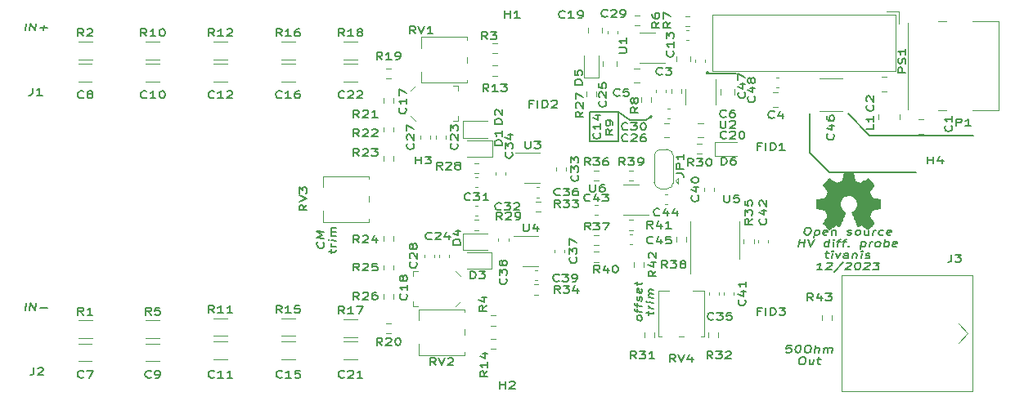
<source format=gbr>
%TF.GenerationSoftware,KiCad,Pcbnew,(6.0.0)*%
%TF.CreationDate,2024-01-04T18:13:25+01:00*%
%TF.ProjectId,Differential_Probe_v1r1,44696666-6572-4656-9e74-69616c5f5072,rev?*%
%TF.SameCoordinates,Original*%
%TF.FileFunction,Legend,Top*%
%TF.FilePolarity,Positive*%
%FSLAX46Y46*%
G04 Gerber Fmt 4.6, Leading zero omitted, Abs format (unit mm)*
G04 Created by KiCad (PCBNEW (6.0.0)) date 2024-01-04 18:13:25*
%MOMM*%
%LPD*%
G01*
G04 APERTURE LIST*
%ADD10C,0.150000*%
%ADD11C,0.010000*%
%ADD12C,0.120000*%
G04 APERTURE END LIST*
D10*
X183500000Y-104600000D02*
X183300000Y-104600000D01*
X183300000Y-104800000D02*
X183300000Y-104600000D01*
X183300000Y-104600000D02*
X183300000Y-104800000D01*
X183500000Y-104800000D02*
X183300000Y-104600000D01*
X186400000Y-104800000D02*
X183500000Y-104800000D01*
X192141793Y-132985535D02*
X191665602Y-132985535D01*
X191573340Y-133342678D01*
X191625424Y-133306964D01*
X191725126Y-133271250D01*
X191963221Y-133271250D01*
X192053995Y-133306964D01*
X192097150Y-133342678D01*
X192135840Y-133414107D01*
X192113519Y-133592678D01*
X192056971Y-133664107D01*
X192004888Y-133699821D01*
X191905186Y-133735535D01*
X191667090Y-133735535D01*
X191576316Y-133699821D01*
X191533162Y-133664107D01*
X192808459Y-132985535D02*
X192903697Y-132985535D01*
X192994471Y-133021250D01*
X193037626Y-133056964D01*
X193076316Y-133128392D01*
X193106078Y-133271250D01*
X193083757Y-133449821D01*
X193018281Y-133592678D01*
X192961733Y-133664107D01*
X192909650Y-133699821D01*
X192809947Y-133735535D01*
X192714709Y-133735535D01*
X192623936Y-133699821D01*
X192580781Y-133664107D01*
X192542090Y-133592678D01*
X192512328Y-133449821D01*
X192534650Y-133271250D01*
X192600126Y-133128392D01*
X192656674Y-133056964D01*
X192708757Y-133021250D01*
X192808459Y-132985535D01*
X193760840Y-132985535D02*
X193951316Y-132985535D01*
X194042090Y-133021250D01*
X194128400Y-133092678D01*
X194158162Y-133235535D01*
X194126912Y-133485535D01*
X194061436Y-133628392D01*
X193957269Y-133699821D01*
X193857566Y-133735535D01*
X193667090Y-133735535D01*
X193576316Y-133699821D01*
X193490007Y-133628392D01*
X193460245Y-133485535D01*
X193491495Y-133235535D01*
X193556971Y-133092678D01*
X193661138Y-133021250D01*
X193760840Y-132985535D01*
X194524233Y-133735535D02*
X194617983Y-132985535D01*
X194952805Y-133735535D02*
X195001912Y-133342678D01*
X194963221Y-133271250D01*
X194872447Y-133235535D01*
X194729590Y-133235535D01*
X194629888Y-133271250D01*
X194577805Y-133306964D01*
X195428995Y-133735535D02*
X195491495Y-133235535D01*
X195482566Y-133306964D02*
X195534650Y-133271250D01*
X195634352Y-133235535D01*
X195777209Y-133235535D01*
X195867983Y-133271250D01*
X195906674Y-133342678D01*
X195857566Y-133735535D01*
X195906674Y-133342678D02*
X195963221Y-133271250D01*
X196062924Y-133235535D01*
X196205781Y-133235535D01*
X196296555Y-133271250D01*
X196335245Y-133342678D01*
X196286138Y-133735535D01*
X193189412Y-134193035D02*
X193379888Y-134193035D01*
X193470662Y-134228750D01*
X193556971Y-134300178D01*
X193586733Y-134443035D01*
X193555483Y-134693035D01*
X193490007Y-134835892D01*
X193385840Y-134907321D01*
X193286138Y-134943035D01*
X193095662Y-134943035D01*
X193004888Y-134907321D01*
X192918578Y-134835892D01*
X192888816Y-134693035D01*
X192920066Y-134443035D01*
X192985543Y-134300178D01*
X193089709Y-134228750D01*
X193189412Y-134193035D01*
X194443876Y-134443035D02*
X194381376Y-134943035D01*
X194015305Y-134443035D02*
X193966197Y-134835892D01*
X194004888Y-134907321D01*
X194095662Y-134943035D01*
X194238519Y-134943035D01*
X194338221Y-134907321D01*
X194390305Y-134871607D01*
X194777209Y-134443035D02*
X195158162Y-134443035D01*
X194951316Y-134193035D02*
X194870959Y-134835892D01*
X194909650Y-134907321D01*
X195000424Y-134943035D01*
X195095662Y-134943035D01*
X143664107Y-122323980D02*
X143699821Y-122376063D01*
X143735535Y-122523385D01*
X143735535Y-122618623D01*
X143699821Y-122757016D01*
X143628392Y-122843325D01*
X143556964Y-122882016D01*
X143414107Y-122911778D01*
X143306964Y-122898385D01*
X143164107Y-122832909D01*
X143092678Y-122776361D01*
X143021250Y-122672194D01*
X142985535Y-122524873D01*
X142985535Y-122429635D01*
X143021250Y-122291242D01*
X143056964Y-122248087D01*
X143735535Y-121904337D02*
X142985535Y-121810587D01*
X143521250Y-121544218D01*
X142985535Y-121143921D01*
X143735535Y-121237671D01*
X144443035Y-123413266D02*
X144443035Y-123032313D01*
X144193035Y-123239159D02*
X144835892Y-123319516D01*
X144907321Y-123280825D01*
X144943035Y-123190052D01*
X144943035Y-123094813D01*
X144943035Y-122761480D02*
X144443035Y-122698980D01*
X144585892Y-122716837D02*
X144514464Y-122660290D01*
X144478750Y-122608206D01*
X144443035Y-122508504D01*
X144443035Y-122413266D01*
X144943035Y-122142433D02*
X144443035Y-122079933D01*
X144193035Y-122048683D02*
X144228750Y-122100766D01*
X144264464Y-122057611D01*
X144228750Y-122005528D01*
X144193035Y-122048683D01*
X144264464Y-122057611D01*
X144943035Y-121666242D02*
X144443035Y-121603742D01*
X144514464Y-121612671D02*
X144478750Y-121560587D01*
X144443035Y-121460885D01*
X144443035Y-121318028D01*
X144478750Y-121227254D01*
X144550178Y-121188563D01*
X144943035Y-121237671D01*
X144550178Y-121188563D02*
X144478750Y-121132016D01*
X144443035Y-121032313D01*
X144443035Y-120889456D01*
X144478750Y-120798683D01*
X144550178Y-120759992D01*
X144943035Y-120809099D01*
X112786138Y-129339285D02*
X112879888Y-128589285D01*
X113262328Y-129339285D02*
X113356078Y-128589285D01*
X113833757Y-129339285D01*
X113927507Y-128589285D01*
X114345662Y-129053571D02*
X115107566Y-129053571D01*
X112786138Y-100339285D02*
X112879888Y-99589285D01*
X113262328Y-100339285D02*
X113356078Y-99589285D01*
X113833757Y-100339285D01*
X113927507Y-99589285D01*
X114345662Y-100053571D02*
X115107566Y-100053571D01*
X114690900Y-100339285D02*
X114762328Y-99767857D01*
X193737031Y-120778035D02*
X193927507Y-120778035D01*
X194018281Y-120813750D01*
X194104590Y-120885178D01*
X194134352Y-121028035D01*
X194103102Y-121278035D01*
X194037626Y-121420892D01*
X193933459Y-121492321D01*
X193833757Y-121528035D01*
X193643281Y-121528035D01*
X193552507Y-121492321D01*
X193466197Y-121420892D01*
X193436436Y-121278035D01*
X193467686Y-121028035D01*
X193533162Y-120885178D01*
X193637328Y-120813750D01*
X193737031Y-120778035D01*
X194562924Y-121028035D02*
X194469174Y-121778035D01*
X194558459Y-121063750D02*
X194658162Y-121028035D01*
X194848638Y-121028035D01*
X194939412Y-121063750D01*
X194982566Y-121099464D01*
X195021257Y-121170892D01*
X194994471Y-121385178D01*
X194937924Y-121456607D01*
X194885840Y-121492321D01*
X194786138Y-121528035D01*
X194595662Y-121528035D01*
X194504888Y-121492321D01*
X195790602Y-121492321D02*
X195690900Y-121528035D01*
X195500424Y-121528035D01*
X195409650Y-121492321D01*
X195370959Y-121420892D01*
X195406674Y-121135178D01*
X195463221Y-121063750D01*
X195562924Y-121028035D01*
X195753400Y-121028035D01*
X195844174Y-121063750D01*
X195882864Y-121135178D01*
X195873936Y-121206607D01*
X195388816Y-121278035D01*
X196324828Y-121028035D02*
X196262328Y-121528035D01*
X196315900Y-121099464D02*
X196367983Y-121063750D01*
X196467686Y-121028035D01*
X196610543Y-121028035D01*
X196701316Y-121063750D01*
X196740007Y-121135178D01*
X196690900Y-121528035D01*
X197885840Y-121492321D02*
X197976614Y-121528035D01*
X198167090Y-121528035D01*
X198266793Y-121492321D01*
X198323340Y-121420892D01*
X198327805Y-121385178D01*
X198289114Y-121313750D01*
X198198340Y-121278035D01*
X198055483Y-121278035D01*
X197964709Y-121242321D01*
X197926019Y-121170892D01*
X197930483Y-121135178D01*
X197987031Y-121063750D01*
X198086733Y-121028035D01*
X198229590Y-121028035D01*
X198320364Y-121063750D01*
X198881376Y-121528035D02*
X198790602Y-121492321D01*
X198747447Y-121456607D01*
X198708757Y-121385178D01*
X198735543Y-121170892D01*
X198792090Y-121099464D01*
X198844174Y-121063750D01*
X198943876Y-121028035D01*
X199086733Y-121028035D01*
X199177507Y-121063750D01*
X199220662Y-121099464D01*
X199259352Y-121170892D01*
X199232566Y-121385178D01*
X199176019Y-121456607D01*
X199123936Y-121492321D01*
X199024233Y-121528035D01*
X198881376Y-121528035D01*
X200134352Y-121028035D02*
X200071852Y-121528035D01*
X199705781Y-121028035D02*
X199656674Y-121420892D01*
X199695364Y-121492321D01*
X199786138Y-121528035D01*
X199928995Y-121528035D01*
X200028697Y-121492321D01*
X200080781Y-121456607D01*
X200548043Y-121528035D02*
X200610543Y-121028035D01*
X200592686Y-121170892D02*
X200649233Y-121099464D01*
X200701316Y-121063750D01*
X200801019Y-121028035D01*
X200896257Y-121028035D01*
X201600126Y-121492321D02*
X201500424Y-121528035D01*
X201309947Y-121528035D01*
X201219174Y-121492321D01*
X201176019Y-121456607D01*
X201137328Y-121385178D01*
X201164114Y-121170892D01*
X201220662Y-121099464D01*
X201272745Y-121063750D01*
X201372447Y-121028035D01*
X201562924Y-121028035D01*
X201653697Y-121063750D01*
X202409650Y-121492321D02*
X202309947Y-121528035D01*
X202119471Y-121528035D01*
X202028697Y-121492321D01*
X201990007Y-121420892D01*
X202025721Y-121135178D01*
X202082269Y-121063750D01*
X202181971Y-121028035D01*
X202372447Y-121028035D01*
X202463221Y-121063750D01*
X202501912Y-121135178D01*
X202492983Y-121206607D01*
X202007864Y-121278035D01*
X192857566Y-122735535D02*
X192951316Y-121985535D01*
X192906674Y-122342678D02*
X193478102Y-122342678D01*
X193428995Y-122735535D02*
X193522745Y-121985535D01*
X193856078Y-121985535D02*
X194095662Y-122735535D01*
X194522745Y-121985535D01*
X195952805Y-122735535D02*
X196046555Y-121985535D01*
X195957269Y-122699821D02*
X195857566Y-122735535D01*
X195667090Y-122735535D01*
X195576316Y-122699821D01*
X195533162Y-122664107D01*
X195494471Y-122592678D01*
X195521257Y-122378392D01*
X195577805Y-122306964D01*
X195629888Y-122271250D01*
X195729590Y-122235535D01*
X195920066Y-122235535D01*
X196010840Y-122271250D01*
X196428995Y-122735535D02*
X196491495Y-122235535D01*
X196522745Y-121985535D02*
X196470662Y-122021250D01*
X196513816Y-122056964D01*
X196565900Y-122021250D01*
X196522745Y-121985535D01*
X196513816Y-122056964D01*
X196824828Y-122235535D02*
X197205781Y-122235535D01*
X196905186Y-122735535D02*
X196985543Y-122092678D01*
X197042090Y-122021250D01*
X197141793Y-121985535D01*
X197237031Y-121985535D01*
X197396257Y-122235535D02*
X197777209Y-122235535D01*
X197476614Y-122735535D02*
X197556971Y-122092678D01*
X197613519Y-122021250D01*
X197713221Y-121985535D01*
X197808459Y-121985535D01*
X198056971Y-122664107D02*
X198100126Y-122699821D01*
X198048043Y-122735535D01*
X198004888Y-122699821D01*
X198056971Y-122664107D01*
X198048043Y-122735535D01*
X199348638Y-122235535D02*
X199254888Y-122985535D01*
X199344174Y-122271250D02*
X199443876Y-122235535D01*
X199634352Y-122235535D01*
X199725126Y-122271250D01*
X199768281Y-122306964D01*
X199806971Y-122378392D01*
X199780186Y-122592678D01*
X199723638Y-122664107D01*
X199671555Y-122699821D01*
X199571852Y-122735535D01*
X199381376Y-122735535D01*
X199290602Y-122699821D01*
X200190900Y-122735535D02*
X200253400Y-122235535D01*
X200235543Y-122378392D02*
X200292090Y-122306964D01*
X200344174Y-122271250D01*
X200443876Y-122235535D01*
X200539114Y-122235535D01*
X200952805Y-122735535D02*
X200862031Y-122699821D01*
X200818876Y-122664107D01*
X200780186Y-122592678D01*
X200806971Y-122378392D01*
X200863519Y-122306964D01*
X200915602Y-122271250D01*
X201015305Y-122235535D01*
X201158162Y-122235535D01*
X201248936Y-122271250D01*
X201292090Y-122306964D01*
X201330781Y-122378392D01*
X201303995Y-122592678D01*
X201247447Y-122664107D01*
X201195364Y-122699821D01*
X201095662Y-122735535D01*
X200952805Y-122735535D01*
X201714709Y-122735535D02*
X201808459Y-121985535D01*
X201772745Y-122271250D02*
X201872447Y-122235535D01*
X202062924Y-122235535D01*
X202153697Y-122271250D01*
X202196852Y-122306964D01*
X202235543Y-122378392D01*
X202208757Y-122592678D01*
X202152209Y-122664107D01*
X202100126Y-122699821D01*
X202000424Y-122735535D01*
X201809947Y-122735535D01*
X201719174Y-122699821D01*
X203004888Y-122699821D02*
X202905186Y-122735535D01*
X202714709Y-122735535D01*
X202623936Y-122699821D01*
X202585245Y-122628392D01*
X202620959Y-122342678D01*
X202677507Y-122271250D01*
X202777209Y-122235535D01*
X202967686Y-122235535D01*
X203058459Y-122271250D01*
X203097150Y-122342678D01*
X203088221Y-122414107D01*
X202603102Y-122485535D01*
X195634352Y-123443035D02*
X196015305Y-123443035D01*
X195808459Y-123193035D02*
X195728102Y-123835892D01*
X195766793Y-123907321D01*
X195857566Y-123943035D01*
X195952805Y-123943035D01*
X196286138Y-123943035D02*
X196348638Y-123443035D01*
X196379888Y-123193035D02*
X196327805Y-123228750D01*
X196370959Y-123264464D01*
X196423043Y-123228750D01*
X196379888Y-123193035D01*
X196370959Y-123264464D01*
X196729590Y-123443035D02*
X196905186Y-123943035D01*
X197205781Y-123443035D01*
X197952805Y-123943035D02*
X198001912Y-123550178D01*
X197963221Y-123478750D01*
X197872447Y-123443035D01*
X197681971Y-123443035D01*
X197582269Y-123478750D01*
X197957269Y-123907321D02*
X197857566Y-123943035D01*
X197619471Y-123943035D01*
X197528697Y-123907321D01*
X197490007Y-123835892D01*
X197498936Y-123764464D01*
X197555483Y-123693035D01*
X197655186Y-123657321D01*
X197893281Y-123657321D01*
X197992983Y-123621607D01*
X198491495Y-123443035D02*
X198428995Y-123943035D01*
X198482566Y-123514464D02*
X198534650Y-123478750D01*
X198634352Y-123443035D01*
X198777209Y-123443035D01*
X198867983Y-123478750D01*
X198906674Y-123550178D01*
X198857566Y-123943035D01*
X199333757Y-123943035D02*
X199396257Y-123443035D01*
X199427507Y-123193035D02*
X199375424Y-123228750D01*
X199418578Y-123264464D01*
X199470662Y-123228750D01*
X199427507Y-123193035D01*
X199418578Y-123264464D01*
X199766793Y-123907321D02*
X199857566Y-123943035D01*
X200048043Y-123943035D01*
X200147745Y-123907321D01*
X200204293Y-123835892D01*
X200208757Y-123800178D01*
X200170066Y-123728750D01*
X200079293Y-123693035D01*
X199936436Y-123693035D01*
X199845662Y-123657321D01*
X199806971Y-123585892D01*
X199811436Y-123550178D01*
X199867983Y-123478750D01*
X199967686Y-123443035D01*
X200110543Y-123443035D01*
X200201316Y-123478750D01*
X195309947Y-125150535D02*
X194738519Y-125150535D01*
X195024233Y-125150535D02*
X195117983Y-124400535D01*
X195009352Y-124507678D01*
X194905186Y-124579107D01*
X194805483Y-124614821D01*
X195775721Y-124471964D02*
X195827805Y-124436250D01*
X195927507Y-124400535D01*
X196165602Y-124400535D01*
X196256376Y-124436250D01*
X196299531Y-124471964D01*
X196338221Y-124543392D01*
X196329293Y-124614821D01*
X196268281Y-124721964D01*
X195643281Y-125150535D01*
X196262328Y-125150535D01*
X197503400Y-124364821D02*
X196525721Y-125329107D01*
X197775721Y-124471964D02*
X197827805Y-124436250D01*
X197927507Y-124400535D01*
X198165602Y-124400535D01*
X198256376Y-124436250D01*
X198299531Y-124471964D01*
X198338221Y-124543392D01*
X198329293Y-124614821D01*
X198268281Y-124721964D01*
X197643281Y-125150535D01*
X198262328Y-125150535D01*
X198975126Y-124400535D02*
X199070364Y-124400535D01*
X199161138Y-124436250D01*
X199204293Y-124471964D01*
X199242983Y-124543392D01*
X199272745Y-124686250D01*
X199250424Y-124864821D01*
X199184947Y-125007678D01*
X199128400Y-125079107D01*
X199076316Y-125114821D01*
X198976614Y-125150535D01*
X198881376Y-125150535D01*
X198790602Y-125114821D01*
X198747447Y-125079107D01*
X198708757Y-125007678D01*
X198678995Y-124864821D01*
X198701316Y-124686250D01*
X198766793Y-124543392D01*
X198823340Y-124471964D01*
X198875424Y-124436250D01*
X198975126Y-124400535D01*
X199680483Y-124471964D02*
X199732566Y-124436250D01*
X199832269Y-124400535D01*
X200070364Y-124400535D01*
X200161138Y-124436250D01*
X200204293Y-124471964D01*
X200242983Y-124543392D01*
X200234055Y-124614821D01*
X200173043Y-124721964D01*
X199548043Y-125150535D01*
X200167090Y-125150535D01*
X200594174Y-124400535D02*
X201213221Y-124400535D01*
X200844174Y-124686250D01*
X200987031Y-124686250D01*
X201077805Y-124721964D01*
X201120959Y-124757678D01*
X201159650Y-124829107D01*
X201137328Y-125007678D01*
X201080781Y-125079107D01*
X201028697Y-125114821D01*
X200928995Y-125150535D01*
X200643281Y-125150535D01*
X200552507Y-125114821D01*
X200509352Y-125079107D01*
X200200000Y-111200000D02*
X210900000Y-111200000D01*
X198000000Y-108900000D02*
X200200000Y-111200000D01*
X196000000Y-115000000D02*
X205000000Y-115000000D01*
X194000000Y-113000000D02*
X196000000Y-115000000D01*
X194000000Y-108900000D02*
X194000000Y-113000000D01*
X177700000Y-109200000D02*
X177600000Y-109400000D01*
X177700000Y-109200000D02*
X177500000Y-109200000D01*
X177100000Y-109600000D02*
X177700000Y-109200000D01*
X175400000Y-109600000D02*
X177100000Y-109600000D01*
X174200000Y-108800000D02*
X175400000Y-109600000D01*
X171200000Y-108800000D02*
X174200000Y-108800000D01*
X174200000Y-108800000D02*
X174200000Y-111800000D01*
X174200000Y-111800000D02*
X171200000Y-111800000D01*
X171200000Y-111800000D02*
X171200000Y-108800000D01*
X176635535Y-130232909D02*
X176599821Y-130323683D01*
X176564107Y-130366837D01*
X176492678Y-130405528D01*
X176278392Y-130378742D01*
X176206964Y-130322194D01*
X176171250Y-130270111D01*
X176135535Y-130170409D01*
X176135535Y-130027552D01*
X176171250Y-129936778D01*
X176206964Y-129893623D01*
X176278392Y-129854933D01*
X176492678Y-129881718D01*
X176564107Y-129938266D01*
X176599821Y-129990349D01*
X176635535Y-130090052D01*
X176635535Y-130232909D01*
X176135535Y-129551361D02*
X176135535Y-129170409D01*
X176635535Y-129471004D02*
X175992678Y-129390647D01*
X175921250Y-129334099D01*
X175885535Y-129234397D01*
X175885535Y-129139159D01*
X176135535Y-128979933D02*
X176135535Y-128598980D01*
X176635535Y-128899575D02*
X175992678Y-128819218D01*
X175921250Y-128762671D01*
X175885535Y-128662968D01*
X175885535Y-128567730D01*
X176599821Y-128371302D02*
X176635535Y-128280528D01*
X176635535Y-128090052D01*
X176599821Y-127990349D01*
X176528392Y-127933802D01*
X176492678Y-127929337D01*
X176421250Y-127968028D01*
X176385535Y-128058802D01*
X176385535Y-128201659D01*
X176349821Y-128292433D01*
X176278392Y-128331123D01*
X176242678Y-128326659D01*
X176171250Y-128270111D01*
X176135535Y-128170409D01*
X176135535Y-128027552D01*
X176171250Y-127936778D01*
X176599821Y-127133206D02*
X176635535Y-127232909D01*
X176635535Y-127423385D01*
X176599821Y-127514159D01*
X176528392Y-127552849D01*
X176242678Y-127517135D01*
X176171250Y-127460587D01*
X176135535Y-127360885D01*
X176135535Y-127170409D01*
X176171250Y-127079635D01*
X176242678Y-127040944D01*
X176314107Y-127049873D01*
X176385535Y-127534992D01*
X176135535Y-126741837D02*
X176135535Y-126360885D01*
X175885535Y-126567730D02*
X176528392Y-126648087D01*
X176599821Y-126609397D01*
X176635535Y-126518623D01*
X176635535Y-126423385D01*
X177343035Y-129813266D02*
X177343035Y-129432313D01*
X177093035Y-129639159D02*
X177735892Y-129719516D01*
X177807321Y-129680825D01*
X177843035Y-129590052D01*
X177843035Y-129494813D01*
X177843035Y-129161480D02*
X177343035Y-129098980D01*
X177485892Y-129116837D02*
X177414464Y-129060290D01*
X177378750Y-129008206D01*
X177343035Y-128908504D01*
X177343035Y-128813266D01*
X177843035Y-128542433D02*
X177343035Y-128479933D01*
X177093035Y-128448683D02*
X177128750Y-128500766D01*
X177164464Y-128457611D01*
X177128750Y-128405528D01*
X177093035Y-128448683D01*
X177164464Y-128457611D01*
X177843035Y-128066242D02*
X177343035Y-128003742D01*
X177414464Y-128012671D02*
X177378750Y-127960587D01*
X177343035Y-127860885D01*
X177343035Y-127718028D01*
X177378750Y-127627254D01*
X177450178Y-127588563D01*
X177843035Y-127637671D01*
X177450178Y-127588563D02*
X177378750Y-127532016D01*
X177343035Y-127432313D01*
X177343035Y-127289456D01*
X177378750Y-127198683D01*
X177450178Y-127159992D01*
X177843035Y-127209099D01*
%TO.C,H4*%
X206238095Y-114139285D02*
X206238095Y-113389285D01*
X206238095Y-113746428D02*
X206809523Y-113746428D01*
X206809523Y-114139285D02*
X206809523Y-113389285D01*
X207714285Y-113639285D02*
X207714285Y-114139285D01*
X207476190Y-113353571D02*
X207238095Y-113889285D01*
X207857142Y-113889285D01*
%TO.C,H2*%
X161938095Y-137439285D02*
X161938095Y-136689285D01*
X161938095Y-137046428D02*
X162509523Y-137046428D01*
X162509523Y-137439285D02*
X162509523Y-136689285D01*
X162938095Y-136760714D02*
X162985714Y-136725000D01*
X163080952Y-136689285D01*
X163319047Y-136689285D01*
X163414285Y-136725000D01*
X163461904Y-136760714D01*
X163509523Y-136832142D01*
X163509523Y-136903571D01*
X163461904Y-137010714D01*
X162890476Y-137439285D01*
X163509523Y-137439285D01*
%TO.C,H1*%
X162438095Y-99039285D02*
X162438095Y-98289285D01*
X162438095Y-98646428D02*
X163009523Y-98646428D01*
X163009523Y-99039285D02*
X163009523Y-98289285D01*
X164009523Y-99039285D02*
X163438095Y-99039285D01*
X163723809Y-99039285D02*
X163723809Y-98289285D01*
X163628571Y-98396428D01*
X163533333Y-98467857D01*
X163438095Y-98503571D01*
%TO.C,R13*%
X160757142Y-106639285D02*
X160423809Y-106282142D01*
X160185714Y-106639285D02*
X160185714Y-105889285D01*
X160566666Y-105889285D01*
X160661904Y-105925000D01*
X160709523Y-105960714D01*
X160757142Y-106032142D01*
X160757142Y-106139285D01*
X160709523Y-106210714D01*
X160661904Y-106246428D01*
X160566666Y-106282142D01*
X160185714Y-106282142D01*
X161709523Y-106639285D02*
X161138095Y-106639285D01*
X161423809Y-106639285D02*
X161423809Y-105889285D01*
X161328571Y-105996428D01*
X161233333Y-106067857D01*
X161138095Y-106103571D01*
X162042857Y-105889285D02*
X162661904Y-105889285D01*
X162328571Y-106175000D01*
X162471428Y-106175000D01*
X162566666Y-106210714D01*
X162614285Y-106246428D01*
X162661904Y-106317857D01*
X162661904Y-106496428D01*
X162614285Y-106567857D01*
X162566666Y-106603571D01*
X162471428Y-106639285D01*
X162185714Y-106639285D01*
X162090476Y-106603571D01*
X162042857Y-106567857D01*
%TO.C,RV4*%
X180104761Y-134689285D02*
X179771428Y-134332142D01*
X179533333Y-134689285D02*
X179533333Y-133939285D01*
X179914285Y-133939285D01*
X180009523Y-133975000D01*
X180057142Y-134010714D01*
X180104761Y-134082142D01*
X180104761Y-134189285D01*
X180057142Y-134260714D01*
X180009523Y-134296428D01*
X179914285Y-134332142D01*
X179533333Y-134332142D01*
X180390476Y-133939285D02*
X180723809Y-134689285D01*
X181057142Y-133939285D01*
X181819047Y-134189285D02*
X181819047Y-134689285D01*
X181580952Y-133903571D02*
X181342857Y-134439285D01*
X181961904Y-134439285D01*
%TO.C,C5*%
X174333333Y-107067857D02*
X174285714Y-107103571D01*
X174142857Y-107139285D01*
X174047619Y-107139285D01*
X173904761Y-107103571D01*
X173809523Y-107032142D01*
X173761904Y-106960714D01*
X173714285Y-106817857D01*
X173714285Y-106710714D01*
X173761904Y-106567857D01*
X173809523Y-106496428D01*
X173904761Y-106425000D01*
X174047619Y-106389285D01*
X174142857Y-106389285D01*
X174285714Y-106425000D01*
X174333333Y-106460714D01*
X175238095Y-106389285D02*
X174761904Y-106389285D01*
X174714285Y-106746428D01*
X174761904Y-106710714D01*
X174857142Y-106675000D01*
X175095238Y-106675000D01*
X175190476Y-106710714D01*
X175238095Y-106746428D01*
X175285714Y-106817857D01*
X175285714Y-106996428D01*
X175238095Y-107067857D01*
X175190476Y-107103571D01*
X175095238Y-107139285D01*
X174857142Y-107139285D01*
X174761904Y-107103571D01*
X174714285Y-107067857D01*
%TO.C,C1*%
X208667857Y-110166666D02*
X208703571Y-110214285D01*
X208739285Y-110357142D01*
X208739285Y-110452380D01*
X208703571Y-110595238D01*
X208632142Y-110690476D01*
X208560714Y-110738095D01*
X208417857Y-110785714D01*
X208310714Y-110785714D01*
X208167857Y-110738095D01*
X208096428Y-110690476D01*
X208025000Y-110595238D01*
X207989285Y-110452380D01*
X207989285Y-110357142D01*
X208025000Y-110214285D01*
X208060714Y-110166666D01*
X208739285Y-109214285D02*
X208739285Y-109785714D01*
X208739285Y-109500000D02*
X207989285Y-109500000D01*
X208096428Y-109595238D01*
X208167857Y-109690476D01*
X208203571Y-109785714D01*
%TO.C,C22*%
X145819642Y-107267857D02*
X145772023Y-107303571D01*
X145629166Y-107339285D01*
X145533928Y-107339285D01*
X145391071Y-107303571D01*
X145295833Y-107232142D01*
X145248214Y-107160714D01*
X145200595Y-107017857D01*
X145200595Y-106910714D01*
X145248214Y-106767857D01*
X145295833Y-106696428D01*
X145391071Y-106625000D01*
X145533928Y-106589285D01*
X145629166Y-106589285D01*
X145772023Y-106625000D01*
X145819642Y-106660714D01*
X146200595Y-106660714D02*
X146248214Y-106625000D01*
X146343452Y-106589285D01*
X146581547Y-106589285D01*
X146676785Y-106625000D01*
X146724404Y-106660714D01*
X146772023Y-106732142D01*
X146772023Y-106803571D01*
X146724404Y-106910714D01*
X146152976Y-107339285D01*
X146772023Y-107339285D01*
X147152976Y-106660714D02*
X147200595Y-106625000D01*
X147295833Y-106589285D01*
X147533928Y-106589285D01*
X147629166Y-106625000D01*
X147676785Y-106660714D01*
X147724404Y-106732142D01*
X147724404Y-106803571D01*
X147676785Y-106910714D01*
X147105357Y-107339285D01*
X147724404Y-107339285D01*
%TO.C,R36*%
X171277142Y-114299285D02*
X170943809Y-113942142D01*
X170705714Y-114299285D02*
X170705714Y-113549285D01*
X171086666Y-113549285D01*
X171181904Y-113585000D01*
X171229523Y-113620714D01*
X171277142Y-113692142D01*
X171277142Y-113799285D01*
X171229523Y-113870714D01*
X171181904Y-113906428D01*
X171086666Y-113942142D01*
X170705714Y-113942142D01*
X171610476Y-113549285D02*
X172229523Y-113549285D01*
X171896190Y-113835000D01*
X172039047Y-113835000D01*
X172134285Y-113870714D01*
X172181904Y-113906428D01*
X172229523Y-113977857D01*
X172229523Y-114156428D01*
X172181904Y-114227857D01*
X172134285Y-114263571D01*
X172039047Y-114299285D01*
X171753333Y-114299285D01*
X171658095Y-114263571D01*
X171610476Y-114227857D01*
X173086666Y-113549285D02*
X172896190Y-113549285D01*
X172800952Y-113585000D01*
X172753333Y-113620714D01*
X172658095Y-113727857D01*
X172610476Y-113870714D01*
X172610476Y-114156428D01*
X172658095Y-114227857D01*
X172705714Y-114263571D01*
X172800952Y-114299285D01*
X172991428Y-114299285D01*
X173086666Y-114263571D01*
X173134285Y-114227857D01*
X173181904Y-114156428D01*
X173181904Y-113977857D01*
X173134285Y-113906428D01*
X173086666Y-113870714D01*
X172991428Y-113835000D01*
X172800952Y-113835000D01*
X172705714Y-113870714D01*
X172658095Y-113906428D01*
X172610476Y-113977857D01*
%TO.C,C9*%
X125833333Y-136267857D02*
X125785714Y-136303571D01*
X125642857Y-136339285D01*
X125547619Y-136339285D01*
X125404761Y-136303571D01*
X125309523Y-136232142D01*
X125261904Y-136160714D01*
X125214285Y-136017857D01*
X125214285Y-135910714D01*
X125261904Y-135767857D01*
X125309523Y-135696428D01*
X125404761Y-135625000D01*
X125547619Y-135589285D01*
X125642857Y-135589285D01*
X125785714Y-135625000D01*
X125833333Y-135660714D01*
X126309523Y-136339285D02*
X126500000Y-136339285D01*
X126595238Y-136303571D01*
X126642857Y-136267857D01*
X126738095Y-136160714D01*
X126785714Y-136017857D01*
X126785714Y-135732142D01*
X126738095Y-135660714D01*
X126690476Y-135625000D01*
X126595238Y-135589285D01*
X126404761Y-135589285D01*
X126309523Y-135625000D01*
X126261904Y-135660714D01*
X126214285Y-135732142D01*
X126214285Y-135910714D01*
X126261904Y-135982142D01*
X126309523Y-136017857D01*
X126404761Y-136053571D01*
X126595238Y-136053571D01*
X126690476Y-136017857D01*
X126738095Y-135982142D01*
X126785714Y-135910714D01*
%TO.C,D3*%
X158861904Y-126039285D02*
X158861904Y-125289285D01*
X159100000Y-125289285D01*
X159242857Y-125325000D01*
X159338095Y-125396428D01*
X159385714Y-125467857D01*
X159433333Y-125610714D01*
X159433333Y-125717857D01*
X159385714Y-125860714D01*
X159338095Y-125932142D01*
X159242857Y-126003571D01*
X159100000Y-126039285D01*
X158861904Y-126039285D01*
X159766666Y-125289285D02*
X160385714Y-125289285D01*
X160052380Y-125575000D01*
X160195238Y-125575000D01*
X160290476Y-125610714D01*
X160338095Y-125646428D01*
X160385714Y-125717857D01*
X160385714Y-125896428D01*
X160338095Y-125967857D01*
X160290476Y-126003571D01*
X160195238Y-126039285D01*
X159909523Y-126039285D01*
X159814285Y-126003571D01*
X159766666Y-125967857D01*
%TO.C,C25*%
X172867857Y-107642857D02*
X172903571Y-107690476D01*
X172939285Y-107833333D01*
X172939285Y-107928571D01*
X172903571Y-108071428D01*
X172832142Y-108166666D01*
X172760714Y-108214285D01*
X172617857Y-108261904D01*
X172510714Y-108261904D01*
X172367857Y-108214285D01*
X172296428Y-108166666D01*
X172225000Y-108071428D01*
X172189285Y-107928571D01*
X172189285Y-107833333D01*
X172225000Y-107690476D01*
X172260714Y-107642857D01*
X172260714Y-107261904D02*
X172225000Y-107214285D01*
X172189285Y-107119047D01*
X172189285Y-106880952D01*
X172225000Y-106785714D01*
X172260714Y-106738095D01*
X172332142Y-106690476D01*
X172403571Y-106690476D01*
X172510714Y-106738095D01*
X172939285Y-107309523D01*
X172939285Y-106690476D01*
X172189285Y-105785714D02*
X172189285Y-106261904D01*
X172546428Y-106309523D01*
X172510714Y-106261904D01*
X172475000Y-106166666D01*
X172475000Y-105928571D01*
X172510714Y-105833333D01*
X172546428Y-105785714D01*
X172617857Y-105738095D01*
X172796428Y-105738095D01*
X172867857Y-105785714D01*
X172903571Y-105833333D01*
X172939285Y-105928571D01*
X172939285Y-106166666D01*
X172903571Y-106261904D01*
X172867857Y-106309523D01*
%TO.C,R6*%
X178439285Y-99466666D02*
X178082142Y-99800000D01*
X178439285Y-100038095D02*
X177689285Y-100038095D01*
X177689285Y-99657142D01*
X177725000Y-99561904D01*
X177760714Y-99514285D01*
X177832142Y-99466666D01*
X177939285Y-99466666D01*
X178010714Y-99514285D01*
X178046428Y-99561904D01*
X178082142Y-99657142D01*
X178082142Y-100038095D01*
X177689285Y-98609523D02*
X177689285Y-98800000D01*
X177725000Y-98895238D01*
X177760714Y-98942857D01*
X177867857Y-99038095D01*
X178010714Y-99085714D01*
X178296428Y-99085714D01*
X178367857Y-99038095D01*
X178403571Y-98990476D01*
X178439285Y-98895238D01*
X178439285Y-98704761D01*
X178403571Y-98609523D01*
X178367857Y-98561904D01*
X178296428Y-98514285D01*
X178117857Y-98514285D01*
X178046428Y-98561904D01*
X178010714Y-98609523D01*
X177975000Y-98704761D01*
X177975000Y-98895238D01*
X178010714Y-98990476D01*
X178046428Y-99038095D01*
X178117857Y-99085714D01*
%TO.C,C14*%
X172267857Y-110942857D02*
X172303571Y-110990476D01*
X172339285Y-111133333D01*
X172339285Y-111228571D01*
X172303571Y-111371428D01*
X172232142Y-111466666D01*
X172160714Y-111514285D01*
X172017857Y-111561904D01*
X171910714Y-111561904D01*
X171767857Y-111514285D01*
X171696428Y-111466666D01*
X171625000Y-111371428D01*
X171589285Y-111228571D01*
X171589285Y-111133333D01*
X171625000Y-110990476D01*
X171660714Y-110942857D01*
X172339285Y-109990476D02*
X172339285Y-110561904D01*
X172339285Y-110276190D02*
X171589285Y-110276190D01*
X171696428Y-110371428D01*
X171767857Y-110466666D01*
X171803571Y-110561904D01*
X171839285Y-109133333D02*
X172339285Y-109133333D01*
X171553571Y-109371428D02*
X172089285Y-109609523D01*
X172089285Y-108990476D01*
%TO.C,R25*%
X147357142Y-125229285D02*
X147023809Y-124872142D01*
X146785714Y-125229285D02*
X146785714Y-124479285D01*
X147166666Y-124479285D01*
X147261904Y-124515000D01*
X147309523Y-124550714D01*
X147357142Y-124622142D01*
X147357142Y-124729285D01*
X147309523Y-124800714D01*
X147261904Y-124836428D01*
X147166666Y-124872142D01*
X146785714Y-124872142D01*
X147738095Y-124550714D02*
X147785714Y-124515000D01*
X147880952Y-124479285D01*
X148119047Y-124479285D01*
X148214285Y-124515000D01*
X148261904Y-124550714D01*
X148309523Y-124622142D01*
X148309523Y-124693571D01*
X148261904Y-124800714D01*
X147690476Y-125229285D01*
X148309523Y-125229285D01*
X149214285Y-124479285D02*
X148738095Y-124479285D01*
X148690476Y-124836428D01*
X148738095Y-124800714D01*
X148833333Y-124765000D01*
X149071428Y-124765000D01*
X149166666Y-124800714D01*
X149214285Y-124836428D01*
X149261904Y-124907857D01*
X149261904Y-125086428D01*
X149214285Y-125157857D01*
X149166666Y-125193571D01*
X149071428Y-125229285D01*
X148833333Y-125229285D01*
X148738095Y-125193571D01*
X148690476Y-125157857D01*
%TO.C,C7*%
X118833333Y-136267857D02*
X118785714Y-136303571D01*
X118642857Y-136339285D01*
X118547619Y-136339285D01*
X118404761Y-136303571D01*
X118309523Y-136232142D01*
X118261904Y-136160714D01*
X118214285Y-136017857D01*
X118214285Y-135910714D01*
X118261904Y-135767857D01*
X118309523Y-135696428D01*
X118404761Y-135625000D01*
X118547619Y-135589285D01*
X118642857Y-135589285D01*
X118785714Y-135625000D01*
X118833333Y-135660714D01*
X119166666Y-135589285D02*
X119833333Y-135589285D01*
X119404761Y-136339285D01*
%TO.C,J1*%
X113566666Y-106289285D02*
X113566666Y-106825000D01*
X113519047Y-106932142D01*
X113423809Y-107003571D01*
X113280952Y-107039285D01*
X113185714Y-107039285D01*
X114566666Y-107039285D02*
X113995238Y-107039285D01*
X114280952Y-107039285D02*
X114280952Y-106289285D01*
X114185714Y-106396428D01*
X114090476Y-106467857D01*
X113995238Y-106503571D01*
%TO.C,U2*%
X184738095Y-109689285D02*
X184738095Y-110296428D01*
X184785714Y-110367857D01*
X184833333Y-110403571D01*
X184928571Y-110439285D01*
X185119047Y-110439285D01*
X185214285Y-110403571D01*
X185261904Y-110367857D01*
X185309523Y-110296428D01*
X185309523Y-109689285D01*
X185738095Y-109760714D02*
X185785714Y-109725000D01*
X185880952Y-109689285D01*
X186119047Y-109689285D01*
X186214285Y-109725000D01*
X186261904Y-109760714D01*
X186309523Y-109832142D01*
X186309523Y-109903571D01*
X186261904Y-110010714D01*
X185690476Y-110439285D01*
X186309523Y-110439285D01*
%TO.C,C11*%
X132357142Y-136267857D02*
X132309523Y-136303571D01*
X132166666Y-136339285D01*
X132071428Y-136339285D01*
X131928571Y-136303571D01*
X131833333Y-136232142D01*
X131785714Y-136160714D01*
X131738095Y-136017857D01*
X131738095Y-135910714D01*
X131785714Y-135767857D01*
X131833333Y-135696428D01*
X131928571Y-135625000D01*
X132071428Y-135589285D01*
X132166666Y-135589285D01*
X132309523Y-135625000D01*
X132357142Y-135660714D01*
X133309523Y-136339285D02*
X132738095Y-136339285D01*
X133023809Y-136339285D02*
X133023809Y-135589285D01*
X132928571Y-135696428D01*
X132833333Y-135767857D01*
X132738095Y-135803571D01*
X134261904Y-136339285D02*
X133690476Y-136339285D01*
X133976190Y-136339285D02*
X133976190Y-135589285D01*
X133880952Y-135696428D01*
X133785714Y-135767857D01*
X133690476Y-135803571D01*
%TO.C,C19*%
X168657142Y-98967857D02*
X168609523Y-99003571D01*
X168466666Y-99039285D01*
X168371428Y-99039285D01*
X168228571Y-99003571D01*
X168133333Y-98932142D01*
X168085714Y-98860714D01*
X168038095Y-98717857D01*
X168038095Y-98610714D01*
X168085714Y-98467857D01*
X168133333Y-98396428D01*
X168228571Y-98325000D01*
X168371428Y-98289285D01*
X168466666Y-98289285D01*
X168609523Y-98325000D01*
X168657142Y-98360714D01*
X169609523Y-99039285D02*
X169038095Y-99039285D01*
X169323809Y-99039285D02*
X169323809Y-98289285D01*
X169228571Y-98396428D01*
X169133333Y-98467857D01*
X169038095Y-98503571D01*
X170085714Y-99039285D02*
X170276190Y-99039285D01*
X170371428Y-99003571D01*
X170419047Y-98967857D01*
X170514285Y-98860714D01*
X170561904Y-98717857D01*
X170561904Y-98432142D01*
X170514285Y-98360714D01*
X170466666Y-98325000D01*
X170371428Y-98289285D01*
X170180952Y-98289285D01*
X170085714Y-98325000D01*
X170038095Y-98360714D01*
X169990476Y-98432142D01*
X169990476Y-98610714D01*
X170038095Y-98682142D01*
X170085714Y-98717857D01*
X170180952Y-98753571D01*
X170371428Y-98753571D01*
X170466666Y-98717857D01*
X170514285Y-98682142D01*
X170561904Y-98610714D01*
%TO.C,C45*%
X177757142Y-122367857D02*
X177709523Y-122403571D01*
X177566666Y-122439285D01*
X177471428Y-122439285D01*
X177328571Y-122403571D01*
X177233333Y-122332142D01*
X177185714Y-122260714D01*
X177138095Y-122117857D01*
X177138095Y-122010714D01*
X177185714Y-121867857D01*
X177233333Y-121796428D01*
X177328571Y-121725000D01*
X177471428Y-121689285D01*
X177566666Y-121689285D01*
X177709523Y-121725000D01*
X177757142Y-121760714D01*
X178614285Y-121939285D02*
X178614285Y-122439285D01*
X178376190Y-121653571D02*
X178138095Y-122189285D01*
X178757142Y-122189285D01*
X179614285Y-121689285D02*
X179138095Y-121689285D01*
X179090476Y-122046428D01*
X179138095Y-122010714D01*
X179233333Y-121975000D01*
X179471428Y-121975000D01*
X179566666Y-122010714D01*
X179614285Y-122046428D01*
X179661904Y-122117857D01*
X179661904Y-122296428D01*
X179614285Y-122367857D01*
X179566666Y-122403571D01*
X179471428Y-122439285D01*
X179233333Y-122439285D01*
X179138095Y-122403571D01*
X179090476Y-122367857D01*
%TO.C,J3*%
X208666666Y-123589285D02*
X208666666Y-124125000D01*
X208619047Y-124232142D01*
X208523809Y-124303571D01*
X208380952Y-124339285D01*
X208285714Y-124339285D01*
X209047619Y-123589285D02*
X209666666Y-123589285D01*
X209333333Y-123875000D01*
X209476190Y-123875000D01*
X209571428Y-123910714D01*
X209619047Y-123946428D01*
X209666666Y-124017857D01*
X209666666Y-124196428D01*
X209619047Y-124267857D01*
X209571428Y-124303571D01*
X209476190Y-124339285D01*
X209190476Y-124339285D01*
X209095238Y-124303571D01*
X209047619Y-124267857D01*
%TO.C,R37*%
X171277142Y-120999285D02*
X170943809Y-120642142D01*
X170705714Y-120999285D02*
X170705714Y-120249285D01*
X171086666Y-120249285D01*
X171181904Y-120285000D01*
X171229523Y-120320714D01*
X171277142Y-120392142D01*
X171277142Y-120499285D01*
X171229523Y-120570714D01*
X171181904Y-120606428D01*
X171086666Y-120642142D01*
X170705714Y-120642142D01*
X171610476Y-120249285D02*
X172229523Y-120249285D01*
X171896190Y-120535000D01*
X172039047Y-120535000D01*
X172134285Y-120570714D01*
X172181904Y-120606428D01*
X172229523Y-120677857D01*
X172229523Y-120856428D01*
X172181904Y-120927857D01*
X172134285Y-120963571D01*
X172039047Y-120999285D01*
X171753333Y-120999285D01*
X171658095Y-120963571D01*
X171610476Y-120927857D01*
X172562857Y-120249285D02*
X173229523Y-120249285D01*
X172800952Y-120999285D01*
%TO.C,C42*%
X189467857Y-119842857D02*
X189503571Y-119890476D01*
X189539285Y-120033333D01*
X189539285Y-120128571D01*
X189503571Y-120271428D01*
X189432142Y-120366666D01*
X189360714Y-120414285D01*
X189217857Y-120461904D01*
X189110714Y-120461904D01*
X188967857Y-120414285D01*
X188896428Y-120366666D01*
X188825000Y-120271428D01*
X188789285Y-120128571D01*
X188789285Y-120033333D01*
X188825000Y-119890476D01*
X188860714Y-119842857D01*
X189039285Y-118985714D02*
X189539285Y-118985714D01*
X188753571Y-119223809D02*
X189289285Y-119461904D01*
X189289285Y-118842857D01*
X188860714Y-118509523D02*
X188825000Y-118461904D01*
X188789285Y-118366666D01*
X188789285Y-118128571D01*
X188825000Y-118033333D01*
X188860714Y-117985714D01*
X188932142Y-117938095D01*
X189003571Y-117938095D01*
X189110714Y-117985714D01*
X189539285Y-118557142D01*
X189539285Y-117938095D01*
%TO.C,C39*%
X168057142Y-126267857D02*
X168009523Y-126303571D01*
X167866666Y-126339285D01*
X167771428Y-126339285D01*
X167628571Y-126303571D01*
X167533333Y-126232142D01*
X167485714Y-126160714D01*
X167438095Y-126017857D01*
X167438095Y-125910714D01*
X167485714Y-125767857D01*
X167533333Y-125696428D01*
X167628571Y-125625000D01*
X167771428Y-125589285D01*
X167866666Y-125589285D01*
X168009523Y-125625000D01*
X168057142Y-125660714D01*
X168390476Y-125589285D02*
X169009523Y-125589285D01*
X168676190Y-125875000D01*
X168819047Y-125875000D01*
X168914285Y-125910714D01*
X168961904Y-125946428D01*
X169009523Y-126017857D01*
X169009523Y-126196428D01*
X168961904Y-126267857D01*
X168914285Y-126303571D01*
X168819047Y-126339285D01*
X168533333Y-126339285D01*
X168438095Y-126303571D01*
X168390476Y-126267857D01*
X169485714Y-126339285D02*
X169676190Y-126339285D01*
X169771428Y-126303571D01*
X169819047Y-126267857D01*
X169914285Y-126160714D01*
X169961904Y-126017857D01*
X169961904Y-125732142D01*
X169914285Y-125660714D01*
X169866666Y-125625000D01*
X169771428Y-125589285D01*
X169580952Y-125589285D01*
X169485714Y-125625000D01*
X169438095Y-125660714D01*
X169390476Y-125732142D01*
X169390476Y-125910714D01*
X169438095Y-125982142D01*
X169485714Y-126017857D01*
X169580952Y-126053571D01*
X169771428Y-126053571D01*
X169866666Y-126017857D01*
X169914285Y-125982142D01*
X169961904Y-125910714D01*
%TO.C,FID1*%
X188928571Y-112346428D02*
X188595238Y-112346428D01*
X188595238Y-112739285D02*
X188595238Y-111989285D01*
X189071428Y-111989285D01*
X189452380Y-112739285D02*
X189452380Y-111989285D01*
X189928571Y-112739285D02*
X189928571Y-111989285D01*
X190166666Y-111989285D01*
X190309523Y-112025000D01*
X190404761Y-112096428D01*
X190452380Y-112167857D01*
X190500000Y-112310714D01*
X190500000Y-112417857D01*
X190452380Y-112560714D01*
X190404761Y-112632142D01*
X190309523Y-112703571D01*
X190166666Y-112739285D01*
X189928571Y-112739285D01*
X191452380Y-112739285D02*
X190880952Y-112739285D01*
X191166666Y-112739285D02*
X191166666Y-111989285D01*
X191071428Y-112096428D01*
X190976190Y-112167857D01*
X190880952Y-112203571D01*
%TO.C,RV1*%
X153204761Y-100639285D02*
X152871428Y-100282142D01*
X152633333Y-100639285D02*
X152633333Y-99889285D01*
X153014285Y-99889285D01*
X153109523Y-99925000D01*
X153157142Y-99960714D01*
X153204761Y-100032142D01*
X153204761Y-100139285D01*
X153157142Y-100210714D01*
X153109523Y-100246428D01*
X153014285Y-100282142D01*
X152633333Y-100282142D01*
X153490476Y-99889285D02*
X153823809Y-100639285D01*
X154157142Y-99889285D01*
X155014285Y-100639285D02*
X154442857Y-100639285D01*
X154728571Y-100639285D02*
X154728571Y-99889285D01*
X154633333Y-99996428D01*
X154538095Y-100067857D01*
X154442857Y-100103571D01*
%TO.C,R33*%
X168157142Y-118639285D02*
X167823809Y-118282142D01*
X167585714Y-118639285D02*
X167585714Y-117889285D01*
X167966666Y-117889285D01*
X168061904Y-117925000D01*
X168109523Y-117960714D01*
X168157142Y-118032142D01*
X168157142Y-118139285D01*
X168109523Y-118210714D01*
X168061904Y-118246428D01*
X167966666Y-118282142D01*
X167585714Y-118282142D01*
X168490476Y-117889285D02*
X169109523Y-117889285D01*
X168776190Y-118175000D01*
X168919047Y-118175000D01*
X169014285Y-118210714D01*
X169061904Y-118246428D01*
X169109523Y-118317857D01*
X169109523Y-118496428D01*
X169061904Y-118567857D01*
X169014285Y-118603571D01*
X168919047Y-118639285D01*
X168633333Y-118639285D01*
X168538095Y-118603571D01*
X168490476Y-118567857D01*
X169442857Y-117889285D02*
X170061904Y-117889285D01*
X169728571Y-118175000D01*
X169871428Y-118175000D01*
X169966666Y-118210714D01*
X170014285Y-118246428D01*
X170061904Y-118317857D01*
X170061904Y-118496428D01*
X170014285Y-118567857D01*
X169966666Y-118603571D01*
X169871428Y-118639285D01*
X169585714Y-118639285D01*
X169490476Y-118603571D01*
X169442857Y-118567857D01*
%TO.C,C29*%
X173057142Y-98867857D02*
X173009523Y-98903571D01*
X172866666Y-98939285D01*
X172771428Y-98939285D01*
X172628571Y-98903571D01*
X172533333Y-98832142D01*
X172485714Y-98760714D01*
X172438095Y-98617857D01*
X172438095Y-98510714D01*
X172485714Y-98367857D01*
X172533333Y-98296428D01*
X172628571Y-98225000D01*
X172771428Y-98189285D01*
X172866666Y-98189285D01*
X173009523Y-98225000D01*
X173057142Y-98260714D01*
X173438095Y-98260714D02*
X173485714Y-98225000D01*
X173580952Y-98189285D01*
X173819047Y-98189285D01*
X173914285Y-98225000D01*
X173961904Y-98260714D01*
X174009523Y-98332142D01*
X174009523Y-98403571D01*
X173961904Y-98510714D01*
X173390476Y-98939285D01*
X174009523Y-98939285D01*
X174485714Y-98939285D02*
X174676190Y-98939285D01*
X174771428Y-98903571D01*
X174819047Y-98867857D01*
X174914285Y-98760714D01*
X174961904Y-98617857D01*
X174961904Y-98332142D01*
X174914285Y-98260714D01*
X174866666Y-98225000D01*
X174771428Y-98189285D01*
X174580952Y-98189285D01*
X174485714Y-98225000D01*
X174438095Y-98260714D01*
X174390476Y-98332142D01*
X174390476Y-98510714D01*
X174438095Y-98582142D01*
X174485714Y-98617857D01*
X174580952Y-98653571D01*
X174771428Y-98653571D01*
X174866666Y-98617857D01*
X174914285Y-98582142D01*
X174961904Y-98510714D01*
%TO.C,C36*%
X168157142Y-117367857D02*
X168109523Y-117403571D01*
X167966666Y-117439285D01*
X167871428Y-117439285D01*
X167728571Y-117403571D01*
X167633333Y-117332142D01*
X167585714Y-117260714D01*
X167538095Y-117117857D01*
X167538095Y-117010714D01*
X167585714Y-116867857D01*
X167633333Y-116796428D01*
X167728571Y-116725000D01*
X167871428Y-116689285D01*
X167966666Y-116689285D01*
X168109523Y-116725000D01*
X168157142Y-116760714D01*
X168490476Y-116689285D02*
X169109523Y-116689285D01*
X168776190Y-116975000D01*
X168919047Y-116975000D01*
X169014285Y-117010714D01*
X169061904Y-117046428D01*
X169109523Y-117117857D01*
X169109523Y-117296428D01*
X169061904Y-117367857D01*
X169014285Y-117403571D01*
X168919047Y-117439285D01*
X168633333Y-117439285D01*
X168538095Y-117403571D01*
X168490476Y-117367857D01*
X169966666Y-116689285D02*
X169776190Y-116689285D01*
X169680952Y-116725000D01*
X169633333Y-116760714D01*
X169538095Y-116867857D01*
X169490476Y-117010714D01*
X169490476Y-117296428D01*
X169538095Y-117367857D01*
X169585714Y-117403571D01*
X169680952Y-117439285D01*
X169871428Y-117439285D01*
X169966666Y-117403571D01*
X170014285Y-117367857D01*
X170061904Y-117296428D01*
X170061904Y-117117857D01*
X170014285Y-117046428D01*
X169966666Y-117010714D01*
X169871428Y-116975000D01*
X169680952Y-116975000D01*
X169585714Y-117010714D01*
X169538095Y-117046428D01*
X169490476Y-117117857D01*
%TO.C,R18*%
X145819642Y-100919285D02*
X145486309Y-100562142D01*
X145248214Y-100919285D02*
X145248214Y-100169285D01*
X145629166Y-100169285D01*
X145724404Y-100205000D01*
X145772023Y-100240714D01*
X145819642Y-100312142D01*
X145819642Y-100419285D01*
X145772023Y-100490714D01*
X145724404Y-100526428D01*
X145629166Y-100562142D01*
X145248214Y-100562142D01*
X146772023Y-100919285D02*
X146200595Y-100919285D01*
X146486309Y-100919285D02*
X146486309Y-100169285D01*
X146391071Y-100276428D01*
X146295833Y-100347857D01*
X146200595Y-100383571D01*
X147343452Y-100490714D02*
X147248214Y-100455000D01*
X147200595Y-100419285D01*
X147152976Y-100347857D01*
X147152976Y-100312142D01*
X147200595Y-100240714D01*
X147248214Y-100205000D01*
X147343452Y-100169285D01*
X147533928Y-100169285D01*
X147629166Y-100205000D01*
X147676785Y-100240714D01*
X147724404Y-100312142D01*
X147724404Y-100347857D01*
X147676785Y-100419285D01*
X147629166Y-100455000D01*
X147533928Y-100490714D01*
X147343452Y-100490714D01*
X147248214Y-100526428D01*
X147200595Y-100562142D01*
X147152976Y-100633571D01*
X147152976Y-100776428D01*
X147200595Y-100847857D01*
X147248214Y-100883571D01*
X147343452Y-100919285D01*
X147533928Y-100919285D01*
X147629166Y-100883571D01*
X147676785Y-100847857D01*
X147724404Y-100776428D01*
X147724404Y-100633571D01*
X147676785Y-100562142D01*
X147629166Y-100526428D01*
X147533928Y-100490714D01*
%TO.C,R41*%
X177757142Y-120839285D02*
X177423809Y-120482142D01*
X177185714Y-120839285D02*
X177185714Y-120089285D01*
X177566666Y-120089285D01*
X177661904Y-120125000D01*
X177709523Y-120160714D01*
X177757142Y-120232142D01*
X177757142Y-120339285D01*
X177709523Y-120410714D01*
X177661904Y-120446428D01*
X177566666Y-120482142D01*
X177185714Y-120482142D01*
X178614285Y-120339285D02*
X178614285Y-120839285D01*
X178376190Y-120053571D02*
X178138095Y-120589285D01*
X178757142Y-120589285D01*
X179661904Y-120839285D02*
X179090476Y-120839285D01*
X179376190Y-120839285D02*
X179376190Y-120089285D01*
X179280952Y-120196428D01*
X179185714Y-120267857D01*
X179090476Y-120303571D01*
%TO.C,R30*%
X181957142Y-114369285D02*
X181623809Y-114012142D01*
X181385714Y-114369285D02*
X181385714Y-113619285D01*
X181766666Y-113619285D01*
X181861904Y-113655000D01*
X181909523Y-113690714D01*
X181957142Y-113762142D01*
X181957142Y-113869285D01*
X181909523Y-113940714D01*
X181861904Y-113976428D01*
X181766666Y-114012142D01*
X181385714Y-114012142D01*
X182290476Y-113619285D02*
X182909523Y-113619285D01*
X182576190Y-113905000D01*
X182719047Y-113905000D01*
X182814285Y-113940714D01*
X182861904Y-113976428D01*
X182909523Y-114047857D01*
X182909523Y-114226428D01*
X182861904Y-114297857D01*
X182814285Y-114333571D01*
X182719047Y-114369285D01*
X182433333Y-114369285D01*
X182338095Y-114333571D01*
X182290476Y-114297857D01*
X183528571Y-113619285D02*
X183623809Y-113619285D01*
X183719047Y-113655000D01*
X183766666Y-113690714D01*
X183814285Y-113762142D01*
X183861904Y-113905000D01*
X183861904Y-114083571D01*
X183814285Y-114226428D01*
X183766666Y-114297857D01*
X183719047Y-114333571D01*
X183623809Y-114369285D01*
X183528571Y-114369285D01*
X183433333Y-114333571D01*
X183385714Y-114297857D01*
X183338095Y-114226428D01*
X183290476Y-114083571D01*
X183290476Y-113905000D01*
X183338095Y-113762142D01*
X183385714Y-113690714D01*
X183433333Y-113655000D01*
X183528571Y-113619285D01*
%TO.C,C15*%
X139394642Y-136267857D02*
X139347023Y-136303571D01*
X139204166Y-136339285D01*
X139108928Y-136339285D01*
X138966071Y-136303571D01*
X138870833Y-136232142D01*
X138823214Y-136160714D01*
X138775595Y-136017857D01*
X138775595Y-135910714D01*
X138823214Y-135767857D01*
X138870833Y-135696428D01*
X138966071Y-135625000D01*
X139108928Y-135589285D01*
X139204166Y-135589285D01*
X139347023Y-135625000D01*
X139394642Y-135660714D01*
X140347023Y-136339285D02*
X139775595Y-136339285D01*
X140061309Y-136339285D02*
X140061309Y-135589285D01*
X139966071Y-135696428D01*
X139870833Y-135767857D01*
X139775595Y-135803571D01*
X141251785Y-135589285D02*
X140775595Y-135589285D01*
X140727976Y-135946428D01*
X140775595Y-135910714D01*
X140870833Y-135875000D01*
X141108928Y-135875000D01*
X141204166Y-135910714D01*
X141251785Y-135946428D01*
X141299404Y-136017857D01*
X141299404Y-136196428D01*
X141251785Y-136267857D01*
X141204166Y-136303571D01*
X141108928Y-136339285D01*
X140870833Y-136339285D01*
X140775595Y-136303571D01*
X140727976Y-136267857D01*
%TO.C,R10*%
X125357142Y-100919285D02*
X125023809Y-100562142D01*
X124785714Y-100919285D02*
X124785714Y-100169285D01*
X125166666Y-100169285D01*
X125261904Y-100205000D01*
X125309523Y-100240714D01*
X125357142Y-100312142D01*
X125357142Y-100419285D01*
X125309523Y-100490714D01*
X125261904Y-100526428D01*
X125166666Y-100562142D01*
X124785714Y-100562142D01*
X126309523Y-100919285D02*
X125738095Y-100919285D01*
X126023809Y-100919285D02*
X126023809Y-100169285D01*
X125928571Y-100276428D01*
X125833333Y-100347857D01*
X125738095Y-100383571D01*
X126928571Y-100169285D02*
X127023809Y-100169285D01*
X127119047Y-100205000D01*
X127166666Y-100240714D01*
X127214285Y-100312142D01*
X127261904Y-100455000D01*
X127261904Y-100633571D01*
X127214285Y-100776428D01*
X127166666Y-100847857D01*
X127119047Y-100883571D01*
X127023809Y-100919285D01*
X126928571Y-100919285D01*
X126833333Y-100883571D01*
X126785714Y-100847857D01*
X126738095Y-100776428D01*
X126690476Y-100633571D01*
X126690476Y-100455000D01*
X126738095Y-100312142D01*
X126785714Y-100240714D01*
X126833333Y-100205000D01*
X126928571Y-100169285D01*
%TO.C,C4*%
X190333333Y-109367857D02*
X190285714Y-109403571D01*
X190142857Y-109439285D01*
X190047619Y-109439285D01*
X189904761Y-109403571D01*
X189809523Y-109332142D01*
X189761904Y-109260714D01*
X189714285Y-109117857D01*
X189714285Y-109010714D01*
X189761904Y-108867857D01*
X189809523Y-108796428D01*
X189904761Y-108725000D01*
X190047619Y-108689285D01*
X190142857Y-108689285D01*
X190285714Y-108725000D01*
X190333333Y-108760714D01*
X191190476Y-108939285D02*
X191190476Y-109439285D01*
X190952380Y-108653571D02*
X190714285Y-109189285D01*
X191333333Y-109189285D01*
%TO.C,R3*%
X160633333Y-101239285D02*
X160300000Y-100882142D01*
X160061904Y-101239285D02*
X160061904Y-100489285D01*
X160442857Y-100489285D01*
X160538095Y-100525000D01*
X160585714Y-100560714D01*
X160633333Y-100632142D01*
X160633333Y-100739285D01*
X160585714Y-100810714D01*
X160538095Y-100846428D01*
X160442857Y-100882142D01*
X160061904Y-100882142D01*
X160966666Y-100489285D02*
X161585714Y-100489285D01*
X161252380Y-100775000D01*
X161395238Y-100775000D01*
X161490476Y-100810714D01*
X161538095Y-100846428D01*
X161585714Y-100917857D01*
X161585714Y-101096428D01*
X161538095Y-101167857D01*
X161490476Y-101203571D01*
X161395238Y-101239285D01*
X161109523Y-101239285D01*
X161014285Y-101203571D01*
X160966666Y-101167857D01*
%TO.C,C26*%
X175157142Y-111767857D02*
X175109523Y-111803571D01*
X174966666Y-111839285D01*
X174871428Y-111839285D01*
X174728571Y-111803571D01*
X174633333Y-111732142D01*
X174585714Y-111660714D01*
X174538095Y-111517857D01*
X174538095Y-111410714D01*
X174585714Y-111267857D01*
X174633333Y-111196428D01*
X174728571Y-111125000D01*
X174871428Y-111089285D01*
X174966666Y-111089285D01*
X175109523Y-111125000D01*
X175157142Y-111160714D01*
X175538095Y-111160714D02*
X175585714Y-111125000D01*
X175680952Y-111089285D01*
X175919047Y-111089285D01*
X176014285Y-111125000D01*
X176061904Y-111160714D01*
X176109523Y-111232142D01*
X176109523Y-111303571D01*
X176061904Y-111410714D01*
X175490476Y-111839285D01*
X176109523Y-111839285D01*
X176966666Y-111089285D02*
X176776190Y-111089285D01*
X176680952Y-111125000D01*
X176633333Y-111160714D01*
X176538095Y-111267857D01*
X176490476Y-111410714D01*
X176490476Y-111696428D01*
X176538095Y-111767857D01*
X176585714Y-111803571D01*
X176680952Y-111839285D01*
X176871428Y-111839285D01*
X176966666Y-111803571D01*
X177014285Y-111767857D01*
X177061904Y-111696428D01*
X177061904Y-111517857D01*
X177014285Y-111446428D01*
X176966666Y-111410714D01*
X176871428Y-111375000D01*
X176680952Y-111375000D01*
X176585714Y-111410714D01*
X176538095Y-111446428D01*
X176490476Y-111517857D01*
%TO.C,C20*%
X185357142Y-111467857D02*
X185309523Y-111503571D01*
X185166666Y-111539285D01*
X185071428Y-111539285D01*
X184928571Y-111503571D01*
X184833333Y-111432142D01*
X184785714Y-111360714D01*
X184738095Y-111217857D01*
X184738095Y-111110714D01*
X184785714Y-110967857D01*
X184833333Y-110896428D01*
X184928571Y-110825000D01*
X185071428Y-110789285D01*
X185166666Y-110789285D01*
X185309523Y-110825000D01*
X185357142Y-110860714D01*
X185738095Y-110860714D02*
X185785714Y-110825000D01*
X185880952Y-110789285D01*
X186119047Y-110789285D01*
X186214285Y-110825000D01*
X186261904Y-110860714D01*
X186309523Y-110932142D01*
X186309523Y-111003571D01*
X186261904Y-111110714D01*
X185690476Y-111539285D01*
X186309523Y-111539285D01*
X186928571Y-110789285D02*
X187023809Y-110789285D01*
X187119047Y-110825000D01*
X187166666Y-110860714D01*
X187214285Y-110932142D01*
X187261904Y-111075000D01*
X187261904Y-111253571D01*
X187214285Y-111396428D01*
X187166666Y-111467857D01*
X187119047Y-111503571D01*
X187023809Y-111539285D01*
X186928571Y-111539285D01*
X186833333Y-111503571D01*
X186785714Y-111467857D01*
X186738095Y-111396428D01*
X186690476Y-111253571D01*
X186690476Y-111075000D01*
X186738095Y-110932142D01*
X186785714Y-110860714D01*
X186833333Y-110825000D01*
X186928571Y-110789285D01*
%TO.C,D5*%
X170439285Y-105938095D02*
X169689285Y-105938095D01*
X169689285Y-105700000D01*
X169725000Y-105557142D01*
X169796428Y-105461904D01*
X169867857Y-105414285D01*
X170010714Y-105366666D01*
X170117857Y-105366666D01*
X170260714Y-105414285D01*
X170332142Y-105461904D01*
X170403571Y-105557142D01*
X170439285Y-105700000D01*
X170439285Y-105938095D01*
X169689285Y-104461904D02*
X169689285Y-104938095D01*
X170046428Y-104985714D01*
X170010714Y-104938095D01*
X169975000Y-104842857D01*
X169975000Y-104604761D01*
X170010714Y-104509523D01*
X170046428Y-104461904D01*
X170117857Y-104414285D01*
X170296428Y-104414285D01*
X170367857Y-104461904D01*
X170403571Y-104509523D01*
X170439285Y-104604761D01*
X170439285Y-104842857D01*
X170403571Y-104938095D01*
X170367857Y-104985714D01*
%TO.C,R21*%
X147357142Y-109339285D02*
X147023809Y-108982142D01*
X146785714Y-109339285D02*
X146785714Y-108589285D01*
X147166666Y-108589285D01*
X147261904Y-108625000D01*
X147309523Y-108660714D01*
X147357142Y-108732142D01*
X147357142Y-108839285D01*
X147309523Y-108910714D01*
X147261904Y-108946428D01*
X147166666Y-108982142D01*
X146785714Y-108982142D01*
X147738095Y-108660714D02*
X147785714Y-108625000D01*
X147880952Y-108589285D01*
X148119047Y-108589285D01*
X148214285Y-108625000D01*
X148261904Y-108660714D01*
X148309523Y-108732142D01*
X148309523Y-108803571D01*
X148261904Y-108910714D01*
X147690476Y-109339285D01*
X148309523Y-109339285D01*
X149261904Y-109339285D02*
X148690476Y-109339285D01*
X148976190Y-109339285D02*
X148976190Y-108589285D01*
X148880952Y-108696428D01*
X148785714Y-108767857D01*
X148690476Y-108803571D01*
%TO.C,C40*%
X182437857Y-117442857D02*
X182473571Y-117490476D01*
X182509285Y-117633333D01*
X182509285Y-117728571D01*
X182473571Y-117871428D01*
X182402142Y-117966666D01*
X182330714Y-118014285D01*
X182187857Y-118061904D01*
X182080714Y-118061904D01*
X181937857Y-118014285D01*
X181866428Y-117966666D01*
X181795000Y-117871428D01*
X181759285Y-117728571D01*
X181759285Y-117633333D01*
X181795000Y-117490476D01*
X181830714Y-117442857D01*
X182009285Y-116585714D02*
X182509285Y-116585714D01*
X181723571Y-116823809D02*
X182259285Y-117061904D01*
X182259285Y-116442857D01*
X181759285Y-115871428D02*
X181759285Y-115776190D01*
X181795000Y-115680952D01*
X181830714Y-115633333D01*
X181902142Y-115585714D01*
X182045000Y-115538095D01*
X182223571Y-115538095D01*
X182366428Y-115585714D01*
X182437857Y-115633333D01*
X182473571Y-115680952D01*
X182509285Y-115776190D01*
X182509285Y-115871428D01*
X182473571Y-115966666D01*
X182437857Y-116014285D01*
X182366428Y-116061904D01*
X182223571Y-116109523D01*
X182045000Y-116109523D01*
X181902142Y-116061904D01*
X181830714Y-116014285D01*
X181795000Y-115966666D01*
X181759285Y-115871428D01*
%TO.C,C31*%
X158857142Y-117867857D02*
X158809523Y-117903571D01*
X158666666Y-117939285D01*
X158571428Y-117939285D01*
X158428571Y-117903571D01*
X158333333Y-117832142D01*
X158285714Y-117760714D01*
X158238095Y-117617857D01*
X158238095Y-117510714D01*
X158285714Y-117367857D01*
X158333333Y-117296428D01*
X158428571Y-117225000D01*
X158571428Y-117189285D01*
X158666666Y-117189285D01*
X158809523Y-117225000D01*
X158857142Y-117260714D01*
X159190476Y-117189285D02*
X159809523Y-117189285D01*
X159476190Y-117475000D01*
X159619047Y-117475000D01*
X159714285Y-117510714D01*
X159761904Y-117546428D01*
X159809523Y-117617857D01*
X159809523Y-117796428D01*
X159761904Y-117867857D01*
X159714285Y-117903571D01*
X159619047Y-117939285D01*
X159333333Y-117939285D01*
X159238095Y-117903571D01*
X159190476Y-117867857D01*
X160761904Y-117939285D02*
X160190476Y-117939285D01*
X160476190Y-117939285D02*
X160476190Y-117189285D01*
X160380952Y-117296428D01*
X160285714Y-117367857D01*
X160190476Y-117403571D01*
%TO.C,R12*%
X132357142Y-100919285D02*
X132023809Y-100562142D01*
X131785714Y-100919285D02*
X131785714Y-100169285D01*
X132166666Y-100169285D01*
X132261904Y-100205000D01*
X132309523Y-100240714D01*
X132357142Y-100312142D01*
X132357142Y-100419285D01*
X132309523Y-100490714D01*
X132261904Y-100526428D01*
X132166666Y-100562142D01*
X131785714Y-100562142D01*
X133309523Y-100919285D02*
X132738095Y-100919285D01*
X133023809Y-100919285D02*
X133023809Y-100169285D01*
X132928571Y-100276428D01*
X132833333Y-100347857D01*
X132738095Y-100383571D01*
X133690476Y-100240714D02*
X133738095Y-100205000D01*
X133833333Y-100169285D01*
X134071428Y-100169285D01*
X134166666Y-100205000D01*
X134214285Y-100240714D01*
X134261904Y-100312142D01*
X134261904Y-100383571D01*
X134214285Y-100490714D01*
X133642857Y-100919285D01*
X134261904Y-100919285D01*
%TO.C,R23*%
X147357142Y-113339285D02*
X147023809Y-112982142D01*
X146785714Y-113339285D02*
X146785714Y-112589285D01*
X147166666Y-112589285D01*
X147261904Y-112625000D01*
X147309523Y-112660714D01*
X147357142Y-112732142D01*
X147357142Y-112839285D01*
X147309523Y-112910714D01*
X147261904Y-112946428D01*
X147166666Y-112982142D01*
X146785714Y-112982142D01*
X147738095Y-112660714D02*
X147785714Y-112625000D01*
X147880952Y-112589285D01*
X148119047Y-112589285D01*
X148214285Y-112625000D01*
X148261904Y-112660714D01*
X148309523Y-112732142D01*
X148309523Y-112803571D01*
X148261904Y-112910714D01*
X147690476Y-113339285D01*
X148309523Y-113339285D01*
X148642857Y-112589285D02*
X149261904Y-112589285D01*
X148928571Y-112875000D01*
X149071428Y-112875000D01*
X149166666Y-112910714D01*
X149214285Y-112946428D01*
X149261904Y-113017857D01*
X149261904Y-113196428D01*
X149214285Y-113267857D01*
X149166666Y-113303571D01*
X149071428Y-113339285D01*
X148785714Y-113339285D01*
X148690476Y-113303571D01*
X148642857Y-113267857D01*
%TO.C,R28*%
X155957142Y-114739285D02*
X155623809Y-114382142D01*
X155385714Y-114739285D02*
X155385714Y-113989285D01*
X155766666Y-113989285D01*
X155861904Y-114025000D01*
X155909523Y-114060714D01*
X155957142Y-114132142D01*
X155957142Y-114239285D01*
X155909523Y-114310714D01*
X155861904Y-114346428D01*
X155766666Y-114382142D01*
X155385714Y-114382142D01*
X156338095Y-114060714D02*
X156385714Y-114025000D01*
X156480952Y-113989285D01*
X156719047Y-113989285D01*
X156814285Y-114025000D01*
X156861904Y-114060714D01*
X156909523Y-114132142D01*
X156909523Y-114203571D01*
X156861904Y-114310714D01*
X156290476Y-114739285D01*
X156909523Y-114739285D01*
X157480952Y-114310714D02*
X157385714Y-114275000D01*
X157338095Y-114239285D01*
X157290476Y-114167857D01*
X157290476Y-114132142D01*
X157338095Y-114060714D01*
X157385714Y-114025000D01*
X157480952Y-113989285D01*
X157671428Y-113989285D01*
X157766666Y-114025000D01*
X157814285Y-114060714D01*
X157861904Y-114132142D01*
X157861904Y-114167857D01*
X157814285Y-114239285D01*
X157766666Y-114275000D01*
X157671428Y-114310714D01*
X157480952Y-114310714D01*
X157385714Y-114346428D01*
X157338095Y-114382142D01*
X157290476Y-114453571D01*
X157290476Y-114596428D01*
X157338095Y-114667857D01*
X157385714Y-114703571D01*
X157480952Y-114739285D01*
X157671428Y-114739285D01*
X157766666Y-114703571D01*
X157814285Y-114667857D01*
X157861904Y-114596428D01*
X157861904Y-114453571D01*
X157814285Y-114382142D01*
X157766666Y-114346428D01*
X157671428Y-114310714D01*
%TO.C,L1*%
X200639285Y-110066666D02*
X200639285Y-110542857D01*
X199889285Y-110542857D01*
X200639285Y-109209523D02*
X200639285Y-109780952D01*
X200639285Y-109495238D02*
X199889285Y-109495238D01*
X199996428Y-109590476D01*
X200067857Y-109685714D01*
X200103571Y-109780952D01*
%TO.C,D2*%
X162139285Y-110038095D02*
X161389285Y-110038095D01*
X161389285Y-109800000D01*
X161425000Y-109657142D01*
X161496428Y-109561904D01*
X161567857Y-109514285D01*
X161710714Y-109466666D01*
X161817857Y-109466666D01*
X161960714Y-109514285D01*
X162032142Y-109561904D01*
X162103571Y-109657142D01*
X162139285Y-109800000D01*
X162139285Y-110038095D01*
X161460714Y-109085714D02*
X161425000Y-109038095D01*
X161389285Y-108942857D01*
X161389285Y-108704761D01*
X161425000Y-108609523D01*
X161460714Y-108561904D01*
X161532142Y-108514285D01*
X161603571Y-108514285D01*
X161710714Y-108561904D01*
X162139285Y-109133333D01*
X162139285Y-108514285D01*
%TO.C,R32*%
X183957142Y-134339285D02*
X183623809Y-133982142D01*
X183385714Y-134339285D02*
X183385714Y-133589285D01*
X183766666Y-133589285D01*
X183861904Y-133625000D01*
X183909523Y-133660714D01*
X183957142Y-133732142D01*
X183957142Y-133839285D01*
X183909523Y-133910714D01*
X183861904Y-133946428D01*
X183766666Y-133982142D01*
X183385714Y-133982142D01*
X184290476Y-133589285D02*
X184909523Y-133589285D01*
X184576190Y-133875000D01*
X184719047Y-133875000D01*
X184814285Y-133910714D01*
X184861904Y-133946428D01*
X184909523Y-134017857D01*
X184909523Y-134196428D01*
X184861904Y-134267857D01*
X184814285Y-134303571D01*
X184719047Y-134339285D01*
X184433333Y-134339285D01*
X184338095Y-134303571D01*
X184290476Y-134267857D01*
X185290476Y-133660714D02*
X185338095Y-133625000D01*
X185433333Y-133589285D01*
X185671428Y-133589285D01*
X185766666Y-133625000D01*
X185814285Y-133660714D01*
X185861904Y-133732142D01*
X185861904Y-133803571D01*
X185814285Y-133910714D01*
X185242857Y-134339285D01*
X185861904Y-134339285D01*
%TO.C,R2*%
X118833333Y-100919285D02*
X118500000Y-100562142D01*
X118261904Y-100919285D02*
X118261904Y-100169285D01*
X118642857Y-100169285D01*
X118738095Y-100205000D01*
X118785714Y-100240714D01*
X118833333Y-100312142D01*
X118833333Y-100419285D01*
X118785714Y-100490714D01*
X118738095Y-100526428D01*
X118642857Y-100562142D01*
X118261904Y-100562142D01*
X119214285Y-100240714D02*
X119261904Y-100205000D01*
X119357142Y-100169285D01*
X119595238Y-100169285D01*
X119690476Y-100205000D01*
X119738095Y-100240714D01*
X119785714Y-100312142D01*
X119785714Y-100383571D01*
X119738095Y-100490714D01*
X119166666Y-100919285D01*
X119785714Y-100919285D01*
%TO.C,C10*%
X125357142Y-107267857D02*
X125309523Y-107303571D01*
X125166666Y-107339285D01*
X125071428Y-107339285D01*
X124928571Y-107303571D01*
X124833333Y-107232142D01*
X124785714Y-107160714D01*
X124738095Y-107017857D01*
X124738095Y-106910714D01*
X124785714Y-106767857D01*
X124833333Y-106696428D01*
X124928571Y-106625000D01*
X125071428Y-106589285D01*
X125166666Y-106589285D01*
X125309523Y-106625000D01*
X125357142Y-106660714D01*
X126309523Y-107339285D02*
X125738095Y-107339285D01*
X126023809Y-107339285D02*
X126023809Y-106589285D01*
X125928571Y-106696428D01*
X125833333Y-106767857D01*
X125738095Y-106803571D01*
X126928571Y-106589285D02*
X127023809Y-106589285D01*
X127119047Y-106625000D01*
X127166666Y-106660714D01*
X127214285Y-106732142D01*
X127261904Y-106875000D01*
X127261904Y-107053571D01*
X127214285Y-107196428D01*
X127166666Y-107267857D01*
X127119047Y-107303571D01*
X127023809Y-107339285D01*
X126928571Y-107339285D01*
X126833333Y-107303571D01*
X126785714Y-107267857D01*
X126738095Y-107196428D01*
X126690476Y-107053571D01*
X126690476Y-106875000D01*
X126738095Y-106732142D01*
X126785714Y-106660714D01*
X126833333Y-106625000D01*
X126928571Y-106589285D01*
%TO.C,R24*%
X147357142Y-122339285D02*
X147023809Y-121982142D01*
X146785714Y-122339285D02*
X146785714Y-121589285D01*
X147166666Y-121589285D01*
X147261904Y-121625000D01*
X147309523Y-121660714D01*
X147357142Y-121732142D01*
X147357142Y-121839285D01*
X147309523Y-121910714D01*
X147261904Y-121946428D01*
X147166666Y-121982142D01*
X146785714Y-121982142D01*
X147738095Y-121660714D02*
X147785714Y-121625000D01*
X147880952Y-121589285D01*
X148119047Y-121589285D01*
X148214285Y-121625000D01*
X148261904Y-121660714D01*
X148309523Y-121732142D01*
X148309523Y-121803571D01*
X148261904Y-121910714D01*
X147690476Y-122339285D01*
X148309523Y-122339285D01*
X149166666Y-121839285D02*
X149166666Y-122339285D01*
X148928571Y-121553571D02*
X148690476Y-122089285D01*
X149309523Y-122089285D01*
%TO.C,C13*%
X179867857Y-102442857D02*
X179903571Y-102490476D01*
X179939285Y-102633333D01*
X179939285Y-102728571D01*
X179903571Y-102871428D01*
X179832142Y-102966666D01*
X179760714Y-103014285D01*
X179617857Y-103061904D01*
X179510714Y-103061904D01*
X179367857Y-103014285D01*
X179296428Y-102966666D01*
X179225000Y-102871428D01*
X179189285Y-102728571D01*
X179189285Y-102633333D01*
X179225000Y-102490476D01*
X179260714Y-102442857D01*
X179939285Y-101490476D02*
X179939285Y-102061904D01*
X179939285Y-101776190D02*
X179189285Y-101776190D01*
X179296428Y-101871428D01*
X179367857Y-101966666D01*
X179403571Y-102061904D01*
X179189285Y-101157142D02*
X179189285Y-100538095D01*
X179475000Y-100871428D01*
X179475000Y-100728571D01*
X179510714Y-100633333D01*
X179546428Y-100585714D01*
X179617857Y-100538095D01*
X179796428Y-100538095D01*
X179867857Y-100585714D01*
X179903571Y-100633333D01*
X179939285Y-100728571D01*
X179939285Y-101014285D01*
X179903571Y-101109523D01*
X179867857Y-101157142D01*
%TO.C,R31*%
X176057142Y-134339285D02*
X175723809Y-133982142D01*
X175485714Y-134339285D02*
X175485714Y-133589285D01*
X175866666Y-133589285D01*
X175961904Y-133625000D01*
X176009523Y-133660714D01*
X176057142Y-133732142D01*
X176057142Y-133839285D01*
X176009523Y-133910714D01*
X175961904Y-133946428D01*
X175866666Y-133982142D01*
X175485714Y-133982142D01*
X176390476Y-133589285D02*
X177009523Y-133589285D01*
X176676190Y-133875000D01*
X176819047Y-133875000D01*
X176914285Y-133910714D01*
X176961904Y-133946428D01*
X177009523Y-134017857D01*
X177009523Y-134196428D01*
X176961904Y-134267857D01*
X176914285Y-134303571D01*
X176819047Y-134339285D01*
X176533333Y-134339285D01*
X176438095Y-134303571D01*
X176390476Y-134267857D01*
X177961904Y-134339285D02*
X177390476Y-134339285D01*
X177676190Y-134339285D02*
X177676190Y-133589285D01*
X177580952Y-133696428D01*
X177485714Y-133767857D01*
X177390476Y-133803571D01*
%TO.C,P1*%
X209161904Y-110239285D02*
X209161904Y-109489285D01*
X209542857Y-109489285D01*
X209638095Y-109525000D01*
X209685714Y-109560714D01*
X209733333Y-109632142D01*
X209733333Y-109739285D01*
X209685714Y-109810714D01*
X209638095Y-109846428D01*
X209542857Y-109882142D01*
X209161904Y-109882142D01*
X210685714Y-110239285D02*
X210114285Y-110239285D01*
X210400000Y-110239285D02*
X210400000Y-109489285D01*
X210304761Y-109596428D01*
X210209523Y-109667857D01*
X210114285Y-109703571D01*
%TO.C,R17*%
X145819642Y-129709285D02*
X145486309Y-129352142D01*
X145248214Y-129709285D02*
X145248214Y-128959285D01*
X145629166Y-128959285D01*
X145724404Y-128995000D01*
X145772023Y-129030714D01*
X145819642Y-129102142D01*
X145819642Y-129209285D01*
X145772023Y-129280714D01*
X145724404Y-129316428D01*
X145629166Y-129352142D01*
X145248214Y-129352142D01*
X146772023Y-129709285D02*
X146200595Y-129709285D01*
X146486309Y-129709285D02*
X146486309Y-128959285D01*
X146391071Y-129066428D01*
X146295833Y-129137857D01*
X146200595Y-129173571D01*
X147105357Y-128959285D02*
X147772023Y-128959285D01*
X147343452Y-129709285D01*
%TO.C,U1*%
X174289285Y-102661904D02*
X174896428Y-102661904D01*
X174967857Y-102614285D01*
X175003571Y-102566666D01*
X175039285Y-102471428D01*
X175039285Y-102280952D01*
X175003571Y-102185714D01*
X174967857Y-102138095D01*
X174896428Y-102090476D01*
X174289285Y-102090476D01*
X175039285Y-101090476D02*
X175039285Y-101661904D01*
X175039285Y-101376190D02*
X174289285Y-101376190D01*
X174396428Y-101471428D01*
X174467857Y-101566666D01*
X174503571Y-101661904D01*
%TO.C,C33*%
X169997857Y-115342857D02*
X170033571Y-115390476D01*
X170069285Y-115533333D01*
X170069285Y-115628571D01*
X170033571Y-115771428D01*
X169962142Y-115866666D01*
X169890714Y-115914285D01*
X169747857Y-115961904D01*
X169640714Y-115961904D01*
X169497857Y-115914285D01*
X169426428Y-115866666D01*
X169355000Y-115771428D01*
X169319285Y-115628571D01*
X169319285Y-115533333D01*
X169355000Y-115390476D01*
X169390714Y-115342857D01*
X169319285Y-115009523D02*
X169319285Y-114390476D01*
X169605000Y-114723809D01*
X169605000Y-114580952D01*
X169640714Y-114485714D01*
X169676428Y-114438095D01*
X169747857Y-114390476D01*
X169926428Y-114390476D01*
X169997857Y-114438095D01*
X170033571Y-114485714D01*
X170069285Y-114580952D01*
X170069285Y-114866666D01*
X170033571Y-114961904D01*
X169997857Y-115009523D01*
X169319285Y-114057142D02*
X169319285Y-113438095D01*
X169605000Y-113771428D01*
X169605000Y-113628571D01*
X169640714Y-113533333D01*
X169676428Y-113485714D01*
X169747857Y-113438095D01*
X169926428Y-113438095D01*
X169997857Y-113485714D01*
X170033571Y-113533333D01*
X170069285Y-113628571D01*
X170069285Y-113914285D01*
X170033571Y-114009523D01*
X169997857Y-114057142D01*
%TO.C,C30*%
X175157142Y-110567857D02*
X175109523Y-110603571D01*
X174966666Y-110639285D01*
X174871428Y-110639285D01*
X174728571Y-110603571D01*
X174633333Y-110532142D01*
X174585714Y-110460714D01*
X174538095Y-110317857D01*
X174538095Y-110210714D01*
X174585714Y-110067857D01*
X174633333Y-109996428D01*
X174728571Y-109925000D01*
X174871428Y-109889285D01*
X174966666Y-109889285D01*
X175109523Y-109925000D01*
X175157142Y-109960714D01*
X175490476Y-109889285D02*
X176109523Y-109889285D01*
X175776190Y-110175000D01*
X175919047Y-110175000D01*
X176014285Y-110210714D01*
X176061904Y-110246428D01*
X176109523Y-110317857D01*
X176109523Y-110496428D01*
X176061904Y-110567857D01*
X176014285Y-110603571D01*
X175919047Y-110639285D01*
X175633333Y-110639285D01*
X175538095Y-110603571D01*
X175490476Y-110567857D01*
X176728571Y-109889285D02*
X176823809Y-109889285D01*
X176919047Y-109925000D01*
X176966666Y-109960714D01*
X177014285Y-110032142D01*
X177061904Y-110175000D01*
X177061904Y-110353571D01*
X177014285Y-110496428D01*
X176966666Y-110567857D01*
X176919047Y-110603571D01*
X176823809Y-110639285D01*
X176728571Y-110639285D01*
X176633333Y-110603571D01*
X176585714Y-110567857D01*
X176538095Y-110496428D01*
X176490476Y-110353571D01*
X176490476Y-110175000D01*
X176538095Y-110032142D01*
X176585714Y-109960714D01*
X176633333Y-109925000D01*
X176728571Y-109889285D01*
%TO.C,C24*%
X154857142Y-121942857D02*
X154809523Y-121978571D01*
X154666666Y-122014285D01*
X154571428Y-122014285D01*
X154428571Y-121978571D01*
X154333333Y-121907142D01*
X154285714Y-121835714D01*
X154238095Y-121692857D01*
X154238095Y-121585714D01*
X154285714Y-121442857D01*
X154333333Y-121371428D01*
X154428571Y-121300000D01*
X154571428Y-121264285D01*
X154666666Y-121264285D01*
X154809523Y-121300000D01*
X154857142Y-121335714D01*
X155238095Y-121335714D02*
X155285714Y-121300000D01*
X155380952Y-121264285D01*
X155619047Y-121264285D01*
X155714285Y-121300000D01*
X155761904Y-121335714D01*
X155809523Y-121407142D01*
X155809523Y-121478571D01*
X155761904Y-121585714D01*
X155190476Y-122014285D01*
X155809523Y-122014285D01*
X156666666Y-121514285D02*
X156666666Y-122014285D01*
X156428571Y-121228571D02*
X156190476Y-121764285D01*
X156809523Y-121764285D01*
%TO.C,R1*%
X118833333Y-129809285D02*
X118500000Y-129452142D01*
X118261904Y-129809285D02*
X118261904Y-129059285D01*
X118642857Y-129059285D01*
X118738095Y-129095000D01*
X118785714Y-129130714D01*
X118833333Y-129202142D01*
X118833333Y-129309285D01*
X118785714Y-129380714D01*
X118738095Y-129416428D01*
X118642857Y-129452142D01*
X118261904Y-129452142D01*
X119785714Y-129809285D02*
X119214285Y-129809285D01*
X119500000Y-129809285D02*
X119500000Y-129059285D01*
X119404761Y-129166428D01*
X119309523Y-129237857D01*
X119214285Y-129273571D01*
%TO.C,C43*%
X171257142Y-117967857D02*
X171209523Y-118003571D01*
X171066666Y-118039285D01*
X170971428Y-118039285D01*
X170828571Y-118003571D01*
X170733333Y-117932142D01*
X170685714Y-117860714D01*
X170638095Y-117717857D01*
X170638095Y-117610714D01*
X170685714Y-117467857D01*
X170733333Y-117396428D01*
X170828571Y-117325000D01*
X170971428Y-117289285D01*
X171066666Y-117289285D01*
X171209523Y-117325000D01*
X171257142Y-117360714D01*
X172114285Y-117539285D02*
X172114285Y-118039285D01*
X171876190Y-117253571D02*
X171638095Y-117789285D01*
X172257142Y-117789285D01*
X172542857Y-117289285D02*
X173161904Y-117289285D01*
X172828571Y-117575000D01*
X172971428Y-117575000D01*
X173066666Y-117610714D01*
X173114285Y-117646428D01*
X173161904Y-117717857D01*
X173161904Y-117896428D01*
X173114285Y-117967857D01*
X173066666Y-118003571D01*
X172971428Y-118039285D01*
X172685714Y-118039285D01*
X172590476Y-118003571D01*
X172542857Y-117967857D01*
%TO.C,R16*%
X139357142Y-100919285D02*
X139023809Y-100562142D01*
X138785714Y-100919285D02*
X138785714Y-100169285D01*
X139166666Y-100169285D01*
X139261904Y-100205000D01*
X139309523Y-100240714D01*
X139357142Y-100312142D01*
X139357142Y-100419285D01*
X139309523Y-100490714D01*
X139261904Y-100526428D01*
X139166666Y-100562142D01*
X138785714Y-100562142D01*
X140309523Y-100919285D02*
X139738095Y-100919285D01*
X140023809Y-100919285D02*
X140023809Y-100169285D01*
X139928571Y-100276428D01*
X139833333Y-100347857D01*
X139738095Y-100383571D01*
X141166666Y-100169285D02*
X140976190Y-100169285D01*
X140880952Y-100205000D01*
X140833333Y-100240714D01*
X140738095Y-100347857D01*
X140690476Y-100490714D01*
X140690476Y-100776428D01*
X140738095Y-100847857D01*
X140785714Y-100883571D01*
X140880952Y-100919285D01*
X141071428Y-100919285D01*
X141166666Y-100883571D01*
X141214285Y-100847857D01*
X141261904Y-100776428D01*
X141261904Y-100597857D01*
X141214285Y-100526428D01*
X141166666Y-100490714D01*
X141071428Y-100455000D01*
X140880952Y-100455000D01*
X140785714Y-100490714D01*
X140738095Y-100526428D01*
X140690476Y-100597857D01*
%TO.C,C27*%
X152967857Y-112042857D02*
X153003571Y-112090476D01*
X153039285Y-112233333D01*
X153039285Y-112328571D01*
X153003571Y-112471428D01*
X152932142Y-112566666D01*
X152860714Y-112614285D01*
X152717857Y-112661904D01*
X152610714Y-112661904D01*
X152467857Y-112614285D01*
X152396428Y-112566666D01*
X152325000Y-112471428D01*
X152289285Y-112328571D01*
X152289285Y-112233333D01*
X152325000Y-112090476D01*
X152360714Y-112042857D01*
X152360714Y-111661904D02*
X152325000Y-111614285D01*
X152289285Y-111519047D01*
X152289285Y-111280952D01*
X152325000Y-111185714D01*
X152360714Y-111138095D01*
X152432142Y-111090476D01*
X152503571Y-111090476D01*
X152610714Y-111138095D01*
X153039285Y-111709523D01*
X153039285Y-111090476D01*
X152289285Y-110757142D02*
X152289285Y-110090476D01*
X153039285Y-110519047D01*
%TO.C,C32*%
X162057142Y-118867857D02*
X162009523Y-118903571D01*
X161866666Y-118939285D01*
X161771428Y-118939285D01*
X161628571Y-118903571D01*
X161533333Y-118832142D01*
X161485714Y-118760714D01*
X161438095Y-118617857D01*
X161438095Y-118510714D01*
X161485714Y-118367857D01*
X161533333Y-118296428D01*
X161628571Y-118225000D01*
X161771428Y-118189285D01*
X161866666Y-118189285D01*
X162009523Y-118225000D01*
X162057142Y-118260714D01*
X162390476Y-118189285D02*
X163009523Y-118189285D01*
X162676190Y-118475000D01*
X162819047Y-118475000D01*
X162914285Y-118510714D01*
X162961904Y-118546428D01*
X163009523Y-118617857D01*
X163009523Y-118796428D01*
X162961904Y-118867857D01*
X162914285Y-118903571D01*
X162819047Y-118939285D01*
X162533333Y-118939285D01*
X162438095Y-118903571D01*
X162390476Y-118867857D01*
X163390476Y-118260714D02*
X163438095Y-118225000D01*
X163533333Y-118189285D01*
X163771428Y-118189285D01*
X163866666Y-118225000D01*
X163914285Y-118260714D01*
X163961904Y-118332142D01*
X163961904Y-118403571D01*
X163914285Y-118510714D01*
X163342857Y-118939285D01*
X163961904Y-118939285D01*
%TO.C,C12*%
X132357142Y-107267857D02*
X132309523Y-107303571D01*
X132166666Y-107339285D01*
X132071428Y-107339285D01*
X131928571Y-107303571D01*
X131833333Y-107232142D01*
X131785714Y-107160714D01*
X131738095Y-107017857D01*
X131738095Y-106910714D01*
X131785714Y-106767857D01*
X131833333Y-106696428D01*
X131928571Y-106625000D01*
X132071428Y-106589285D01*
X132166666Y-106589285D01*
X132309523Y-106625000D01*
X132357142Y-106660714D01*
X133309523Y-107339285D02*
X132738095Y-107339285D01*
X133023809Y-107339285D02*
X133023809Y-106589285D01*
X132928571Y-106696428D01*
X132833333Y-106767857D01*
X132738095Y-106803571D01*
X133690476Y-106660714D02*
X133738095Y-106625000D01*
X133833333Y-106589285D01*
X134071428Y-106589285D01*
X134166666Y-106625000D01*
X134214285Y-106660714D01*
X134261904Y-106732142D01*
X134261904Y-106803571D01*
X134214285Y-106910714D01*
X133642857Y-107339285D01*
X134261904Y-107339285D01*
%TO.C,R5*%
X125833333Y-129809285D02*
X125500000Y-129452142D01*
X125261904Y-129809285D02*
X125261904Y-129059285D01*
X125642857Y-129059285D01*
X125738095Y-129095000D01*
X125785714Y-129130714D01*
X125833333Y-129202142D01*
X125833333Y-129309285D01*
X125785714Y-129380714D01*
X125738095Y-129416428D01*
X125642857Y-129452142D01*
X125261904Y-129452142D01*
X126738095Y-129059285D02*
X126261904Y-129059285D01*
X126214285Y-129416428D01*
X126261904Y-129380714D01*
X126357142Y-129345000D01*
X126595238Y-129345000D01*
X126690476Y-129380714D01*
X126738095Y-129416428D01*
X126785714Y-129487857D01*
X126785714Y-129666428D01*
X126738095Y-129737857D01*
X126690476Y-129773571D01*
X126595238Y-129809285D01*
X126357142Y-129809285D01*
X126261904Y-129773571D01*
X126214285Y-129737857D01*
%TO.C,C37*%
X169817857Y-123832857D02*
X169853571Y-123880476D01*
X169889285Y-124023333D01*
X169889285Y-124118571D01*
X169853571Y-124261428D01*
X169782142Y-124356666D01*
X169710714Y-124404285D01*
X169567857Y-124451904D01*
X169460714Y-124451904D01*
X169317857Y-124404285D01*
X169246428Y-124356666D01*
X169175000Y-124261428D01*
X169139285Y-124118571D01*
X169139285Y-124023333D01*
X169175000Y-123880476D01*
X169210714Y-123832857D01*
X169139285Y-123499523D02*
X169139285Y-122880476D01*
X169425000Y-123213809D01*
X169425000Y-123070952D01*
X169460714Y-122975714D01*
X169496428Y-122928095D01*
X169567857Y-122880476D01*
X169746428Y-122880476D01*
X169817857Y-122928095D01*
X169853571Y-122975714D01*
X169889285Y-123070952D01*
X169889285Y-123356666D01*
X169853571Y-123451904D01*
X169817857Y-123499523D01*
X169139285Y-122547142D02*
X169139285Y-121880476D01*
X169889285Y-122309047D01*
%TO.C,D1*%
X162139285Y-112238095D02*
X161389285Y-112238095D01*
X161389285Y-112000000D01*
X161425000Y-111857142D01*
X161496428Y-111761904D01*
X161567857Y-111714285D01*
X161710714Y-111666666D01*
X161817857Y-111666666D01*
X161960714Y-111714285D01*
X162032142Y-111761904D01*
X162103571Y-111857142D01*
X162139285Y-112000000D01*
X162139285Y-112238095D01*
X162139285Y-110714285D02*
X162139285Y-111285714D01*
X162139285Y-111000000D02*
X161389285Y-111000000D01*
X161496428Y-111095238D01*
X161567857Y-111190476D01*
X161603571Y-111285714D01*
%TO.C,R19*%
X149757142Y-103339285D02*
X149423809Y-102982142D01*
X149185714Y-103339285D02*
X149185714Y-102589285D01*
X149566666Y-102589285D01*
X149661904Y-102625000D01*
X149709523Y-102660714D01*
X149757142Y-102732142D01*
X149757142Y-102839285D01*
X149709523Y-102910714D01*
X149661904Y-102946428D01*
X149566666Y-102982142D01*
X149185714Y-102982142D01*
X150709523Y-103339285D02*
X150138095Y-103339285D01*
X150423809Y-103339285D02*
X150423809Y-102589285D01*
X150328571Y-102696428D01*
X150233333Y-102767857D01*
X150138095Y-102803571D01*
X151185714Y-103339285D02*
X151376190Y-103339285D01*
X151471428Y-103303571D01*
X151519047Y-103267857D01*
X151614285Y-103160714D01*
X151661904Y-103017857D01*
X151661904Y-102732142D01*
X151614285Y-102660714D01*
X151566666Y-102625000D01*
X151471428Y-102589285D01*
X151280952Y-102589285D01*
X151185714Y-102625000D01*
X151138095Y-102660714D01*
X151090476Y-102732142D01*
X151090476Y-102910714D01*
X151138095Y-102982142D01*
X151185714Y-103017857D01*
X151280952Y-103053571D01*
X151471428Y-103053571D01*
X151566666Y-103017857D01*
X151614285Y-102982142D01*
X151661904Y-102910714D01*
%TO.C,D4*%
X157839285Y-122538095D02*
X157089285Y-122538095D01*
X157089285Y-122300000D01*
X157125000Y-122157142D01*
X157196428Y-122061904D01*
X157267857Y-122014285D01*
X157410714Y-121966666D01*
X157517857Y-121966666D01*
X157660714Y-122014285D01*
X157732142Y-122061904D01*
X157803571Y-122157142D01*
X157839285Y-122300000D01*
X157839285Y-122538095D01*
X157339285Y-121109523D02*
X157839285Y-121109523D01*
X157053571Y-121347619D02*
X157589285Y-121585714D01*
X157589285Y-120966666D01*
%TO.C,FID2*%
X165328571Y-107946428D02*
X164995238Y-107946428D01*
X164995238Y-108339285D02*
X164995238Y-107589285D01*
X165471428Y-107589285D01*
X165852380Y-108339285D02*
X165852380Y-107589285D01*
X166328571Y-108339285D02*
X166328571Y-107589285D01*
X166566666Y-107589285D01*
X166709523Y-107625000D01*
X166804761Y-107696428D01*
X166852380Y-107767857D01*
X166900000Y-107910714D01*
X166900000Y-108017857D01*
X166852380Y-108160714D01*
X166804761Y-108232142D01*
X166709523Y-108303571D01*
X166566666Y-108339285D01*
X166328571Y-108339285D01*
X167280952Y-107660714D02*
X167328571Y-107625000D01*
X167423809Y-107589285D01*
X167661904Y-107589285D01*
X167757142Y-107625000D01*
X167804761Y-107660714D01*
X167852380Y-107732142D01*
X167852380Y-107803571D01*
X167804761Y-107910714D01*
X167233333Y-108339285D01*
X167852380Y-108339285D01*
%TO.C,R26*%
X147357142Y-128229285D02*
X147023809Y-127872142D01*
X146785714Y-128229285D02*
X146785714Y-127479285D01*
X147166666Y-127479285D01*
X147261904Y-127515000D01*
X147309523Y-127550714D01*
X147357142Y-127622142D01*
X147357142Y-127729285D01*
X147309523Y-127800714D01*
X147261904Y-127836428D01*
X147166666Y-127872142D01*
X146785714Y-127872142D01*
X147738095Y-127550714D02*
X147785714Y-127515000D01*
X147880952Y-127479285D01*
X148119047Y-127479285D01*
X148214285Y-127515000D01*
X148261904Y-127550714D01*
X148309523Y-127622142D01*
X148309523Y-127693571D01*
X148261904Y-127800714D01*
X147690476Y-128229285D01*
X148309523Y-128229285D01*
X149166666Y-127479285D02*
X148976190Y-127479285D01*
X148880952Y-127515000D01*
X148833333Y-127550714D01*
X148738095Y-127657857D01*
X148690476Y-127800714D01*
X148690476Y-128086428D01*
X148738095Y-128157857D01*
X148785714Y-128193571D01*
X148880952Y-128229285D01*
X149071428Y-128229285D01*
X149166666Y-128193571D01*
X149214285Y-128157857D01*
X149261904Y-128086428D01*
X149261904Y-127907857D01*
X149214285Y-127836428D01*
X149166666Y-127800714D01*
X149071428Y-127765000D01*
X148880952Y-127765000D01*
X148785714Y-127800714D01*
X148738095Y-127836428D01*
X148690476Y-127907857D01*
%TO.C,C2*%
X200567857Y-108066666D02*
X200603571Y-108114285D01*
X200639285Y-108257142D01*
X200639285Y-108352380D01*
X200603571Y-108495238D01*
X200532142Y-108590476D01*
X200460714Y-108638095D01*
X200317857Y-108685714D01*
X200210714Y-108685714D01*
X200067857Y-108638095D01*
X199996428Y-108590476D01*
X199925000Y-108495238D01*
X199889285Y-108352380D01*
X199889285Y-108257142D01*
X199925000Y-108114285D01*
X199960714Y-108066666D01*
X199960714Y-107685714D02*
X199925000Y-107638095D01*
X199889285Y-107542857D01*
X199889285Y-107304761D01*
X199925000Y-107209523D01*
X199960714Y-107161904D01*
X200032142Y-107114285D01*
X200103571Y-107114285D01*
X200210714Y-107161904D01*
X200639285Y-107733333D01*
X200639285Y-107114285D01*
%TO.C,C16*%
X139357142Y-107267857D02*
X139309523Y-107303571D01*
X139166666Y-107339285D01*
X139071428Y-107339285D01*
X138928571Y-107303571D01*
X138833333Y-107232142D01*
X138785714Y-107160714D01*
X138738095Y-107017857D01*
X138738095Y-106910714D01*
X138785714Y-106767857D01*
X138833333Y-106696428D01*
X138928571Y-106625000D01*
X139071428Y-106589285D01*
X139166666Y-106589285D01*
X139309523Y-106625000D01*
X139357142Y-106660714D01*
X140309523Y-107339285D02*
X139738095Y-107339285D01*
X140023809Y-107339285D02*
X140023809Y-106589285D01*
X139928571Y-106696428D01*
X139833333Y-106767857D01*
X139738095Y-106803571D01*
X141166666Y-106589285D02*
X140976190Y-106589285D01*
X140880952Y-106625000D01*
X140833333Y-106660714D01*
X140738095Y-106767857D01*
X140690476Y-106910714D01*
X140690476Y-107196428D01*
X140738095Y-107267857D01*
X140785714Y-107303571D01*
X140880952Y-107339285D01*
X141071428Y-107339285D01*
X141166666Y-107303571D01*
X141214285Y-107267857D01*
X141261904Y-107196428D01*
X141261904Y-107017857D01*
X141214285Y-106946428D01*
X141166666Y-106910714D01*
X141071428Y-106875000D01*
X140880952Y-106875000D01*
X140785714Y-106910714D01*
X140738095Y-106946428D01*
X140690476Y-107017857D01*
%TO.C,RV2*%
X155304761Y-135039285D02*
X154971428Y-134682142D01*
X154733333Y-135039285D02*
X154733333Y-134289285D01*
X155114285Y-134289285D01*
X155209523Y-134325000D01*
X155257142Y-134360714D01*
X155304761Y-134432142D01*
X155304761Y-134539285D01*
X155257142Y-134610714D01*
X155209523Y-134646428D01*
X155114285Y-134682142D01*
X154733333Y-134682142D01*
X155590476Y-134289285D02*
X155923809Y-135039285D01*
X156257142Y-134289285D01*
X156542857Y-134360714D02*
X156590476Y-134325000D01*
X156685714Y-134289285D01*
X156923809Y-134289285D01*
X157019047Y-134325000D01*
X157066666Y-134360714D01*
X157114285Y-134432142D01*
X157114285Y-134503571D01*
X157066666Y-134610714D01*
X156495238Y-135039285D01*
X157114285Y-135039285D01*
%TO.C,R7*%
X179639285Y-99466666D02*
X179282142Y-99800000D01*
X179639285Y-100038095D02*
X178889285Y-100038095D01*
X178889285Y-99657142D01*
X178925000Y-99561904D01*
X178960714Y-99514285D01*
X179032142Y-99466666D01*
X179139285Y-99466666D01*
X179210714Y-99514285D01*
X179246428Y-99561904D01*
X179282142Y-99657142D01*
X179282142Y-100038095D01*
X178889285Y-99133333D02*
X178889285Y-98466666D01*
X179639285Y-98895238D01*
%TO.C,C18*%
X152267857Y-127642857D02*
X152303571Y-127690476D01*
X152339285Y-127833333D01*
X152339285Y-127928571D01*
X152303571Y-128071428D01*
X152232142Y-128166666D01*
X152160714Y-128214285D01*
X152017857Y-128261904D01*
X151910714Y-128261904D01*
X151767857Y-128214285D01*
X151696428Y-128166666D01*
X151625000Y-128071428D01*
X151589285Y-127928571D01*
X151589285Y-127833333D01*
X151625000Y-127690476D01*
X151660714Y-127642857D01*
X152339285Y-126690476D02*
X152339285Y-127261904D01*
X152339285Y-126976190D02*
X151589285Y-126976190D01*
X151696428Y-127071428D01*
X151767857Y-127166666D01*
X151803571Y-127261904D01*
X151910714Y-126119047D02*
X151875000Y-126214285D01*
X151839285Y-126261904D01*
X151767857Y-126309523D01*
X151732142Y-126309523D01*
X151660714Y-126261904D01*
X151625000Y-126214285D01*
X151589285Y-126119047D01*
X151589285Y-125928571D01*
X151625000Y-125833333D01*
X151660714Y-125785714D01*
X151732142Y-125738095D01*
X151767857Y-125738095D01*
X151839285Y-125785714D01*
X151875000Y-125833333D01*
X151910714Y-125928571D01*
X151910714Y-126119047D01*
X151946428Y-126214285D01*
X151982142Y-126261904D01*
X152053571Y-126309523D01*
X152196428Y-126309523D01*
X152267857Y-126261904D01*
X152303571Y-126214285D01*
X152339285Y-126119047D01*
X152339285Y-125928571D01*
X152303571Y-125833333D01*
X152267857Y-125785714D01*
X152196428Y-125738095D01*
X152053571Y-125738095D01*
X151982142Y-125785714D01*
X151946428Y-125833333D01*
X151910714Y-125928571D01*
%TO.C,C8*%
X118833333Y-107267857D02*
X118785714Y-107303571D01*
X118642857Y-107339285D01*
X118547619Y-107339285D01*
X118404761Y-107303571D01*
X118309523Y-107232142D01*
X118261904Y-107160714D01*
X118214285Y-107017857D01*
X118214285Y-106910714D01*
X118261904Y-106767857D01*
X118309523Y-106696428D01*
X118404761Y-106625000D01*
X118547619Y-106589285D01*
X118642857Y-106589285D01*
X118785714Y-106625000D01*
X118833333Y-106660714D01*
X119404761Y-106910714D02*
X119309523Y-106875000D01*
X119261904Y-106839285D01*
X119214285Y-106767857D01*
X119214285Y-106732142D01*
X119261904Y-106660714D01*
X119309523Y-106625000D01*
X119404761Y-106589285D01*
X119595238Y-106589285D01*
X119690476Y-106625000D01*
X119738095Y-106660714D01*
X119785714Y-106732142D01*
X119785714Y-106767857D01*
X119738095Y-106839285D01*
X119690476Y-106875000D01*
X119595238Y-106910714D01*
X119404761Y-106910714D01*
X119309523Y-106946428D01*
X119261904Y-106982142D01*
X119214285Y-107053571D01*
X119214285Y-107196428D01*
X119261904Y-107267857D01*
X119309523Y-107303571D01*
X119404761Y-107339285D01*
X119595238Y-107339285D01*
X119690476Y-107303571D01*
X119738095Y-107267857D01*
X119785714Y-107196428D01*
X119785714Y-107053571D01*
X119738095Y-106982142D01*
X119690476Y-106946428D01*
X119595238Y-106910714D01*
%TO.C,H3*%
X153238095Y-114139285D02*
X153238095Y-113389285D01*
X153238095Y-113746428D02*
X153809523Y-113746428D01*
X153809523Y-114139285D02*
X153809523Y-113389285D01*
X154190476Y-113389285D02*
X154809523Y-113389285D01*
X154476190Y-113675000D01*
X154619047Y-113675000D01*
X154714285Y-113710714D01*
X154761904Y-113746428D01*
X154809523Y-113817857D01*
X154809523Y-113996428D01*
X154761904Y-114067857D01*
X154714285Y-114103571D01*
X154619047Y-114139285D01*
X154333333Y-114139285D01*
X154238095Y-114103571D01*
X154190476Y-114067857D01*
%TO.C,C46*%
X196467857Y-111042857D02*
X196503571Y-111090476D01*
X196539285Y-111233333D01*
X196539285Y-111328571D01*
X196503571Y-111471428D01*
X196432142Y-111566666D01*
X196360714Y-111614285D01*
X196217857Y-111661904D01*
X196110714Y-111661904D01*
X195967857Y-111614285D01*
X195896428Y-111566666D01*
X195825000Y-111471428D01*
X195789285Y-111328571D01*
X195789285Y-111233333D01*
X195825000Y-111090476D01*
X195860714Y-111042857D01*
X196039285Y-110185714D02*
X196539285Y-110185714D01*
X195753571Y-110423809D02*
X196289285Y-110661904D01*
X196289285Y-110042857D01*
X195789285Y-109233333D02*
X195789285Y-109423809D01*
X195825000Y-109519047D01*
X195860714Y-109566666D01*
X195967857Y-109661904D01*
X196110714Y-109709523D01*
X196396428Y-109709523D01*
X196467857Y-109661904D01*
X196503571Y-109614285D01*
X196539285Y-109519047D01*
X196539285Y-109328571D01*
X196503571Y-109233333D01*
X196467857Y-109185714D01*
X196396428Y-109138095D01*
X196217857Y-109138095D01*
X196146428Y-109185714D01*
X196110714Y-109233333D01*
X196075000Y-109328571D01*
X196075000Y-109519047D01*
X196110714Y-109614285D01*
X196146428Y-109661904D01*
X196217857Y-109709523D01*
%TO.C,C23*%
X157497857Y-112042857D02*
X157533571Y-112090476D01*
X157569285Y-112233333D01*
X157569285Y-112328571D01*
X157533571Y-112471428D01*
X157462142Y-112566666D01*
X157390714Y-112614285D01*
X157247857Y-112661904D01*
X157140714Y-112661904D01*
X156997857Y-112614285D01*
X156926428Y-112566666D01*
X156855000Y-112471428D01*
X156819285Y-112328571D01*
X156819285Y-112233333D01*
X156855000Y-112090476D01*
X156890714Y-112042857D01*
X156890714Y-111661904D02*
X156855000Y-111614285D01*
X156819285Y-111519047D01*
X156819285Y-111280952D01*
X156855000Y-111185714D01*
X156890714Y-111138095D01*
X156962142Y-111090476D01*
X157033571Y-111090476D01*
X157140714Y-111138095D01*
X157569285Y-111709523D01*
X157569285Y-111090476D01*
X156819285Y-110757142D02*
X156819285Y-110138095D01*
X157105000Y-110471428D01*
X157105000Y-110328571D01*
X157140714Y-110233333D01*
X157176428Y-110185714D01*
X157247857Y-110138095D01*
X157426428Y-110138095D01*
X157497857Y-110185714D01*
X157533571Y-110233333D01*
X157569285Y-110328571D01*
X157569285Y-110614285D01*
X157533571Y-110709523D01*
X157497857Y-110757142D01*
%TO.C,R34*%
X168157142Y-127539285D02*
X167823809Y-127182142D01*
X167585714Y-127539285D02*
X167585714Y-126789285D01*
X167966666Y-126789285D01*
X168061904Y-126825000D01*
X168109523Y-126860714D01*
X168157142Y-126932142D01*
X168157142Y-127039285D01*
X168109523Y-127110714D01*
X168061904Y-127146428D01*
X167966666Y-127182142D01*
X167585714Y-127182142D01*
X168490476Y-126789285D02*
X169109523Y-126789285D01*
X168776190Y-127075000D01*
X168919047Y-127075000D01*
X169014285Y-127110714D01*
X169061904Y-127146428D01*
X169109523Y-127217857D01*
X169109523Y-127396428D01*
X169061904Y-127467857D01*
X169014285Y-127503571D01*
X168919047Y-127539285D01*
X168633333Y-127539285D01*
X168538095Y-127503571D01*
X168490476Y-127467857D01*
X169966666Y-127039285D02*
X169966666Y-127539285D01*
X169728571Y-126753571D02*
X169490476Y-127289285D01*
X170109523Y-127289285D01*
%TO.C,C48*%
X188267857Y-107142857D02*
X188303571Y-107190476D01*
X188339285Y-107333333D01*
X188339285Y-107428571D01*
X188303571Y-107571428D01*
X188232142Y-107666666D01*
X188160714Y-107714285D01*
X188017857Y-107761904D01*
X187910714Y-107761904D01*
X187767857Y-107714285D01*
X187696428Y-107666666D01*
X187625000Y-107571428D01*
X187589285Y-107428571D01*
X187589285Y-107333333D01*
X187625000Y-107190476D01*
X187660714Y-107142857D01*
X187839285Y-106285714D02*
X188339285Y-106285714D01*
X187553571Y-106523809D02*
X188089285Y-106761904D01*
X188089285Y-106142857D01*
X187910714Y-105619047D02*
X187875000Y-105714285D01*
X187839285Y-105761904D01*
X187767857Y-105809523D01*
X187732142Y-105809523D01*
X187660714Y-105761904D01*
X187625000Y-105714285D01*
X187589285Y-105619047D01*
X187589285Y-105428571D01*
X187625000Y-105333333D01*
X187660714Y-105285714D01*
X187732142Y-105238095D01*
X187767857Y-105238095D01*
X187839285Y-105285714D01*
X187875000Y-105333333D01*
X187910714Y-105428571D01*
X187910714Y-105619047D01*
X187946428Y-105714285D01*
X187982142Y-105761904D01*
X188053571Y-105809523D01*
X188196428Y-105809523D01*
X188267857Y-105761904D01*
X188303571Y-105714285D01*
X188339285Y-105619047D01*
X188339285Y-105428571D01*
X188303571Y-105333333D01*
X188267857Y-105285714D01*
X188196428Y-105238095D01*
X188053571Y-105238095D01*
X187982142Y-105285714D01*
X187946428Y-105333333D01*
X187910714Y-105428571D01*
%TO.C,R38*%
X179257142Y-124939285D02*
X178923809Y-124582142D01*
X178685714Y-124939285D02*
X178685714Y-124189285D01*
X179066666Y-124189285D01*
X179161904Y-124225000D01*
X179209523Y-124260714D01*
X179257142Y-124332142D01*
X179257142Y-124439285D01*
X179209523Y-124510714D01*
X179161904Y-124546428D01*
X179066666Y-124582142D01*
X178685714Y-124582142D01*
X179590476Y-124189285D02*
X180209523Y-124189285D01*
X179876190Y-124475000D01*
X180019047Y-124475000D01*
X180114285Y-124510714D01*
X180161904Y-124546428D01*
X180209523Y-124617857D01*
X180209523Y-124796428D01*
X180161904Y-124867857D01*
X180114285Y-124903571D01*
X180019047Y-124939285D01*
X179733333Y-124939285D01*
X179638095Y-124903571D01*
X179590476Y-124867857D01*
X180780952Y-124510714D02*
X180685714Y-124475000D01*
X180638095Y-124439285D01*
X180590476Y-124367857D01*
X180590476Y-124332142D01*
X180638095Y-124260714D01*
X180685714Y-124225000D01*
X180780952Y-124189285D01*
X180971428Y-124189285D01*
X181066666Y-124225000D01*
X181114285Y-124260714D01*
X181161904Y-124332142D01*
X181161904Y-124367857D01*
X181114285Y-124439285D01*
X181066666Y-124475000D01*
X180971428Y-124510714D01*
X180780952Y-124510714D01*
X180685714Y-124546428D01*
X180638095Y-124582142D01*
X180590476Y-124653571D01*
X180590476Y-124796428D01*
X180638095Y-124867857D01*
X180685714Y-124903571D01*
X180780952Y-124939285D01*
X180971428Y-124939285D01*
X181066666Y-124903571D01*
X181114285Y-124867857D01*
X181161904Y-124796428D01*
X181161904Y-124653571D01*
X181114285Y-124582142D01*
X181066666Y-124546428D01*
X180971428Y-124510714D01*
%TO.C,C35*%
X184057142Y-130267857D02*
X184009523Y-130303571D01*
X183866666Y-130339285D01*
X183771428Y-130339285D01*
X183628571Y-130303571D01*
X183533333Y-130232142D01*
X183485714Y-130160714D01*
X183438095Y-130017857D01*
X183438095Y-129910714D01*
X183485714Y-129767857D01*
X183533333Y-129696428D01*
X183628571Y-129625000D01*
X183771428Y-129589285D01*
X183866666Y-129589285D01*
X184009523Y-129625000D01*
X184057142Y-129660714D01*
X184390476Y-129589285D02*
X185009523Y-129589285D01*
X184676190Y-129875000D01*
X184819047Y-129875000D01*
X184914285Y-129910714D01*
X184961904Y-129946428D01*
X185009523Y-130017857D01*
X185009523Y-130196428D01*
X184961904Y-130267857D01*
X184914285Y-130303571D01*
X184819047Y-130339285D01*
X184533333Y-130339285D01*
X184438095Y-130303571D01*
X184390476Y-130267857D01*
X185914285Y-129589285D02*
X185438095Y-129589285D01*
X185390476Y-129946428D01*
X185438095Y-129910714D01*
X185533333Y-129875000D01*
X185771428Y-129875000D01*
X185866666Y-129910714D01*
X185914285Y-129946428D01*
X185961904Y-130017857D01*
X185961904Y-130196428D01*
X185914285Y-130267857D01*
X185866666Y-130303571D01*
X185771428Y-130339285D01*
X185533333Y-130339285D01*
X185438095Y-130303571D01*
X185390476Y-130267857D01*
%TO.C,R27*%
X170539285Y-108742857D02*
X170182142Y-109076190D01*
X170539285Y-109314285D02*
X169789285Y-109314285D01*
X169789285Y-108933333D01*
X169825000Y-108838095D01*
X169860714Y-108790476D01*
X169932142Y-108742857D01*
X170039285Y-108742857D01*
X170110714Y-108790476D01*
X170146428Y-108838095D01*
X170182142Y-108933333D01*
X170182142Y-109314285D01*
X169860714Y-108361904D02*
X169825000Y-108314285D01*
X169789285Y-108219047D01*
X169789285Y-107980952D01*
X169825000Y-107885714D01*
X169860714Y-107838095D01*
X169932142Y-107790476D01*
X170003571Y-107790476D01*
X170110714Y-107838095D01*
X170539285Y-108409523D01*
X170539285Y-107790476D01*
X169789285Y-107457142D02*
X169789285Y-106790476D01*
X170539285Y-107219047D01*
%TO.C,C38*%
X162567857Y-126042857D02*
X162603571Y-126090476D01*
X162639285Y-126233333D01*
X162639285Y-126328571D01*
X162603571Y-126471428D01*
X162532142Y-126566666D01*
X162460714Y-126614285D01*
X162317857Y-126661904D01*
X162210714Y-126661904D01*
X162067857Y-126614285D01*
X161996428Y-126566666D01*
X161925000Y-126471428D01*
X161889285Y-126328571D01*
X161889285Y-126233333D01*
X161925000Y-126090476D01*
X161960714Y-126042857D01*
X161889285Y-125709523D02*
X161889285Y-125090476D01*
X162175000Y-125423809D01*
X162175000Y-125280952D01*
X162210714Y-125185714D01*
X162246428Y-125138095D01*
X162317857Y-125090476D01*
X162496428Y-125090476D01*
X162567857Y-125138095D01*
X162603571Y-125185714D01*
X162639285Y-125280952D01*
X162639285Y-125566666D01*
X162603571Y-125661904D01*
X162567857Y-125709523D01*
X162210714Y-124519047D02*
X162175000Y-124614285D01*
X162139285Y-124661904D01*
X162067857Y-124709523D01*
X162032142Y-124709523D01*
X161960714Y-124661904D01*
X161925000Y-124614285D01*
X161889285Y-124519047D01*
X161889285Y-124328571D01*
X161925000Y-124233333D01*
X161960714Y-124185714D01*
X162032142Y-124138095D01*
X162067857Y-124138095D01*
X162139285Y-124185714D01*
X162175000Y-124233333D01*
X162210714Y-124328571D01*
X162210714Y-124519047D01*
X162246428Y-124614285D01*
X162282142Y-124661904D01*
X162353571Y-124709523D01*
X162496428Y-124709523D01*
X162567857Y-124661904D01*
X162603571Y-124614285D01*
X162639285Y-124519047D01*
X162639285Y-124328571D01*
X162603571Y-124233333D01*
X162567857Y-124185714D01*
X162496428Y-124138095D01*
X162353571Y-124138095D01*
X162282142Y-124185714D01*
X162246428Y-124233333D01*
X162210714Y-124328571D01*
%TO.C,R14*%
X160639285Y-135642857D02*
X160282142Y-135976190D01*
X160639285Y-136214285D02*
X159889285Y-136214285D01*
X159889285Y-135833333D01*
X159925000Y-135738095D01*
X159960714Y-135690476D01*
X160032142Y-135642857D01*
X160139285Y-135642857D01*
X160210714Y-135690476D01*
X160246428Y-135738095D01*
X160282142Y-135833333D01*
X160282142Y-136214285D01*
X160639285Y-134690476D02*
X160639285Y-135261904D01*
X160639285Y-134976190D02*
X159889285Y-134976190D01*
X159996428Y-135071428D01*
X160067857Y-135166666D01*
X160103571Y-135261904D01*
X160139285Y-133833333D02*
X160639285Y-133833333D01*
X159853571Y-134071428D02*
X160389285Y-134309523D01*
X160389285Y-133690476D01*
%TO.C,R35*%
X188039285Y-119842857D02*
X187682142Y-120176190D01*
X188039285Y-120414285D02*
X187289285Y-120414285D01*
X187289285Y-120033333D01*
X187325000Y-119938095D01*
X187360714Y-119890476D01*
X187432142Y-119842857D01*
X187539285Y-119842857D01*
X187610714Y-119890476D01*
X187646428Y-119938095D01*
X187682142Y-120033333D01*
X187682142Y-120414285D01*
X187289285Y-119509523D02*
X187289285Y-118890476D01*
X187575000Y-119223809D01*
X187575000Y-119080952D01*
X187610714Y-118985714D01*
X187646428Y-118938095D01*
X187717857Y-118890476D01*
X187896428Y-118890476D01*
X187967857Y-118938095D01*
X188003571Y-118985714D01*
X188039285Y-119080952D01*
X188039285Y-119366666D01*
X188003571Y-119461904D01*
X187967857Y-119509523D01*
X187289285Y-117985714D02*
X187289285Y-118461904D01*
X187646428Y-118509523D01*
X187610714Y-118461904D01*
X187575000Y-118366666D01*
X187575000Y-118128571D01*
X187610714Y-118033333D01*
X187646428Y-117985714D01*
X187717857Y-117938095D01*
X187896428Y-117938095D01*
X187967857Y-117985714D01*
X188003571Y-118033333D01*
X188039285Y-118128571D01*
X188039285Y-118366666D01*
X188003571Y-118461904D01*
X187967857Y-118509523D01*
%TO.C,R22*%
X147357142Y-111339285D02*
X147023809Y-110982142D01*
X146785714Y-111339285D02*
X146785714Y-110589285D01*
X147166666Y-110589285D01*
X147261904Y-110625000D01*
X147309523Y-110660714D01*
X147357142Y-110732142D01*
X147357142Y-110839285D01*
X147309523Y-110910714D01*
X147261904Y-110946428D01*
X147166666Y-110982142D01*
X146785714Y-110982142D01*
X147738095Y-110660714D02*
X147785714Y-110625000D01*
X147880952Y-110589285D01*
X148119047Y-110589285D01*
X148214285Y-110625000D01*
X148261904Y-110660714D01*
X148309523Y-110732142D01*
X148309523Y-110803571D01*
X148261904Y-110910714D01*
X147690476Y-111339285D01*
X148309523Y-111339285D01*
X148690476Y-110660714D02*
X148738095Y-110625000D01*
X148833333Y-110589285D01*
X149071428Y-110589285D01*
X149166666Y-110625000D01*
X149214285Y-110660714D01*
X149261904Y-110732142D01*
X149261904Y-110803571D01*
X149214285Y-110910714D01*
X148642857Y-111339285D01*
X149261904Y-111339285D01*
%TO.C,FID3*%
X188928571Y-129446428D02*
X188595238Y-129446428D01*
X188595238Y-129839285D02*
X188595238Y-129089285D01*
X189071428Y-129089285D01*
X189452380Y-129839285D02*
X189452380Y-129089285D01*
X189928571Y-129839285D02*
X189928571Y-129089285D01*
X190166666Y-129089285D01*
X190309523Y-129125000D01*
X190404761Y-129196428D01*
X190452380Y-129267857D01*
X190500000Y-129410714D01*
X190500000Y-129517857D01*
X190452380Y-129660714D01*
X190404761Y-129732142D01*
X190309523Y-129803571D01*
X190166666Y-129839285D01*
X189928571Y-129839285D01*
X190833333Y-129089285D02*
X191452380Y-129089285D01*
X191119047Y-129375000D01*
X191261904Y-129375000D01*
X191357142Y-129410714D01*
X191404761Y-129446428D01*
X191452380Y-129517857D01*
X191452380Y-129696428D01*
X191404761Y-129767857D01*
X191357142Y-129803571D01*
X191261904Y-129839285D01*
X190976190Y-129839285D01*
X190880952Y-129803571D01*
X190833333Y-129767857D01*
%TO.C,R29*%
X162157142Y-119939285D02*
X161823809Y-119582142D01*
X161585714Y-119939285D02*
X161585714Y-119189285D01*
X161966666Y-119189285D01*
X162061904Y-119225000D01*
X162109523Y-119260714D01*
X162157142Y-119332142D01*
X162157142Y-119439285D01*
X162109523Y-119510714D01*
X162061904Y-119546428D01*
X161966666Y-119582142D01*
X161585714Y-119582142D01*
X162538095Y-119260714D02*
X162585714Y-119225000D01*
X162680952Y-119189285D01*
X162919047Y-119189285D01*
X163014285Y-119225000D01*
X163061904Y-119260714D01*
X163109523Y-119332142D01*
X163109523Y-119403571D01*
X163061904Y-119510714D01*
X162490476Y-119939285D01*
X163109523Y-119939285D01*
X163585714Y-119939285D02*
X163776190Y-119939285D01*
X163871428Y-119903571D01*
X163919047Y-119867857D01*
X164014285Y-119760714D01*
X164061904Y-119617857D01*
X164061904Y-119332142D01*
X164014285Y-119260714D01*
X163966666Y-119225000D01*
X163871428Y-119189285D01*
X163680952Y-119189285D01*
X163585714Y-119225000D01*
X163538095Y-119260714D01*
X163490476Y-119332142D01*
X163490476Y-119510714D01*
X163538095Y-119582142D01*
X163585714Y-119617857D01*
X163680952Y-119653571D01*
X163871428Y-119653571D01*
X163966666Y-119617857D01*
X164014285Y-119582142D01*
X164061904Y-119510714D01*
%TO.C,C3*%
X178733333Y-104867857D02*
X178685714Y-104903571D01*
X178542857Y-104939285D01*
X178447619Y-104939285D01*
X178304761Y-104903571D01*
X178209523Y-104832142D01*
X178161904Y-104760714D01*
X178114285Y-104617857D01*
X178114285Y-104510714D01*
X178161904Y-104367857D01*
X178209523Y-104296428D01*
X178304761Y-104225000D01*
X178447619Y-104189285D01*
X178542857Y-104189285D01*
X178685714Y-104225000D01*
X178733333Y-104260714D01*
X179066666Y-104189285D02*
X179685714Y-104189285D01*
X179352380Y-104475000D01*
X179495238Y-104475000D01*
X179590476Y-104510714D01*
X179638095Y-104546428D01*
X179685714Y-104617857D01*
X179685714Y-104796428D01*
X179638095Y-104867857D01*
X179590476Y-104903571D01*
X179495238Y-104939285D01*
X179209523Y-104939285D01*
X179114285Y-104903571D01*
X179066666Y-104867857D01*
%TO.C,R11*%
X132357142Y-129609285D02*
X132023809Y-129252142D01*
X131785714Y-129609285D02*
X131785714Y-128859285D01*
X132166666Y-128859285D01*
X132261904Y-128895000D01*
X132309523Y-128930714D01*
X132357142Y-129002142D01*
X132357142Y-129109285D01*
X132309523Y-129180714D01*
X132261904Y-129216428D01*
X132166666Y-129252142D01*
X131785714Y-129252142D01*
X133309523Y-129609285D02*
X132738095Y-129609285D01*
X133023809Y-129609285D02*
X133023809Y-128859285D01*
X132928571Y-128966428D01*
X132833333Y-129037857D01*
X132738095Y-129073571D01*
X134261904Y-129609285D02*
X133690476Y-129609285D01*
X133976190Y-129609285D02*
X133976190Y-128859285D01*
X133880952Y-128966428D01*
X133785714Y-129037857D01*
X133690476Y-129073571D01*
%TO.C,C44*%
X178457142Y-119467857D02*
X178409523Y-119503571D01*
X178266666Y-119539285D01*
X178171428Y-119539285D01*
X178028571Y-119503571D01*
X177933333Y-119432142D01*
X177885714Y-119360714D01*
X177838095Y-119217857D01*
X177838095Y-119110714D01*
X177885714Y-118967857D01*
X177933333Y-118896428D01*
X178028571Y-118825000D01*
X178171428Y-118789285D01*
X178266666Y-118789285D01*
X178409523Y-118825000D01*
X178457142Y-118860714D01*
X179314285Y-119039285D02*
X179314285Y-119539285D01*
X179076190Y-118753571D02*
X178838095Y-119289285D01*
X179457142Y-119289285D01*
X180266666Y-119039285D02*
X180266666Y-119539285D01*
X180028571Y-118753571D02*
X179790476Y-119289285D01*
X180409523Y-119289285D01*
%TO.C,U6*%
X171238095Y-116289285D02*
X171238095Y-116896428D01*
X171285714Y-116967857D01*
X171333333Y-117003571D01*
X171428571Y-117039285D01*
X171619047Y-117039285D01*
X171714285Y-117003571D01*
X171761904Y-116967857D01*
X171809523Y-116896428D01*
X171809523Y-116289285D01*
X172714285Y-116289285D02*
X172523809Y-116289285D01*
X172428571Y-116325000D01*
X172380952Y-116360714D01*
X172285714Y-116467857D01*
X172238095Y-116610714D01*
X172238095Y-116896428D01*
X172285714Y-116967857D01*
X172333333Y-117003571D01*
X172428571Y-117039285D01*
X172619047Y-117039285D01*
X172714285Y-117003571D01*
X172761904Y-116967857D01*
X172809523Y-116896428D01*
X172809523Y-116717857D01*
X172761904Y-116646428D01*
X172714285Y-116610714D01*
X172619047Y-116575000D01*
X172428571Y-116575000D01*
X172333333Y-116610714D01*
X172285714Y-116646428D01*
X172238095Y-116717857D01*
%TO.C,JP1*%
X180189285Y-115133333D02*
X180725000Y-115133333D01*
X180832142Y-115180952D01*
X180903571Y-115276190D01*
X180939285Y-115419047D01*
X180939285Y-115514285D01*
X180939285Y-114657142D02*
X180189285Y-114657142D01*
X180189285Y-114276190D01*
X180225000Y-114180952D01*
X180260714Y-114133333D01*
X180332142Y-114085714D01*
X180439285Y-114085714D01*
X180510714Y-114133333D01*
X180546428Y-114180952D01*
X180582142Y-114276190D01*
X180582142Y-114657142D01*
X180939285Y-113133333D02*
X180939285Y-113704761D01*
X180939285Y-113419047D02*
X180189285Y-113419047D01*
X180296428Y-113514285D01*
X180367857Y-113609523D01*
X180403571Y-113704761D01*
%TO.C,R15*%
X139357142Y-129609285D02*
X139023809Y-129252142D01*
X138785714Y-129609285D02*
X138785714Y-128859285D01*
X139166666Y-128859285D01*
X139261904Y-128895000D01*
X139309523Y-128930714D01*
X139357142Y-129002142D01*
X139357142Y-129109285D01*
X139309523Y-129180714D01*
X139261904Y-129216428D01*
X139166666Y-129252142D01*
X138785714Y-129252142D01*
X140309523Y-129609285D02*
X139738095Y-129609285D01*
X140023809Y-129609285D02*
X140023809Y-128859285D01*
X139928571Y-128966428D01*
X139833333Y-129037857D01*
X139738095Y-129073571D01*
X141214285Y-128859285D02*
X140738095Y-128859285D01*
X140690476Y-129216428D01*
X140738095Y-129180714D01*
X140833333Y-129145000D01*
X141071428Y-129145000D01*
X141166666Y-129180714D01*
X141214285Y-129216428D01*
X141261904Y-129287857D01*
X141261904Y-129466428D01*
X141214285Y-129537857D01*
X141166666Y-129573571D01*
X141071428Y-129609285D01*
X140833333Y-129609285D01*
X140738095Y-129573571D01*
X140690476Y-129537857D01*
%TO.C,R39*%
X174877142Y-114299285D02*
X174543809Y-113942142D01*
X174305714Y-114299285D02*
X174305714Y-113549285D01*
X174686666Y-113549285D01*
X174781904Y-113585000D01*
X174829523Y-113620714D01*
X174877142Y-113692142D01*
X174877142Y-113799285D01*
X174829523Y-113870714D01*
X174781904Y-113906428D01*
X174686666Y-113942142D01*
X174305714Y-113942142D01*
X175210476Y-113549285D02*
X175829523Y-113549285D01*
X175496190Y-113835000D01*
X175639047Y-113835000D01*
X175734285Y-113870714D01*
X175781904Y-113906428D01*
X175829523Y-113977857D01*
X175829523Y-114156428D01*
X175781904Y-114227857D01*
X175734285Y-114263571D01*
X175639047Y-114299285D01*
X175353333Y-114299285D01*
X175258095Y-114263571D01*
X175210476Y-114227857D01*
X176305714Y-114299285D02*
X176496190Y-114299285D01*
X176591428Y-114263571D01*
X176639047Y-114227857D01*
X176734285Y-114120714D01*
X176781904Y-113977857D01*
X176781904Y-113692142D01*
X176734285Y-113620714D01*
X176686666Y-113585000D01*
X176591428Y-113549285D01*
X176400952Y-113549285D01*
X176305714Y-113585000D01*
X176258095Y-113620714D01*
X176210476Y-113692142D01*
X176210476Y-113870714D01*
X176258095Y-113942142D01*
X176305714Y-113977857D01*
X176400952Y-114013571D01*
X176591428Y-114013571D01*
X176686666Y-113977857D01*
X176734285Y-113942142D01*
X176781904Y-113870714D01*
%TO.C,C28*%
X153267857Y-124342857D02*
X153303571Y-124390476D01*
X153339285Y-124533333D01*
X153339285Y-124628571D01*
X153303571Y-124771428D01*
X153232142Y-124866666D01*
X153160714Y-124914285D01*
X153017857Y-124961904D01*
X152910714Y-124961904D01*
X152767857Y-124914285D01*
X152696428Y-124866666D01*
X152625000Y-124771428D01*
X152589285Y-124628571D01*
X152589285Y-124533333D01*
X152625000Y-124390476D01*
X152660714Y-124342857D01*
X152660714Y-123961904D02*
X152625000Y-123914285D01*
X152589285Y-123819047D01*
X152589285Y-123580952D01*
X152625000Y-123485714D01*
X152660714Y-123438095D01*
X152732142Y-123390476D01*
X152803571Y-123390476D01*
X152910714Y-123438095D01*
X153339285Y-124009523D01*
X153339285Y-123390476D01*
X152910714Y-122819047D02*
X152875000Y-122914285D01*
X152839285Y-122961904D01*
X152767857Y-123009523D01*
X152732142Y-123009523D01*
X152660714Y-122961904D01*
X152625000Y-122914285D01*
X152589285Y-122819047D01*
X152589285Y-122628571D01*
X152625000Y-122533333D01*
X152660714Y-122485714D01*
X152732142Y-122438095D01*
X152767857Y-122438095D01*
X152839285Y-122485714D01*
X152875000Y-122533333D01*
X152910714Y-122628571D01*
X152910714Y-122819047D01*
X152946428Y-122914285D01*
X152982142Y-122961904D01*
X153053571Y-123009523D01*
X153196428Y-123009523D01*
X153267857Y-122961904D01*
X153303571Y-122914285D01*
X153339285Y-122819047D01*
X153339285Y-122628571D01*
X153303571Y-122533333D01*
X153267857Y-122485714D01*
X153196428Y-122438095D01*
X153053571Y-122438095D01*
X152982142Y-122485714D01*
X152946428Y-122533333D01*
X152910714Y-122628571D01*
%TO.C,R4*%
X160539285Y-128866666D02*
X160182142Y-129200000D01*
X160539285Y-129438095D02*
X159789285Y-129438095D01*
X159789285Y-129057142D01*
X159825000Y-128961904D01*
X159860714Y-128914285D01*
X159932142Y-128866666D01*
X160039285Y-128866666D01*
X160110714Y-128914285D01*
X160146428Y-128961904D01*
X160182142Y-129057142D01*
X160182142Y-129438095D01*
X160039285Y-128009523D02*
X160539285Y-128009523D01*
X159753571Y-128247619D02*
X160289285Y-128485714D01*
X160289285Y-127866666D01*
%TO.C,C41*%
X187297857Y-128242857D02*
X187333571Y-128290476D01*
X187369285Y-128433333D01*
X187369285Y-128528571D01*
X187333571Y-128671428D01*
X187262142Y-128766666D01*
X187190714Y-128814285D01*
X187047857Y-128861904D01*
X186940714Y-128861904D01*
X186797857Y-128814285D01*
X186726428Y-128766666D01*
X186655000Y-128671428D01*
X186619285Y-128528571D01*
X186619285Y-128433333D01*
X186655000Y-128290476D01*
X186690714Y-128242857D01*
X186869285Y-127385714D02*
X187369285Y-127385714D01*
X186583571Y-127623809D02*
X187119285Y-127861904D01*
X187119285Y-127242857D01*
X187369285Y-126338095D02*
X187369285Y-126909523D01*
X187369285Y-126623809D02*
X186619285Y-126623809D01*
X186726428Y-126719047D01*
X186797857Y-126814285D01*
X186833571Y-126909523D01*
%TO.C,U4*%
X164358095Y-120379285D02*
X164358095Y-120986428D01*
X164405714Y-121057857D01*
X164453333Y-121093571D01*
X164548571Y-121129285D01*
X164739047Y-121129285D01*
X164834285Y-121093571D01*
X164881904Y-121057857D01*
X164929523Y-120986428D01*
X164929523Y-120379285D01*
X165834285Y-120629285D02*
X165834285Y-121129285D01*
X165596190Y-120343571D02*
X165358095Y-120879285D01*
X165977142Y-120879285D01*
%TO.C,R42*%
X178069285Y-125242857D02*
X177712142Y-125576190D01*
X178069285Y-125814285D02*
X177319285Y-125814285D01*
X177319285Y-125433333D01*
X177355000Y-125338095D01*
X177390714Y-125290476D01*
X177462142Y-125242857D01*
X177569285Y-125242857D01*
X177640714Y-125290476D01*
X177676428Y-125338095D01*
X177712142Y-125433333D01*
X177712142Y-125814285D01*
X177569285Y-124385714D02*
X178069285Y-124385714D01*
X177283571Y-124623809D02*
X177819285Y-124861904D01*
X177819285Y-124242857D01*
X177390714Y-123909523D02*
X177355000Y-123861904D01*
X177319285Y-123766666D01*
X177319285Y-123528571D01*
X177355000Y-123433333D01*
X177390714Y-123385714D01*
X177462142Y-123338095D01*
X177533571Y-123338095D01*
X177640714Y-123385714D01*
X178069285Y-123957142D01*
X178069285Y-123338095D01*
%TO.C,R20*%
X149757142Y-132969285D02*
X149423809Y-132612142D01*
X149185714Y-132969285D02*
X149185714Y-132219285D01*
X149566666Y-132219285D01*
X149661904Y-132255000D01*
X149709523Y-132290714D01*
X149757142Y-132362142D01*
X149757142Y-132469285D01*
X149709523Y-132540714D01*
X149661904Y-132576428D01*
X149566666Y-132612142D01*
X149185714Y-132612142D01*
X150138095Y-132290714D02*
X150185714Y-132255000D01*
X150280952Y-132219285D01*
X150519047Y-132219285D01*
X150614285Y-132255000D01*
X150661904Y-132290714D01*
X150709523Y-132362142D01*
X150709523Y-132433571D01*
X150661904Y-132540714D01*
X150090476Y-132969285D01*
X150709523Y-132969285D01*
X151328571Y-132219285D02*
X151423809Y-132219285D01*
X151519047Y-132255000D01*
X151566666Y-132290714D01*
X151614285Y-132362142D01*
X151661904Y-132505000D01*
X151661904Y-132683571D01*
X151614285Y-132826428D01*
X151566666Y-132897857D01*
X151519047Y-132933571D01*
X151423809Y-132969285D01*
X151328571Y-132969285D01*
X151233333Y-132933571D01*
X151185714Y-132897857D01*
X151138095Y-132826428D01*
X151090476Y-132683571D01*
X151090476Y-132505000D01*
X151138095Y-132362142D01*
X151185714Y-132290714D01*
X151233333Y-132255000D01*
X151328571Y-132219285D01*
%TO.C,R9*%
X173639285Y-110566666D02*
X173282142Y-110900000D01*
X173639285Y-111138095D02*
X172889285Y-111138095D01*
X172889285Y-110757142D01*
X172925000Y-110661904D01*
X172960714Y-110614285D01*
X173032142Y-110566666D01*
X173139285Y-110566666D01*
X173210714Y-110614285D01*
X173246428Y-110661904D01*
X173282142Y-110757142D01*
X173282142Y-111138095D01*
X173639285Y-110090476D02*
X173639285Y-109900000D01*
X173603571Y-109804761D01*
X173567857Y-109757142D01*
X173460714Y-109661904D01*
X173317857Y-109614285D01*
X173032142Y-109614285D01*
X172960714Y-109661904D01*
X172925000Y-109709523D01*
X172889285Y-109804761D01*
X172889285Y-109995238D01*
X172925000Y-110090476D01*
X172960714Y-110138095D01*
X173032142Y-110185714D01*
X173210714Y-110185714D01*
X173282142Y-110138095D01*
X173317857Y-110090476D01*
X173353571Y-109995238D01*
X173353571Y-109804761D01*
X173317857Y-109709523D01*
X173282142Y-109661904D01*
X173210714Y-109614285D01*
%TO.C,J2*%
X113666666Y-135289285D02*
X113666666Y-135825000D01*
X113619047Y-135932142D01*
X113523809Y-136003571D01*
X113380952Y-136039285D01*
X113285714Y-136039285D01*
X114095238Y-135360714D02*
X114142857Y-135325000D01*
X114238095Y-135289285D01*
X114476190Y-135289285D01*
X114571428Y-135325000D01*
X114619047Y-135360714D01*
X114666666Y-135432142D01*
X114666666Y-135503571D01*
X114619047Y-135610714D01*
X114047619Y-136039285D01*
X114666666Y-136039285D01*
%TO.C,C17*%
X152167857Y-108342857D02*
X152203571Y-108390476D01*
X152239285Y-108533333D01*
X152239285Y-108628571D01*
X152203571Y-108771428D01*
X152132142Y-108866666D01*
X152060714Y-108914285D01*
X151917857Y-108961904D01*
X151810714Y-108961904D01*
X151667857Y-108914285D01*
X151596428Y-108866666D01*
X151525000Y-108771428D01*
X151489285Y-108628571D01*
X151489285Y-108533333D01*
X151525000Y-108390476D01*
X151560714Y-108342857D01*
X152239285Y-107390476D02*
X152239285Y-107961904D01*
X152239285Y-107676190D02*
X151489285Y-107676190D01*
X151596428Y-107771428D01*
X151667857Y-107866666D01*
X151703571Y-107961904D01*
X151489285Y-107057142D02*
X151489285Y-106390476D01*
X152239285Y-106819047D01*
%TO.C,U3*%
X164538095Y-111789285D02*
X164538095Y-112396428D01*
X164585714Y-112467857D01*
X164633333Y-112503571D01*
X164728571Y-112539285D01*
X164919047Y-112539285D01*
X165014285Y-112503571D01*
X165061904Y-112467857D01*
X165109523Y-112396428D01*
X165109523Y-111789285D01*
X165490476Y-111789285D02*
X166109523Y-111789285D01*
X165776190Y-112075000D01*
X165919047Y-112075000D01*
X166014285Y-112110714D01*
X166061904Y-112146428D01*
X166109523Y-112217857D01*
X166109523Y-112396428D01*
X166061904Y-112467857D01*
X166014285Y-112503571D01*
X165919047Y-112539285D01*
X165633333Y-112539285D01*
X165538095Y-112503571D01*
X165490476Y-112467857D01*
%TO.C,RV3*%
X141939285Y-118395238D02*
X141582142Y-118728571D01*
X141939285Y-118966666D02*
X141189285Y-118966666D01*
X141189285Y-118585714D01*
X141225000Y-118490476D01*
X141260714Y-118442857D01*
X141332142Y-118395238D01*
X141439285Y-118395238D01*
X141510714Y-118442857D01*
X141546428Y-118490476D01*
X141582142Y-118585714D01*
X141582142Y-118966666D01*
X141189285Y-118109523D02*
X141939285Y-117776190D01*
X141189285Y-117442857D01*
X141189285Y-117204761D02*
X141189285Y-116585714D01*
X141475000Y-116919047D01*
X141475000Y-116776190D01*
X141510714Y-116680952D01*
X141546428Y-116633333D01*
X141617857Y-116585714D01*
X141796428Y-116585714D01*
X141867857Y-116633333D01*
X141903571Y-116680952D01*
X141939285Y-116776190D01*
X141939285Y-117061904D01*
X141903571Y-117157142D01*
X141867857Y-117204761D01*
%TO.C,R8*%
X176239285Y-108266666D02*
X175882142Y-108600000D01*
X176239285Y-108838095D02*
X175489285Y-108838095D01*
X175489285Y-108457142D01*
X175525000Y-108361904D01*
X175560714Y-108314285D01*
X175632142Y-108266666D01*
X175739285Y-108266666D01*
X175810714Y-108314285D01*
X175846428Y-108361904D01*
X175882142Y-108457142D01*
X175882142Y-108838095D01*
X175810714Y-107695238D02*
X175775000Y-107790476D01*
X175739285Y-107838095D01*
X175667857Y-107885714D01*
X175632142Y-107885714D01*
X175560714Y-107838095D01*
X175525000Y-107790476D01*
X175489285Y-107695238D01*
X175489285Y-107504761D01*
X175525000Y-107409523D01*
X175560714Y-107361904D01*
X175632142Y-107314285D01*
X175667857Y-107314285D01*
X175739285Y-107361904D01*
X175775000Y-107409523D01*
X175810714Y-107504761D01*
X175810714Y-107695238D01*
X175846428Y-107790476D01*
X175882142Y-107838095D01*
X175953571Y-107885714D01*
X176096428Y-107885714D01*
X176167857Y-107838095D01*
X176203571Y-107790476D01*
X176239285Y-107695238D01*
X176239285Y-107504761D01*
X176203571Y-107409523D01*
X176167857Y-107361904D01*
X176096428Y-107314285D01*
X175953571Y-107314285D01*
X175882142Y-107361904D01*
X175846428Y-107409523D01*
X175810714Y-107504761D01*
%TO.C,U5*%
X185138095Y-117389285D02*
X185138095Y-117996428D01*
X185185714Y-118067857D01*
X185233333Y-118103571D01*
X185328571Y-118139285D01*
X185519047Y-118139285D01*
X185614285Y-118103571D01*
X185661904Y-118067857D01*
X185709523Y-117996428D01*
X185709523Y-117389285D01*
X186661904Y-117389285D02*
X186185714Y-117389285D01*
X186138095Y-117746428D01*
X186185714Y-117710714D01*
X186280952Y-117675000D01*
X186519047Y-117675000D01*
X186614285Y-117710714D01*
X186661904Y-117746428D01*
X186709523Y-117817857D01*
X186709523Y-117996428D01*
X186661904Y-118067857D01*
X186614285Y-118103571D01*
X186519047Y-118139285D01*
X186280952Y-118139285D01*
X186185714Y-118103571D01*
X186138095Y-118067857D01*
%TO.C,C21*%
X145819642Y-136267857D02*
X145772023Y-136303571D01*
X145629166Y-136339285D01*
X145533928Y-136339285D01*
X145391071Y-136303571D01*
X145295833Y-136232142D01*
X145248214Y-136160714D01*
X145200595Y-136017857D01*
X145200595Y-135910714D01*
X145248214Y-135767857D01*
X145295833Y-135696428D01*
X145391071Y-135625000D01*
X145533928Y-135589285D01*
X145629166Y-135589285D01*
X145772023Y-135625000D01*
X145819642Y-135660714D01*
X146200595Y-135660714D02*
X146248214Y-135625000D01*
X146343452Y-135589285D01*
X146581547Y-135589285D01*
X146676785Y-135625000D01*
X146724404Y-135660714D01*
X146772023Y-135732142D01*
X146772023Y-135803571D01*
X146724404Y-135910714D01*
X146152976Y-136339285D01*
X146772023Y-136339285D01*
X147724404Y-136339285D02*
X147152976Y-136339285D01*
X147438690Y-136339285D02*
X147438690Y-135589285D01*
X147343452Y-135696428D01*
X147248214Y-135767857D01*
X147152976Y-135803571D01*
%TO.C,R43*%
X194357142Y-128339285D02*
X194023809Y-127982142D01*
X193785714Y-128339285D02*
X193785714Y-127589285D01*
X194166666Y-127589285D01*
X194261904Y-127625000D01*
X194309523Y-127660714D01*
X194357142Y-127732142D01*
X194357142Y-127839285D01*
X194309523Y-127910714D01*
X194261904Y-127946428D01*
X194166666Y-127982142D01*
X193785714Y-127982142D01*
X195214285Y-127839285D02*
X195214285Y-128339285D01*
X194976190Y-127553571D02*
X194738095Y-128089285D01*
X195357142Y-128089285D01*
X195642857Y-127589285D02*
X196261904Y-127589285D01*
X195928571Y-127875000D01*
X196071428Y-127875000D01*
X196166666Y-127910714D01*
X196214285Y-127946428D01*
X196261904Y-128017857D01*
X196261904Y-128196428D01*
X196214285Y-128267857D01*
X196166666Y-128303571D01*
X196071428Y-128339285D01*
X195785714Y-128339285D01*
X195690476Y-128303571D01*
X195642857Y-128267857D01*
%TO.C,R40*%
X172257142Y-125439285D02*
X171923809Y-125082142D01*
X171685714Y-125439285D02*
X171685714Y-124689285D01*
X172066666Y-124689285D01*
X172161904Y-124725000D01*
X172209523Y-124760714D01*
X172257142Y-124832142D01*
X172257142Y-124939285D01*
X172209523Y-125010714D01*
X172161904Y-125046428D01*
X172066666Y-125082142D01*
X171685714Y-125082142D01*
X173114285Y-124939285D02*
X173114285Y-125439285D01*
X172876190Y-124653571D02*
X172638095Y-125189285D01*
X173257142Y-125189285D01*
X173828571Y-124689285D02*
X173923809Y-124689285D01*
X174019047Y-124725000D01*
X174066666Y-124760714D01*
X174114285Y-124832142D01*
X174161904Y-124975000D01*
X174161904Y-125153571D01*
X174114285Y-125296428D01*
X174066666Y-125367857D01*
X174019047Y-125403571D01*
X173923809Y-125439285D01*
X173828571Y-125439285D01*
X173733333Y-125403571D01*
X173685714Y-125367857D01*
X173638095Y-125296428D01*
X173590476Y-125153571D01*
X173590476Y-124975000D01*
X173638095Y-124832142D01*
X173685714Y-124760714D01*
X173733333Y-124725000D01*
X173828571Y-124689285D01*
%TO.C,D6*%
X184861904Y-114239285D02*
X184861904Y-113489285D01*
X185100000Y-113489285D01*
X185242857Y-113525000D01*
X185338095Y-113596428D01*
X185385714Y-113667857D01*
X185433333Y-113810714D01*
X185433333Y-113917857D01*
X185385714Y-114060714D01*
X185338095Y-114132142D01*
X185242857Y-114203571D01*
X185100000Y-114239285D01*
X184861904Y-114239285D01*
X186290476Y-113489285D02*
X186100000Y-113489285D01*
X186004761Y-113525000D01*
X185957142Y-113560714D01*
X185861904Y-113667857D01*
X185814285Y-113810714D01*
X185814285Y-114096428D01*
X185861904Y-114167857D01*
X185909523Y-114203571D01*
X186004761Y-114239285D01*
X186195238Y-114239285D01*
X186290476Y-114203571D01*
X186338095Y-114167857D01*
X186385714Y-114096428D01*
X186385714Y-113917857D01*
X186338095Y-113846428D01*
X186290476Y-113810714D01*
X186195238Y-113775000D01*
X186004761Y-113775000D01*
X185909523Y-113810714D01*
X185861904Y-113846428D01*
X185814285Y-113917857D01*
%TO.C,C47*%
X187267857Y-106742857D02*
X187303571Y-106790476D01*
X187339285Y-106933333D01*
X187339285Y-107028571D01*
X187303571Y-107171428D01*
X187232142Y-107266666D01*
X187160714Y-107314285D01*
X187017857Y-107361904D01*
X186910714Y-107361904D01*
X186767857Y-107314285D01*
X186696428Y-107266666D01*
X186625000Y-107171428D01*
X186589285Y-107028571D01*
X186589285Y-106933333D01*
X186625000Y-106790476D01*
X186660714Y-106742857D01*
X186839285Y-105885714D02*
X187339285Y-105885714D01*
X186553571Y-106123809D02*
X187089285Y-106361904D01*
X187089285Y-105742857D01*
X186589285Y-105457142D02*
X186589285Y-104790476D01*
X187339285Y-105219047D01*
%TO.C,C6*%
X185333333Y-109267857D02*
X185285714Y-109303571D01*
X185142857Y-109339285D01*
X185047619Y-109339285D01*
X184904761Y-109303571D01*
X184809523Y-109232142D01*
X184761904Y-109160714D01*
X184714285Y-109017857D01*
X184714285Y-108910714D01*
X184761904Y-108767857D01*
X184809523Y-108696428D01*
X184904761Y-108625000D01*
X185047619Y-108589285D01*
X185142857Y-108589285D01*
X185285714Y-108625000D01*
X185333333Y-108660714D01*
X186190476Y-108589285D02*
X186000000Y-108589285D01*
X185904761Y-108625000D01*
X185857142Y-108660714D01*
X185761904Y-108767857D01*
X185714285Y-108910714D01*
X185714285Y-109196428D01*
X185761904Y-109267857D01*
X185809523Y-109303571D01*
X185904761Y-109339285D01*
X186095238Y-109339285D01*
X186190476Y-109303571D01*
X186238095Y-109267857D01*
X186285714Y-109196428D01*
X186285714Y-109017857D01*
X186238095Y-108946428D01*
X186190476Y-108910714D01*
X186095238Y-108875000D01*
X185904761Y-108875000D01*
X185809523Y-108910714D01*
X185761904Y-108946428D01*
X185714285Y-109017857D01*
%TO.C,PS1*%
X203939285Y-104714285D02*
X203189285Y-104714285D01*
X203189285Y-104333333D01*
X203225000Y-104238095D01*
X203260714Y-104190476D01*
X203332142Y-104142857D01*
X203439285Y-104142857D01*
X203510714Y-104190476D01*
X203546428Y-104238095D01*
X203582142Y-104333333D01*
X203582142Y-104714285D01*
X203903571Y-103761904D02*
X203939285Y-103619047D01*
X203939285Y-103380952D01*
X203903571Y-103285714D01*
X203867857Y-103238095D01*
X203796428Y-103190476D01*
X203725000Y-103190476D01*
X203653571Y-103238095D01*
X203617857Y-103285714D01*
X203582142Y-103380952D01*
X203546428Y-103571428D01*
X203510714Y-103666666D01*
X203475000Y-103714285D01*
X203403571Y-103761904D01*
X203332142Y-103761904D01*
X203260714Y-103714285D01*
X203225000Y-103666666D01*
X203189285Y-103571428D01*
X203189285Y-103333333D01*
X203225000Y-103190476D01*
X203939285Y-102238095D02*
X203939285Y-102809523D01*
X203939285Y-102523809D02*
X203189285Y-102523809D01*
X203296428Y-102619047D01*
X203367857Y-102714285D01*
X203403571Y-102809523D01*
%TO.C,C34*%
X163167857Y-112942857D02*
X163203571Y-112990476D01*
X163239285Y-113133333D01*
X163239285Y-113228571D01*
X163203571Y-113371428D01*
X163132142Y-113466666D01*
X163060714Y-113514285D01*
X162917857Y-113561904D01*
X162810714Y-113561904D01*
X162667857Y-113514285D01*
X162596428Y-113466666D01*
X162525000Y-113371428D01*
X162489285Y-113228571D01*
X162489285Y-113133333D01*
X162525000Y-112990476D01*
X162560714Y-112942857D01*
X162489285Y-112609523D02*
X162489285Y-111990476D01*
X162775000Y-112323809D01*
X162775000Y-112180952D01*
X162810714Y-112085714D01*
X162846428Y-112038095D01*
X162917857Y-111990476D01*
X163096428Y-111990476D01*
X163167857Y-112038095D01*
X163203571Y-112085714D01*
X163239285Y-112180952D01*
X163239285Y-112466666D01*
X163203571Y-112561904D01*
X163167857Y-112609523D01*
X162739285Y-111133333D02*
X163239285Y-111133333D01*
X162453571Y-111371428D02*
X162989285Y-111609523D01*
X162989285Y-110990476D01*
D11*
%TO.C,REF\u002A\u002A*%
X198555814Y-115468931D02*
X198639635Y-115913555D01*
X198639635Y-115913555D02*
X198948920Y-116041053D01*
X198948920Y-116041053D02*
X199258206Y-116168551D01*
X199258206Y-116168551D02*
X199629246Y-115916246D01*
X199629246Y-115916246D02*
X199733157Y-115845996D01*
X199733157Y-115845996D02*
X199827087Y-115783272D01*
X199827087Y-115783272D02*
X199906652Y-115730938D01*
X199906652Y-115730938D02*
X199967470Y-115691857D01*
X199967470Y-115691857D02*
X200005157Y-115668893D01*
X200005157Y-115668893D02*
X200015421Y-115663942D01*
X200015421Y-115663942D02*
X200033910Y-115676676D01*
X200033910Y-115676676D02*
X200073420Y-115711882D01*
X200073420Y-115711882D02*
X200129522Y-115765062D01*
X200129522Y-115765062D02*
X200197787Y-115831718D01*
X200197787Y-115831718D02*
X200273786Y-115907354D01*
X200273786Y-115907354D02*
X200353092Y-115987472D01*
X200353092Y-115987472D02*
X200431275Y-116067574D01*
X200431275Y-116067574D02*
X200503907Y-116143164D01*
X200503907Y-116143164D02*
X200566559Y-116209745D01*
X200566559Y-116209745D02*
X200614803Y-116262818D01*
X200614803Y-116262818D02*
X200644210Y-116297887D01*
X200644210Y-116297887D02*
X200651241Y-116309623D01*
X200651241Y-116309623D02*
X200641123Y-116331260D01*
X200641123Y-116331260D02*
X200612759Y-116378662D01*
X200612759Y-116378662D02*
X200569129Y-116447193D01*
X200569129Y-116447193D02*
X200513218Y-116532215D01*
X200513218Y-116532215D02*
X200448006Y-116629093D01*
X200448006Y-116629093D02*
X200410219Y-116684350D01*
X200410219Y-116684350D02*
X200341343Y-116785248D01*
X200341343Y-116785248D02*
X200280140Y-116876299D01*
X200280140Y-116876299D02*
X200229578Y-116952970D01*
X200229578Y-116952970D02*
X200192628Y-117010728D01*
X200192628Y-117010728D02*
X200172258Y-117045043D01*
X200172258Y-117045043D02*
X200169197Y-117052254D01*
X200169197Y-117052254D02*
X200176136Y-117072748D01*
X200176136Y-117072748D02*
X200195051Y-117120513D01*
X200195051Y-117120513D02*
X200223087Y-117188832D01*
X200223087Y-117188832D02*
X200257391Y-117270989D01*
X200257391Y-117270989D02*
X200295109Y-117360270D01*
X200295109Y-117360270D02*
X200333387Y-117449958D01*
X200333387Y-117449958D02*
X200369370Y-117533338D01*
X200369370Y-117533338D02*
X200400206Y-117603694D01*
X200400206Y-117603694D02*
X200423039Y-117654310D01*
X200423039Y-117654310D02*
X200435017Y-117678471D01*
X200435017Y-117678471D02*
X200435724Y-117679422D01*
X200435724Y-117679422D02*
X200454531Y-117684036D01*
X200454531Y-117684036D02*
X200504618Y-117694328D01*
X200504618Y-117694328D02*
X200580793Y-117709287D01*
X200580793Y-117709287D02*
X200677865Y-117727901D01*
X200677865Y-117727901D02*
X200790643Y-117749159D01*
X200790643Y-117749159D02*
X200856442Y-117761418D01*
X200856442Y-117761418D02*
X200976950Y-117784362D01*
X200976950Y-117784362D02*
X201085797Y-117806195D01*
X201085797Y-117806195D02*
X201177476Y-117825722D01*
X201177476Y-117825722D02*
X201246481Y-117841748D01*
X201246481Y-117841748D02*
X201287304Y-117853079D01*
X201287304Y-117853079D02*
X201295511Y-117856674D01*
X201295511Y-117856674D02*
X201303548Y-117881006D01*
X201303548Y-117881006D02*
X201310033Y-117935959D01*
X201310033Y-117935959D02*
X201314970Y-118015108D01*
X201314970Y-118015108D02*
X201318364Y-118112026D01*
X201318364Y-118112026D02*
X201320218Y-118220287D01*
X201320218Y-118220287D02*
X201320538Y-118333465D01*
X201320538Y-118333465D02*
X201319327Y-118445135D01*
X201319327Y-118445135D02*
X201316590Y-118548868D01*
X201316590Y-118548868D02*
X201312331Y-118638241D01*
X201312331Y-118638241D02*
X201306555Y-118706826D01*
X201306555Y-118706826D02*
X201299267Y-118748197D01*
X201299267Y-118748197D02*
X201294895Y-118756810D01*
X201294895Y-118756810D02*
X201268764Y-118767133D01*
X201268764Y-118767133D02*
X201213393Y-118781892D01*
X201213393Y-118781892D02*
X201136107Y-118799352D01*
X201136107Y-118799352D02*
X201044230Y-118817780D01*
X201044230Y-118817780D02*
X201012158Y-118823741D01*
X201012158Y-118823741D02*
X200857524Y-118852066D01*
X200857524Y-118852066D02*
X200735375Y-118874876D01*
X200735375Y-118874876D02*
X200641673Y-118893080D01*
X200641673Y-118893080D02*
X200572384Y-118907583D01*
X200572384Y-118907583D02*
X200523471Y-118919292D01*
X200523471Y-118919292D02*
X200490897Y-118929115D01*
X200490897Y-118929115D02*
X200470628Y-118937956D01*
X200470628Y-118937956D02*
X200458626Y-118946724D01*
X200458626Y-118946724D02*
X200456947Y-118948457D01*
X200456947Y-118948457D02*
X200440184Y-118976371D01*
X200440184Y-118976371D02*
X200414614Y-119030695D01*
X200414614Y-119030695D02*
X200382788Y-119104777D01*
X200382788Y-119104777D02*
X200347260Y-119191965D01*
X200347260Y-119191965D02*
X200310583Y-119285608D01*
X200310583Y-119285608D02*
X200275311Y-119379052D01*
X200275311Y-119379052D02*
X200243996Y-119465647D01*
X200243996Y-119465647D02*
X200219193Y-119538740D01*
X200219193Y-119538740D02*
X200203454Y-119591678D01*
X200203454Y-119591678D02*
X200199332Y-119617811D01*
X200199332Y-119617811D02*
X200199676Y-119618726D01*
X200199676Y-119618726D02*
X200213641Y-119640086D01*
X200213641Y-119640086D02*
X200245322Y-119687084D01*
X200245322Y-119687084D02*
X200291391Y-119754827D01*
X200291391Y-119754827D02*
X200348518Y-119838423D01*
X200348518Y-119838423D02*
X200413373Y-119932982D01*
X200413373Y-119932982D02*
X200431843Y-119959854D01*
X200431843Y-119959854D02*
X200497699Y-120057275D01*
X200497699Y-120057275D02*
X200555650Y-120146163D01*
X200555650Y-120146163D02*
X200602538Y-120221412D01*
X200602538Y-120221412D02*
X200635207Y-120277920D01*
X200635207Y-120277920D02*
X200650500Y-120310581D01*
X200650500Y-120310581D02*
X200651241Y-120314593D01*
X200651241Y-120314593D02*
X200638392Y-120335684D01*
X200638392Y-120335684D02*
X200602888Y-120377464D01*
X200602888Y-120377464D02*
X200549293Y-120435445D01*
X200549293Y-120435445D02*
X200482171Y-120505135D01*
X200482171Y-120505135D02*
X200406087Y-120582045D01*
X200406087Y-120582045D02*
X200325604Y-120661683D01*
X200325604Y-120661683D02*
X200245287Y-120739561D01*
X200245287Y-120739561D02*
X200169699Y-120811186D01*
X200169699Y-120811186D02*
X200103405Y-120872070D01*
X200103405Y-120872070D02*
X200050969Y-120917721D01*
X200050969Y-120917721D02*
X200016955Y-120943650D01*
X200016955Y-120943650D02*
X200007545Y-120947883D01*
X200007545Y-120947883D02*
X199985643Y-120937912D01*
X199985643Y-120937912D02*
X199940800Y-120911020D01*
X199940800Y-120911020D02*
X199880321Y-120871736D01*
X199880321Y-120871736D02*
X199833789Y-120840117D01*
X199833789Y-120840117D02*
X199749475Y-120782098D01*
X199749475Y-120782098D02*
X199649626Y-120713784D01*
X199649626Y-120713784D02*
X199549473Y-120645579D01*
X199549473Y-120645579D02*
X199495627Y-120609075D01*
X199495627Y-120609075D02*
X199313371Y-120485800D01*
X199313371Y-120485800D02*
X199160381Y-120568520D01*
X199160381Y-120568520D02*
X199090682Y-120604759D01*
X199090682Y-120604759D02*
X199031414Y-120632926D01*
X199031414Y-120632926D02*
X198991311Y-120648991D01*
X198991311Y-120648991D02*
X198981103Y-120651226D01*
X198981103Y-120651226D02*
X198968829Y-120634722D01*
X198968829Y-120634722D02*
X198944613Y-120588082D01*
X198944613Y-120588082D02*
X198910263Y-120515609D01*
X198910263Y-120515609D02*
X198867588Y-120421606D01*
X198867588Y-120421606D02*
X198818394Y-120310374D01*
X198818394Y-120310374D02*
X198764490Y-120186215D01*
X198764490Y-120186215D02*
X198707684Y-120053432D01*
X198707684Y-120053432D02*
X198649782Y-119916327D01*
X198649782Y-119916327D02*
X198592593Y-119779202D01*
X198592593Y-119779202D02*
X198537924Y-119646358D01*
X198537924Y-119646358D02*
X198487584Y-119522098D01*
X198487584Y-119522098D02*
X198443380Y-119410725D01*
X198443380Y-119410725D02*
X198407119Y-119316539D01*
X198407119Y-119316539D02*
X198380609Y-119243844D01*
X198380609Y-119243844D02*
X198365658Y-119196941D01*
X198365658Y-119196941D02*
X198363254Y-119180833D01*
X198363254Y-119180833D02*
X198382311Y-119160286D01*
X198382311Y-119160286D02*
X198424036Y-119126933D01*
X198424036Y-119126933D02*
X198479706Y-119087702D01*
X198479706Y-119087702D02*
X198484378Y-119084599D01*
X198484378Y-119084599D02*
X198628264Y-118969423D01*
X198628264Y-118969423D02*
X198744283Y-118835053D01*
X198744283Y-118835053D02*
X198831430Y-118685784D01*
X198831430Y-118685784D02*
X198888699Y-118525913D01*
X198888699Y-118525913D02*
X198915086Y-118359737D01*
X198915086Y-118359737D02*
X198909585Y-118191552D01*
X198909585Y-118191552D02*
X198871190Y-118025655D01*
X198871190Y-118025655D02*
X198798895Y-117866342D01*
X198798895Y-117866342D02*
X198777626Y-117831487D01*
X198777626Y-117831487D02*
X198666996Y-117690737D01*
X198666996Y-117690737D02*
X198536302Y-117577714D01*
X198536302Y-117577714D02*
X198390064Y-117493003D01*
X198390064Y-117493003D02*
X198232808Y-117437194D01*
X198232808Y-117437194D02*
X198069057Y-117410874D01*
X198069057Y-117410874D02*
X197903333Y-117414630D01*
X197903333Y-117414630D02*
X197740162Y-117449050D01*
X197740162Y-117449050D02*
X197584065Y-117514723D01*
X197584065Y-117514723D02*
X197439567Y-117612235D01*
X197439567Y-117612235D02*
X197394869Y-117651813D01*
X197394869Y-117651813D02*
X197281112Y-117775703D01*
X197281112Y-117775703D02*
X197198218Y-117906124D01*
X197198218Y-117906124D02*
X197141356Y-118052315D01*
X197141356Y-118052315D02*
X197109687Y-118197088D01*
X197109687Y-118197088D02*
X197101869Y-118359860D01*
X197101869Y-118359860D02*
X197127938Y-118523440D01*
X197127938Y-118523440D02*
X197185245Y-118682298D01*
X197185245Y-118682298D02*
X197271144Y-118830906D01*
X197271144Y-118830906D02*
X197382986Y-118963735D01*
X197382986Y-118963735D02*
X197518123Y-119075256D01*
X197518123Y-119075256D02*
X197535883Y-119087011D01*
X197535883Y-119087011D02*
X197592150Y-119125508D01*
X197592150Y-119125508D02*
X197634923Y-119158863D01*
X197634923Y-119158863D02*
X197655372Y-119180160D01*
X197655372Y-119180160D02*
X197655669Y-119180833D01*
X197655669Y-119180833D02*
X197651279Y-119203871D01*
X197651279Y-119203871D02*
X197633876Y-119256157D01*
X197633876Y-119256157D02*
X197605268Y-119333390D01*
X197605268Y-119333390D02*
X197567265Y-119431268D01*
X197567265Y-119431268D02*
X197521674Y-119545491D01*
X197521674Y-119545491D02*
X197470303Y-119671758D01*
X197470303Y-119671758D02*
X197414962Y-119805767D01*
X197414962Y-119805767D02*
X197357458Y-119943218D01*
X197357458Y-119943218D02*
X197299601Y-120079808D01*
X197299601Y-120079808D02*
X197243198Y-120211237D01*
X197243198Y-120211237D02*
X197190058Y-120333205D01*
X197190058Y-120333205D02*
X197141990Y-120441409D01*
X197141990Y-120441409D02*
X197100801Y-120531549D01*
X197100801Y-120531549D02*
X197068301Y-120599323D01*
X197068301Y-120599323D02*
X197046297Y-120640430D01*
X197046297Y-120640430D02*
X197037436Y-120651226D01*
X197037436Y-120651226D02*
X197010360Y-120642819D01*
X197010360Y-120642819D02*
X196959697Y-120620272D01*
X196959697Y-120620272D02*
X196894183Y-120587613D01*
X196894183Y-120587613D02*
X196858159Y-120568520D01*
X196858159Y-120568520D02*
X196705168Y-120485800D01*
X196705168Y-120485800D02*
X196522912Y-120609075D01*
X196522912Y-120609075D02*
X196429875Y-120672228D01*
X196429875Y-120672228D02*
X196328015Y-120741727D01*
X196328015Y-120741727D02*
X196232562Y-120807165D01*
X196232562Y-120807165D02*
X196184750Y-120840117D01*
X196184750Y-120840117D02*
X196117505Y-120885273D01*
X196117505Y-120885273D02*
X196060564Y-120921057D01*
X196060564Y-120921057D02*
X196021354Y-120942938D01*
X196021354Y-120942938D02*
X196008619Y-120947563D01*
X196008619Y-120947563D02*
X195990083Y-120935085D01*
X195990083Y-120935085D02*
X195949059Y-120900252D01*
X195949059Y-120900252D02*
X195889525Y-120846678D01*
X195889525Y-120846678D02*
X195815458Y-120777983D01*
X195815458Y-120777983D02*
X195730835Y-120697781D01*
X195730835Y-120697781D02*
X195677315Y-120646286D01*
X195677315Y-120646286D02*
X195583681Y-120554286D01*
X195583681Y-120554286D02*
X195502759Y-120471999D01*
X195502759Y-120471999D02*
X195437823Y-120402945D01*
X195437823Y-120402945D02*
X195392142Y-120350644D01*
X195392142Y-120350644D02*
X195368989Y-120318616D01*
X195368989Y-120318616D02*
X195366768Y-120312116D01*
X195366768Y-120312116D02*
X195377076Y-120287394D01*
X195377076Y-120287394D02*
X195405561Y-120237405D01*
X195405561Y-120237405D02*
X195449063Y-120167212D01*
X195449063Y-120167212D02*
X195504423Y-120081875D01*
X195504423Y-120081875D02*
X195568480Y-119986456D01*
X195568480Y-119986456D02*
X195586697Y-119959854D01*
X195586697Y-119959854D02*
X195653073Y-119863167D01*
X195653073Y-119863167D02*
X195712622Y-119776117D01*
X195712622Y-119776117D02*
X195762016Y-119703595D01*
X195762016Y-119703595D02*
X195797925Y-119650493D01*
X195797925Y-119650493D02*
X195817019Y-119621703D01*
X195817019Y-119621703D02*
X195818864Y-119618726D01*
X195818864Y-119618726D02*
X195816105Y-119595782D01*
X195816105Y-119595782D02*
X195801462Y-119545336D01*
X195801462Y-119545336D02*
X195777487Y-119474041D01*
X195777487Y-119474041D02*
X195746734Y-119388547D01*
X195746734Y-119388547D02*
X195711756Y-119295507D01*
X195711756Y-119295507D02*
X195675107Y-119201574D01*
X195675107Y-119201574D02*
X195639339Y-119113399D01*
X195639339Y-119113399D02*
X195607006Y-119037634D01*
X195607006Y-119037634D02*
X195580662Y-118980931D01*
X195580662Y-118980931D02*
X195562858Y-118949943D01*
X195562858Y-118949943D02*
X195561593Y-118948457D01*
X195561593Y-118948457D02*
X195550706Y-118939601D01*
X195550706Y-118939601D02*
X195532318Y-118930843D01*
X195532318Y-118930843D02*
X195502394Y-118921277D01*
X195502394Y-118921277D02*
X195456897Y-118909996D01*
X195456897Y-118909996D02*
X195391791Y-118896093D01*
X195391791Y-118896093D02*
X195303039Y-118878663D01*
X195303039Y-118878663D02*
X195186607Y-118856798D01*
X195186607Y-118856798D02*
X195038458Y-118829591D01*
X195038458Y-118829591D02*
X195006382Y-118823741D01*
X195006382Y-118823741D02*
X194911314Y-118805374D01*
X194911314Y-118805374D02*
X194828435Y-118787405D01*
X194828435Y-118787405D02*
X194765070Y-118771569D01*
X194765070Y-118771569D02*
X194728542Y-118759600D01*
X194728542Y-118759600D02*
X194723644Y-118756810D01*
X194723644Y-118756810D02*
X194715573Y-118732072D01*
X194715573Y-118732072D02*
X194709013Y-118676790D01*
X194709013Y-118676790D02*
X194703967Y-118597389D01*
X194703967Y-118597389D02*
X194700441Y-118500296D01*
X194700441Y-118500296D02*
X194698439Y-118391938D01*
X194698439Y-118391938D02*
X194697964Y-118278740D01*
X194697964Y-118278740D02*
X194699023Y-118167128D01*
X194699023Y-118167128D02*
X194701618Y-118063529D01*
X194701618Y-118063529D02*
X194705754Y-117974368D01*
X194705754Y-117974368D02*
X194711437Y-117906072D01*
X194711437Y-117906072D02*
X194718669Y-117865066D01*
X194718669Y-117865066D02*
X194723029Y-117856674D01*
X194723029Y-117856674D02*
X194747302Y-117848208D01*
X194747302Y-117848208D02*
X194802574Y-117834435D01*
X194802574Y-117834435D02*
X194883338Y-117816550D01*
X194883338Y-117816550D02*
X194984088Y-117795748D01*
X194984088Y-117795748D02*
X195099317Y-117773223D01*
X195099317Y-117773223D02*
X195162098Y-117761418D01*
X195162098Y-117761418D02*
X195281213Y-117739151D01*
X195281213Y-117739151D02*
X195387435Y-117718979D01*
X195387435Y-117718979D02*
X195475573Y-117701915D01*
X195475573Y-117701915D02*
X195540434Y-117688969D01*
X195540434Y-117688969D02*
X195576826Y-117681155D01*
X195576826Y-117681155D02*
X195582816Y-117679422D01*
X195582816Y-117679422D02*
X195592939Y-117659890D01*
X195592939Y-117659890D02*
X195614338Y-117612843D01*
X195614338Y-117612843D02*
X195644161Y-117545003D01*
X195644161Y-117545003D02*
X195679555Y-117463091D01*
X195679555Y-117463091D02*
X195717668Y-117373828D01*
X195717668Y-117373828D02*
X195755647Y-117283935D01*
X195755647Y-117283935D02*
X195790640Y-117200135D01*
X195790640Y-117200135D02*
X195819794Y-117129147D01*
X195819794Y-117129147D02*
X195840257Y-117077694D01*
X195840257Y-117077694D02*
X195849177Y-117052497D01*
X195849177Y-117052497D02*
X195849343Y-117051396D01*
X195849343Y-117051396D02*
X195839231Y-117031519D01*
X195839231Y-117031519D02*
X195810883Y-116985777D01*
X195810883Y-116985777D02*
X195767277Y-116918717D01*
X195767277Y-116918717D02*
X195711394Y-116834884D01*
X195711394Y-116834884D02*
X195646213Y-116738826D01*
X195646213Y-116738826D02*
X195608321Y-116683650D01*
X195608321Y-116683650D02*
X195539275Y-116582481D01*
X195539275Y-116582481D02*
X195477950Y-116490630D01*
X195477950Y-116490630D02*
X195427337Y-116412744D01*
X195427337Y-116412744D02*
X195390429Y-116353469D01*
X195390429Y-116353469D02*
X195370218Y-116317451D01*
X195370218Y-116317451D02*
X195367299Y-116309377D01*
X195367299Y-116309377D02*
X195379847Y-116290584D01*
X195379847Y-116290584D02*
X195414537Y-116250457D01*
X195414537Y-116250457D02*
X195466937Y-116193493D01*
X195466937Y-116193493D02*
X195532616Y-116124185D01*
X195532616Y-116124185D02*
X195607144Y-116047031D01*
X195607144Y-116047031D02*
X195686087Y-115966525D01*
X195686087Y-115966525D02*
X195765017Y-115887163D01*
X195765017Y-115887163D02*
X195839500Y-115813440D01*
X195839500Y-115813440D02*
X195905106Y-115749852D01*
X195905106Y-115749852D02*
X195957404Y-115700894D01*
X195957404Y-115700894D02*
X195991961Y-115671061D01*
X195991961Y-115671061D02*
X196003522Y-115663942D01*
X196003522Y-115663942D02*
X196022346Y-115673953D01*
X196022346Y-115673953D02*
X196067369Y-115702078D01*
X196067369Y-115702078D02*
X196134213Y-115745454D01*
X196134213Y-115745454D02*
X196218501Y-115801218D01*
X196218501Y-115801218D02*
X196315856Y-115866506D01*
X196315856Y-115866506D02*
X196389293Y-115916246D01*
X196389293Y-115916246D02*
X196760333Y-116168551D01*
X196760333Y-116168551D02*
X197378905Y-115913555D01*
X197378905Y-115913555D02*
X197462725Y-115468931D01*
X197462725Y-115468931D02*
X197546546Y-115024307D01*
X197546546Y-115024307D02*
X198471994Y-115024307D01*
X198471994Y-115024307D02*
X198555814Y-115468931D01*
X198555814Y-115468931D02*
X198555814Y-115468931D01*
G36*
X198555814Y-115468931D02*
G01*
X198639635Y-115913555D01*
X198948920Y-116041053D01*
X199258206Y-116168551D01*
X199629246Y-115916246D01*
X199733157Y-115845996D01*
X199827087Y-115783272D01*
X199906652Y-115730938D01*
X199967470Y-115691857D01*
X200005157Y-115668893D01*
X200015421Y-115663942D01*
X200033910Y-115676676D01*
X200073420Y-115711882D01*
X200129522Y-115765062D01*
X200197787Y-115831718D01*
X200273786Y-115907354D01*
X200353092Y-115987472D01*
X200431275Y-116067574D01*
X200503907Y-116143164D01*
X200566559Y-116209745D01*
X200614803Y-116262818D01*
X200644210Y-116297887D01*
X200651241Y-116309623D01*
X200641123Y-116331260D01*
X200612759Y-116378662D01*
X200569129Y-116447193D01*
X200513218Y-116532215D01*
X200448006Y-116629093D01*
X200410219Y-116684350D01*
X200341343Y-116785248D01*
X200280140Y-116876299D01*
X200229578Y-116952970D01*
X200192628Y-117010728D01*
X200172258Y-117045043D01*
X200169197Y-117052254D01*
X200176136Y-117072748D01*
X200195051Y-117120513D01*
X200223087Y-117188832D01*
X200257391Y-117270989D01*
X200295109Y-117360270D01*
X200333387Y-117449958D01*
X200369370Y-117533338D01*
X200400206Y-117603694D01*
X200423039Y-117654310D01*
X200435017Y-117678471D01*
X200435724Y-117679422D01*
X200454531Y-117684036D01*
X200504618Y-117694328D01*
X200580793Y-117709287D01*
X200677865Y-117727901D01*
X200790643Y-117749159D01*
X200856442Y-117761418D01*
X200976950Y-117784362D01*
X201085797Y-117806195D01*
X201177476Y-117825722D01*
X201246481Y-117841748D01*
X201287304Y-117853079D01*
X201295511Y-117856674D01*
X201303548Y-117881006D01*
X201310033Y-117935959D01*
X201314970Y-118015108D01*
X201318364Y-118112026D01*
X201320218Y-118220287D01*
X201320538Y-118333465D01*
X201319327Y-118445135D01*
X201316590Y-118548868D01*
X201312331Y-118638241D01*
X201306555Y-118706826D01*
X201299267Y-118748197D01*
X201294895Y-118756810D01*
X201268764Y-118767133D01*
X201213393Y-118781892D01*
X201136107Y-118799352D01*
X201044230Y-118817780D01*
X201012158Y-118823741D01*
X200857524Y-118852066D01*
X200735375Y-118874876D01*
X200641673Y-118893080D01*
X200572384Y-118907583D01*
X200523471Y-118919292D01*
X200490897Y-118929115D01*
X200470628Y-118937956D01*
X200458626Y-118946724D01*
X200456947Y-118948457D01*
X200440184Y-118976371D01*
X200414614Y-119030695D01*
X200382788Y-119104777D01*
X200347260Y-119191965D01*
X200310583Y-119285608D01*
X200275311Y-119379052D01*
X200243996Y-119465647D01*
X200219193Y-119538740D01*
X200203454Y-119591678D01*
X200199332Y-119617811D01*
X200199676Y-119618726D01*
X200213641Y-119640086D01*
X200245322Y-119687084D01*
X200291391Y-119754827D01*
X200348518Y-119838423D01*
X200413373Y-119932982D01*
X200431843Y-119959854D01*
X200497699Y-120057275D01*
X200555650Y-120146163D01*
X200602538Y-120221412D01*
X200635207Y-120277920D01*
X200650500Y-120310581D01*
X200651241Y-120314593D01*
X200638392Y-120335684D01*
X200602888Y-120377464D01*
X200549293Y-120435445D01*
X200482171Y-120505135D01*
X200406087Y-120582045D01*
X200325604Y-120661683D01*
X200245287Y-120739561D01*
X200169699Y-120811186D01*
X200103405Y-120872070D01*
X200050969Y-120917721D01*
X200016955Y-120943650D01*
X200007545Y-120947883D01*
X199985643Y-120937912D01*
X199940800Y-120911020D01*
X199880321Y-120871736D01*
X199833789Y-120840117D01*
X199749475Y-120782098D01*
X199649626Y-120713784D01*
X199549473Y-120645579D01*
X199495627Y-120609075D01*
X199313371Y-120485800D01*
X199160381Y-120568520D01*
X199090682Y-120604759D01*
X199031414Y-120632926D01*
X198991311Y-120648991D01*
X198981103Y-120651226D01*
X198968829Y-120634722D01*
X198944613Y-120588082D01*
X198910263Y-120515609D01*
X198867588Y-120421606D01*
X198818394Y-120310374D01*
X198764490Y-120186215D01*
X198707684Y-120053432D01*
X198649782Y-119916327D01*
X198592593Y-119779202D01*
X198537924Y-119646358D01*
X198487584Y-119522098D01*
X198443380Y-119410725D01*
X198407119Y-119316539D01*
X198380609Y-119243844D01*
X198365658Y-119196941D01*
X198363254Y-119180833D01*
X198382311Y-119160286D01*
X198424036Y-119126933D01*
X198479706Y-119087702D01*
X198484378Y-119084599D01*
X198628264Y-118969423D01*
X198744283Y-118835053D01*
X198831430Y-118685784D01*
X198888699Y-118525913D01*
X198915086Y-118359737D01*
X198909585Y-118191552D01*
X198871190Y-118025655D01*
X198798895Y-117866342D01*
X198777626Y-117831487D01*
X198666996Y-117690737D01*
X198536302Y-117577714D01*
X198390064Y-117493003D01*
X198232808Y-117437194D01*
X198069057Y-117410874D01*
X197903333Y-117414630D01*
X197740162Y-117449050D01*
X197584065Y-117514723D01*
X197439567Y-117612235D01*
X197394869Y-117651813D01*
X197281112Y-117775703D01*
X197198218Y-117906124D01*
X197141356Y-118052315D01*
X197109687Y-118197088D01*
X197101869Y-118359860D01*
X197127938Y-118523440D01*
X197185245Y-118682298D01*
X197271144Y-118830906D01*
X197382986Y-118963735D01*
X197518123Y-119075256D01*
X197535883Y-119087011D01*
X197592150Y-119125508D01*
X197634923Y-119158863D01*
X197655372Y-119180160D01*
X197655669Y-119180833D01*
X197651279Y-119203871D01*
X197633876Y-119256157D01*
X197605268Y-119333390D01*
X197567265Y-119431268D01*
X197521674Y-119545491D01*
X197470303Y-119671758D01*
X197414962Y-119805767D01*
X197357458Y-119943218D01*
X197299601Y-120079808D01*
X197243198Y-120211237D01*
X197190058Y-120333205D01*
X197141990Y-120441409D01*
X197100801Y-120531549D01*
X197068301Y-120599323D01*
X197046297Y-120640430D01*
X197037436Y-120651226D01*
X197010360Y-120642819D01*
X196959697Y-120620272D01*
X196894183Y-120587613D01*
X196858159Y-120568520D01*
X196705168Y-120485800D01*
X196522912Y-120609075D01*
X196429875Y-120672228D01*
X196328015Y-120741727D01*
X196232562Y-120807165D01*
X196184750Y-120840117D01*
X196117505Y-120885273D01*
X196060564Y-120921057D01*
X196021354Y-120942938D01*
X196008619Y-120947563D01*
X195990083Y-120935085D01*
X195949059Y-120900252D01*
X195889525Y-120846678D01*
X195815458Y-120777983D01*
X195730835Y-120697781D01*
X195677315Y-120646286D01*
X195583681Y-120554286D01*
X195502759Y-120471999D01*
X195437823Y-120402945D01*
X195392142Y-120350644D01*
X195368989Y-120318616D01*
X195366768Y-120312116D01*
X195377076Y-120287394D01*
X195405561Y-120237405D01*
X195449063Y-120167212D01*
X195504423Y-120081875D01*
X195568480Y-119986456D01*
X195586697Y-119959854D01*
X195653073Y-119863167D01*
X195712622Y-119776117D01*
X195762016Y-119703595D01*
X195797925Y-119650493D01*
X195817019Y-119621703D01*
X195818864Y-119618726D01*
X195816105Y-119595782D01*
X195801462Y-119545336D01*
X195777487Y-119474041D01*
X195746734Y-119388547D01*
X195711756Y-119295507D01*
X195675107Y-119201574D01*
X195639339Y-119113399D01*
X195607006Y-119037634D01*
X195580662Y-118980931D01*
X195562858Y-118949943D01*
X195561593Y-118948457D01*
X195550706Y-118939601D01*
X195532318Y-118930843D01*
X195502394Y-118921277D01*
X195456897Y-118909996D01*
X195391791Y-118896093D01*
X195303039Y-118878663D01*
X195186607Y-118856798D01*
X195038458Y-118829591D01*
X195006382Y-118823741D01*
X194911314Y-118805374D01*
X194828435Y-118787405D01*
X194765070Y-118771569D01*
X194728542Y-118759600D01*
X194723644Y-118756810D01*
X194715573Y-118732072D01*
X194709013Y-118676790D01*
X194703967Y-118597389D01*
X194700441Y-118500296D01*
X194698439Y-118391938D01*
X194697964Y-118278740D01*
X194699023Y-118167128D01*
X194701618Y-118063529D01*
X194705754Y-117974368D01*
X194711437Y-117906072D01*
X194718669Y-117865066D01*
X194723029Y-117856674D01*
X194747302Y-117848208D01*
X194802574Y-117834435D01*
X194883338Y-117816550D01*
X194984088Y-117795748D01*
X195099317Y-117773223D01*
X195162098Y-117761418D01*
X195281213Y-117739151D01*
X195387435Y-117718979D01*
X195475573Y-117701915D01*
X195540434Y-117688969D01*
X195576826Y-117681155D01*
X195582816Y-117679422D01*
X195592939Y-117659890D01*
X195614338Y-117612843D01*
X195644161Y-117545003D01*
X195679555Y-117463091D01*
X195717668Y-117373828D01*
X195755647Y-117283935D01*
X195790640Y-117200135D01*
X195819794Y-117129147D01*
X195840257Y-117077694D01*
X195849177Y-117052497D01*
X195849343Y-117051396D01*
X195839231Y-117031519D01*
X195810883Y-116985777D01*
X195767277Y-116918717D01*
X195711394Y-116834884D01*
X195646213Y-116738826D01*
X195608321Y-116683650D01*
X195539275Y-116582481D01*
X195477950Y-116490630D01*
X195427337Y-116412744D01*
X195390429Y-116353469D01*
X195370218Y-116317451D01*
X195367299Y-116309377D01*
X195379847Y-116290584D01*
X195414537Y-116250457D01*
X195466937Y-116193493D01*
X195532616Y-116124185D01*
X195607144Y-116047031D01*
X195686087Y-115966525D01*
X195765017Y-115887163D01*
X195839500Y-115813440D01*
X195905106Y-115749852D01*
X195957404Y-115700894D01*
X195991961Y-115671061D01*
X196003522Y-115663942D01*
X196022346Y-115673953D01*
X196067369Y-115702078D01*
X196134213Y-115745454D01*
X196218501Y-115801218D01*
X196315856Y-115866506D01*
X196389293Y-115916246D01*
X196760333Y-116168551D01*
X197378905Y-115913555D01*
X197462725Y-115468931D01*
X197546546Y-115024307D01*
X198471994Y-115024307D01*
X198555814Y-115468931D01*
G37*
X198555814Y-115468931D02*
X198639635Y-115913555D01*
X198948920Y-116041053D01*
X199258206Y-116168551D01*
X199629246Y-115916246D01*
X199733157Y-115845996D01*
X199827087Y-115783272D01*
X199906652Y-115730938D01*
X199967470Y-115691857D01*
X200005157Y-115668893D01*
X200015421Y-115663942D01*
X200033910Y-115676676D01*
X200073420Y-115711882D01*
X200129522Y-115765062D01*
X200197787Y-115831718D01*
X200273786Y-115907354D01*
X200353092Y-115987472D01*
X200431275Y-116067574D01*
X200503907Y-116143164D01*
X200566559Y-116209745D01*
X200614803Y-116262818D01*
X200644210Y-116297887D01*
X200651241Y-116309623D01*
X200641123Y-116331260D01*
X200612759Y-116378662D01*
X200569129Y-116447193D01*
X200513218Y-116532215D01*
X200448006Y-116629093D01*
X200410219Y-116684350D01*
X200341343Y-116785248D01*
X200280140Y-116876299D01*
X200229578Y-116952970D01*
X200192628Y-117010728D01*
X200172258Y-117045043D01*
X200169197Y-117052254D01*
X200176136Y-117072748D01*
X200195051Y-117120513D01*
X200223087Y-117188832D01*
X200257391Y-117270989D01*
X200295109Y-117360270D01*
X200333387Y-117449958D01*
X200369370Y-117533338D01*
X200400206Y-117603694D01*
X200423039Y-117654310D01*
X200435017Y-117678471D01*
X200435724Y-117679422D01*
X200454531Y-117684036D01*
X200504618Y-117694328D01*
X200580793Y-117709287D01*
X200677865Y-117727901D01*
X200790643Y-117749159D01*
X200856442Y-117761418D01*
X200976950Y-117784362D01*
X201085797Y-117806195D01*
X201177476Y-117825722D01*
X201246481Y-117841748D01*
X201287304Y-117853079D01*
X201295511Y-117856674D01*
X201303548Y-117881006D01*
X201310033Y-117935959D01*
X201314970Y-118015108D01*
X201318364Y-118112026D01*
X201320218Y-118220287D01*
X201320538Y-118333465D01*
X201319327Y-118445135D01*
X201316590Y-118548868D01*
X201312331Y-118638241D01*
X201306555Y-118706826D01*
X201299267Y-118748197D01*
X201294895Y-118756810D01*
X201268764Y-118767133D01*
X201213393Y-118781892D01*
X201136107Y-118799352D01*
X201044230Y-118817780D01*
X201012158Y-118823741D01*
X200857524Y-118852066D01*
X200735375Y-118874876D01*
X200641673Y-118893080D01*
X200572384Y-118907583D01*
X200523471Y-118919292D01*
X200490897Y-118929115D01*
X200470628Y-118937956D01*
X200458626Y-118946724D01*
X200456947Y-118948457D01*
X200440184Y-118976371D01*
X200414614Y-119030695D01*
X200382788Y-119104777D01*
X200347260Y-119191965D01*
X200310583Y-119285608D01*
X200275311Y-119379052D01*
X200243996Y-119465647D01*
X200219193Y-119538740D01*
X200203454Y-119591678D01*
X200199332Y-119617811D01*
X200199676Y-119618726D01*
X200213641Y-119640086D01*
X200245322Y-119687084D01*
X200291391Y-119754827D01*
X200348518Y-119838423D01*
X200413373Y-119932982D01*
X200431843Y-119959854D01*
X200497699Y-120057275D01*
X200555650Y-120146163D01*
X200602538Y-120221412D01*
X200635207Y-120277920D01*
X200650500Y-120310581D01*
X200651241Y-120314593D01*
X200638392Y-120335684D01*
X200602888Y-120377464D01*
X200549293Y-120435445D01*
X200482171Y-120505135D01*
X200406087Y-120582045D01*
X200325604Y-120661683D01*
X200245287Y-120739561D01*
X200169699Y-120811186D01*
X200103405Y-120872070D01*
X200050969Y-120917721D01*
X200016955Y-120943650D01*
X200007545Y-120947883D01*
X199985643Y-120937912D01*
X199940800Y-120911020D01*
X199880321Y-120871736D01*
X199833789Y-120840117D01*
X199749475Y-120782098D01*
X199649626Y-120713784D01*
X199549473Y-120645579D01*
X199495627Y-120609075D01*
X199313371Y-120485800D01*
X199160381Y-120568520D01*
X199090682Y-120604759D01*
X199031414Y-120632926D01*
X198991311Y-120648991D01*
X198981103Y-120651226D01*
X198968829Y-120634722D01*
X198944613Y-120588082D01*
X198910263Y-120515609D01*
X198867588Y-120421606D01*
X198818394Y-120310374D01*
X198764490Y-120186215D01*
X198707684Y-120053432D01*
X198649782Y-119916327D01*
X198592593Y-119779202D01*
X198537924Y-119646358D01*
X198487584Y-119522098D01*
X198443380Y-119410725D01*
X198407119Y-119316539D01*
X198380609Y-119243844D01*
X198365658Y-119196941D01*
X198363254Y-119180833D01*
X198382311Y-119160286D01*
X198424036Y-119126933D01*
X198479706Y-119087702D01*
X198484378Y-119084599D01*
X198628264Y-118969423D01*
X198744283Y-118835053D01*
X198831430Y-118685784D01*
X198888699Y-118525913D01*
X198915086Y-118359737D01*
X198909585Y-118191552D01*
X198871190Y-118025655D01*
X198798895Y-117866342D01*
X198777626Y-117831487D01*
X198666996Y-117690737D01*
X198536302Y-117577714D01*
X198390064Y-117493003D01*
X198232808Y-117437194D01*
X198069057Y-117410874D01*
X197903333Y-117414630D01*
X197740162Y-117449050D01*
X197584065Y-117514723D01*
X197439567Y-117612235D01*
X197394869Y-117651813D01*
X197281112Y-117775703D01*
X197198218Y-117906124D01*
X197141356Y-118052315D01*
X197109687Y-118197088D01*
X197101869Y-118359860D01*
X197127938Y-118523440D01*
X197185245Y-118682298D01*
X197271144Y-118830906D01*
X197382986Y-118963735D01*
X197518123Y-119075256D01*
X197535883Y-119087011D01*
X197592150Y-119125508D01*
X197634923Y-119158863D01*
X197655372Y-119180160D01*
X197655669Y-119180833D01*
X197651279Y-119203871D01*
X197633876Y-119256157D01*
X197605268Y-119333390D01*
X197567265Y-119431268D01*
X197521674Y-119545491D01*
X197470303Y-119671758D01*
X197414962Y-119805767D01*
X197357458Y-119943218D01*
X197299601Y-120079808D01*
X197243198Y-120211237D01*
X197190058Y-120333205D01*
X197141990Y-120441409D01*
X197100801Y-120531549D01*
X197068301Y-120599323D01*
X197046297Y-120640430D01*
X197037436Y-120651226D01*
X197010360Y-120642819D01*
X196959697Y-120620272D01*
X196894183Y-120587613D01*
X196858159Y-120568520D01*
X196705168Y-120485800D01*
X196522912Y-120609075D01*
X196429875Y-120672228D01*
X196328015Y-120741727D01*
X196232562Y-120807165D01*
X196184750Y-120840117D01*
X196117505Y-120885273D01*
X196060564Y-120921057D01*
X196021354Y-120942938D01*
X196008619Y-120947563D01*
X195990083Y-120935085D01*
X195949059Y-120900252D01*
X195889525Y-120846678D01*
X195815458Y-120777983D01*
X195730835Y-120697781D01*
X195677315Y-120646286D01*
X195583681Y-120554286D01*
X195502759Y-120471999D01*
X195437823Y-120402945D01*
X195392142Y-120350644D01*
X195368989Y-120318616D01*
X195366768Y-120312116D01*
X195377076Y-120287394D01*
X195405561Y-120237405D01*
X195449063Y-120167212D01*
X195504423Y-120081875D01*
X195568480Y-119986456D01*
X195586697Y-119959854D01*
X195653073Y-119863167D01*
X195712622Y-119776117D01*
X195762016Y-119703595D01*
X195797925Y-119650493D01*
X195817019Y-119621703D01*
X195818864Y-119618726D01*
X195816105Y-119595782D01*
X195801462Y-119545336D01*
X195777487Y-119474041D01*
X195746734Y-119388547D01*
X195711756Y-119295507D01*
X195675107Y-119201574D01*
X195639339Y-119113399D01*
X195607006Y-119037634D01*
X195580662Y-118980931D01*
X195562858Y-118949943D01*
X195561593Y-118948457D01*
X195550706Y-118939601D01*
X195532318Y-118930843D01*
X195502394Y-118921277D01*
X195456897Y-118909996D01*
X195391791Y-118896093D01*
X195303039Y-118878663D01*
X195186607Y-118856798D01*
X195038458Y-118829591D01*
X195006382Y-118823741D01*
X194911314Y-118805374D01*
X194828435Y-118787405D01*
X194765070Y-118771569D01*
X194728542Y-118759600D01*
X194723644Y-118756810D01*
X194715573Y-118732072D01*
X194709013Y-118676790D01*
X194703967Y-118597389D01*
X194700441Y-118500296D01*
X194698439Y-118391938D01*
X194697964Y-118278740D01*
X194699023Y-118167128D01*
X194701618Y-118063529D01*
X194705754Y-117974368D01*
X194711437Y-117906072D01*
X194718669Y-117865066D01*
X194723029Y-117856674D01*
X194747302Y-117848208D01*
X194802574Y-117834435D01*
X194883338Y-117816550D01*
X194984088Y-117795748D01*
X195099317Y-117773223D01*
X195162098Y-117761418D01*
X195281213Y-117739151D01*
X195387435Y-117718979D01*
X195475573Y-117701915D01*
X195540434Y-117688969D01*
X195576826Y-117681155D01*
X195582816Y-117679422D01*
X195592939Y-117659890D01*
X195614338Y-117612843D01*
X195644161Y-117545003D01*
X195679555Y-117463091D01*
X195717668Y-117373828D01*
X195755647Y-117283935D01*
X195790640Y-117200135D01*
X195819794Y-117129147D01*
X195840257Y-117077694D01*
X195849177Y-117052497D01*
X195849343Y-117051396D01*
X195839231Y-117031519D01*
X195810883Y-116985777D01*
X195767277Y-116918717D01*
X195711394Y-116834884D01*
X195646213Y-116738826D01*
X195608321Y-116683650D01*
X195539275Y-116582481D01*
X195477950Y-116490630D01*
X195427337Y-116412744D01*
X195390429Y-116353469D01*
X195370218Y-116317451D01*
X195367299Y-116309377D01*
X195379847Y-116290584D01*
X195414537Y-116250457D01*
X195466937Y-116193493D01*
X195532616Y-116124185D01*
X195607144Y-116047031D01*
X195686087Y-115966525D01*
X195765017Y-115887163D01*
X195839500Y-115813440D01*
X195905106Y-115749852D01*
X195957404Y-115700894D01*
X195991961Y-115671061D01*
X196003522Y-115663942D01*
X196022346Y-115673953D01*
X196067369Y-115702078D01*
X196134213Y-115745454D01*
X196218501Y-115801218D01*
X196315856Y-115866506D01*
X196389293Y-115916246D01*
X196760333Y-116168551D01*
X197378905Y-115913555D01*
X197462725Y-115468931D01*
X197546546Y-115024307D01*
X198471994Y-115024307D01*
X198555814Y-115468931D01*
D12*
%TO.C,R13*%
X161657258Y-102712500D02*
X161182742Y-102712500D01*
X161657258Y-101667500D02*
X161182742Y-101667500D01*
%TO.C,RV4*%
X179460000Y-127330000D02*
X178330000Y-127330000D01*
X183070000Y-132070000D02*
X182739000Y-132070000D01*
X183070000Y-132070000D02*
X183070000Y-127330000D01*
X180959000Y-132070000D02*
X180440000Y-132070000D01*
X178660000Y-132070000D02*
X178330000Y-132070000D01*
X178330000Y-132070000D02*
X178330000Y-127330000D01*
X183070000Y-127330000D02*
X181940000Y-127330000D01*
%TO.C,C5*%
X176361252Y-105735000D02*
X175838748Y-105735000D01*
X176361252Y-104265000D02*
X175838748Y-104265000D01*
%TO.C,C1*%
X205238748Y-109565000D02*
X205761252Y-109565000D01*
X205238748Y-111035000D02*
X205761252Y-111035000D01*
%TO.C,C22*%
X145751248Y-105610000D02*
X147173752Y-105610000D01*
X145751248Y-103790000D02*
X147173752Y-103790000D01*
%TO.C,R36*%
X171682742Y-114867500D02*
X172157258Y-114867500D01*
X171682742Y-115912500D02*
X172157258Y-115912500D01*
%TO.C,C9*%
X125288748Y-134600000D02*
X126711252Y-134600000D01*
X125288748Y-132780000D02*
X126711252Y-132780000D01*
%TO.C,D3*%
X161100000Y-125050000D02*
X161100000Y-123350000D01*
X161100000Y-125050000D02*
X158550000Y-125050000D01*
X161100000Y-123350000D02*
X158550000Y-123350000D01*
%TO.C,C25*%
X174035000Y-103538748D02*
X174035000Y-104061252D01*
X172565000Y-103538748D02*
X172565000Y-104061252D01*
%TO.C,R6*%
X175887742Y-98777500D02*
X176362258Y-98777500D01*
X175887742Y-99822500D02*
X176362258Y-99822500D01*
%TO.C,C14*%
X178090000Y-106740580D02*
X178090000Y-106459420D01*
X179110000Y-106740580D02*
X179110000Y-106459420D01*
%TO.C,R25*%
X150942500Y-125127258D02*
X150942500Y-124652742D01*
X149897500Y-125127258D02*
X149897500Y-124652742D01*
%TO.C,C7*%
X118288748Y-132780000D02*
X119711252Y-132780000D01*
X118288748Y-134600000D02*
X119711252Y-134600000D01*
%TO.C,U2*%
X184260000Y-107200000D02*
X184260000Y-105400000D01*
X181140000Y-107200000D02*
X181140000Y-108000000D01*
X181140000Y-107200000D02*
X181140000Y-106400000D01*
X184260000Y-107200000D02*
X184260000Y-108000000D01*
%TO.C,C11*%
X132288748Y-134400000D02*
X133711252Y-134400000D01*
X132288748Y-132580000D02*
X133711252Y-132580000D01*
%TO.C,C19*%
X172535000Y-100561252D02*
X172535000Y-100038748D01*
X171065000Y-100561252D02*
X171065000Y-100038748D01*
%TO.C,C45*%
X175379420Y-122500000D02*
X175660580Y-122500000D01*
X175379420Y-121480000D02*
X175660580Y-121480000D01*
%TO.C,J3*%
X210382500Y-131690000D02*
X209382500Y-130690000D01*
X210382500Y-131690000D02*
X209382500Y-132690000D01*
X210882500Y-137690000D02*
X197282500Y-137690000D01*
X197282500Y-125690000D02*
X210882500Y-125690000D01*
X210882500Y-125690000D02*
X210882500Y-137690000D01*
X197282500Y-137690000D02*
X197282500Y-125690000D01*
%TO.C,R37*%
X171682742Y-121567500D02*
X172157258Y-121567500D01*
X171682742Y-122612500D02*
X172157258Y-122612500D01*
%TO.C,C42*%
X188690000Y-122340580D02*
X188690000Y-122059420D01*
X189710000Y-122340580D02*
X189710000Y-122059420D01*
%TO.C,C39*%
X165840580Y-126200000D02*
X165559420Y-126200000D01*
X165840580Y-125180000D02*
X165559420Y-125180000D01*
%TO.C,RV1*%
X153750000Y-101020000D02*
X153750000Y-102150000D01*
X158490000Y-101020000D02*
X153750000Y-101020000D01*
X158490000Y-105430000D02*
X158490000Y-105760000D01*
X158490000Y-105760000D02*
X153750000Y-105760000D01*
X158490000Y-101020000D02*
X158490000Y-101351000D01*
X153750000Y-104630000D02*
X153750000Y-105760000D01*
X158490000Y-103131000D02*
X158490000Y-103650000D01*
%TO.C,R33*%
X166142258Y-119132500D02*
X165667742Y-119132500D01*
X166142258Y-118087500D02*
X165667742Y-118087500D01*
%TO.C,C29*%
X174110000Y-100359420D02*
X174110000Y-100640580D01*
X173090000Y-100359420D02*
X173090000Y-100640580D01*
%TO.C,C36*%
X166020580Y-117620000D02*
X165739420Y-117620000D01*
X166020580Y-116600000D02*
X165739420Y-116600000D01*
%TO.C,R18*%
X145735436Y-101490000D02*
X147189564Y-101490000D01*
X145735436Y-103310000D02*
X147189564Y-103310000D01*
%TO.C,R41*%
X175282742Y-119967500D02*
X175757258Y-119967500D01*
X175282742Y-121012500D02*
X175757258Y-121012500D01*
%TO.C,R30*%
X182837258Y-112077500D02*
X182362742Y-112077500D01*
X182837258Y-113122500D02*
X182362742Y-113122500D01*
%TO.C,C15*%
X139326248Y-134400000D02*
X140748752Y-134400000D01*
X139326248Y-132580000D02*
X140748752Y-132580000D01*
%TO.C,R10*%
X125272936Y-103310000D02*
X126727064Y-103310000D01*
X125272936Y-101490000D02*
X126727064Y-101490000D01*
%TO.C,C4*%
X190213748Y-108235000D02*
X190736252Y-108235000D01*
X190213748Y-106765000D02*
X190736252Y-106765000D01*
%TO.C,R3*%
X161182742Y-105012500D02*
X161657258Y-105012500D01*
X161182742Y-103967500D02*
X161657258Y-103967500D01*
%TO.C,C26*%
X178938748Y-111435000D02*
X179461252Y-111435000D01*
X178938748Y-109965000D02*
X179461252Y-109965000D01*
%TO.C,C20*%
X182961252Y-111435000D02*
X182438748Y-111435000D01*
X182961252Y-109965000D02*
X182438748Y-109965000D01*
%TO.C,D5*%
X170665000Y-105185000D02*
X172135000Y-105185000D01*
X172135000Y-105185000D02*
X172135000Y-102900000D01*
X170665000Y-102900000D02*
X170665000Y-105185000D01*
%TO.C,R21*%
X150942500Y-107827258D02*
X150942500Y-107352742D01*
X149897500Y-107827258D02*
X149897500Y-107352742D01*
%TO.C,C40*%
X183090000Y-116940580D02*
X183090000Y-116659420D01*
X184110000Y-116940580D02*
X184110000Y-116659420D01*
%TO.C,C31*%
X159660580Y-116600000D02*
X159379420Y-116600000D01*
X159660580Y-115580000D02*
X159379420Y-115580000D01*
%TO.C,R12*%
X132272936Y-103310000D02*
X133727064Y-103310000D01*
X132272936Y-101490000D02*
X133727064Y-101490000D01*
%TO.C,R23*%
X149897500Y-113827258D02*
X149897500Y-113352742D01*
X150942500Y-113827258D02*
X150942500Y-113352742D01*
%TO.C,R28*%
X159757258Y-115112500D02*
X159282742Y-115112500D01*
X159757258Y-114067500D02*
X159282742Y-114067500D01*
%TO.C,L1*%
X203310000Y-109561252D02*
X203310000Y-109038748D01*
X201090000Y-109561252D02*
X201090000Y-109038748D01*
%TO.C,D2*%
X158120000Y-111440000D02*
X160670000Y-111440000D01*
X158120000Y-109740000D02*
X160670000Y-109740000D01*
X158120000Y-109740000D02*
X158120000Y-111440000D01*
%TO.C,R32*%
X184522500Y-132137258D02*
X184522500Y-131662742D01*
X183477500Y-132137258D02*
X183477500Y-131662742D01*
%TO.C,R2*%
X118272936Y-101490000D02*
X119727064Y-101490000D01*
X118272936Y-103310000D02*
X119727064Y-103310000D01*
%TO.C,C10*%
X125288748Y-105610000D02*
X126711252Y-105610000D01*
X125288748Y-103790000D02*
X126711252Y-103790000D01*
%TO.C,R24*%
X150942500Y-122127258D02*
X150942500Y-121652742D01*
X149897500Y-122127258D02*
X149897500Y-121652742D01*
%TO.C,C13*%
X181209420Y-101360000D02*
X181490580Y-101360000D01*
X181209420Y-100340000D02*
X181490580Y-100340000D01*
%TO.C,R31*%
X177922500Y-131662742D02*
X177922500Y-132137258D01*
X176877500Y-131662742D02*
X176877500Y-132137258D01*
%TO.C,P1*%
X204195000Y-108475000D02*
X204195000Y-99525000D01*
X210875000Y-99405000D02*
X213605000Y-99405000D01*
X207275000Y-99405000D02*
X208175000Y-99405000D01*
X207275000Y-108595000D02*
X208175000Y-108595000D01*
X213605000Y-108595000D02*
X213605000Y-99405000D01*
X210875000Y-108595000D02*
X213605000Y-108595000D01*
%TO.C,R17*%
X145735436Y-132100000D02*
X147189564Y-132100000D01*
X145735436Y-130280000D02*
X147189564Y-130280000D01*
%TO.C,U1*%
X177200000Y-100540000D02*
X176400000Y-100540000D01*
X177200000Y-103660000D02*
X179000000Y-103660000D01*
X177200000Y-100540000D02*
X178000000Y-100540000D01*
X177200000Y-103660000D02*
X176400000Y-103660000D01*
%TO.C,C33*%
X167790000Y-114559420D02*
X167790000Y-114840580D01*
X168810000Y-114559420D02*
X168810000Y-114840580D01*
%TO.C,C30*%
X179540580Y-109410000D02*
X179259420Y-109410000D01*
X179540580Y-108390000D02*
X179259420Y-108390000D01*
%TO.C,C24*%
X155690000Y-123559420D02*
X155690000Y-123840580D01*
X156710000Y-123559420D02*
X156710000Y-123840580D01*
%TO.C,R1*%
X118272936Y-132200000D02*
X119727064Y-132200000D01*
X118272936Y-130380000D02*
X119727064Y-130380000D01*
%TO.C,C43*%
X172040580Y-118380000D02*
X171759420Y-118380000D01*
X172040580Y-119400000D02*
X171759420Y-119400000D01*
%TO.C,R16*%
X139272936Y-103310000D02*
X140727064Y-103310000D01*
X139272936Y-101490000D02*
X140727064Y-101490000D01*
%TO.C,C27*%
X154710000Y-111259420D02*
X154710000Y-111540580D01*
X153690000Y-111259420D02*
X153690000Y-111540580D01*
%TO.C,C32*%
X159660580Y-118480000D02*
X159379420Y-118480000D01*
X159660580Y-119500000D02*
X159379420Y-119500000D01*
%TO.C,C12*%
X132288748Y-103790000D02*
X133711252Y-103790000D01*
X132288748Y-105610000D02*
X133711252Y-105610000D01*
%TO.C,R5*%
X125272936Y-132200000D02*
X126727064Y-132200000D01*
X125272936Y-130380000D02*
X126727064Y-130380000D01*
%TO.C,C37*%
X167610000Y-123049420D02*
X167610000Y-123330580D01*
X168630000Y-123049420D02*
X168630000Y-123330580D01*
%TO.C,D1*%
X161120000Y-111740000D02*
X158570000Y-111740000D01*
X161120000Y-113440000D02*
X158570000Y-113440000D01*
X161120000Y-113440000D02*
X161120000Y-111740000D01*
%TO.C,R19*%
X150637258Y-104267500D02*
X150162742Y-104267500D01*
X150637258Y-105312500D02*
X150162742Y-105312500D01*
%TO.C,D4*%
X158100000Y-123050000D02*
X160650000Y-123050000D01*
X158100000Y-121350000D02*
X158100000Y-123050000D01*
X158100000Y-121350000D02*
X160650000Y-121350000D01*
%TO.C,R26*%
X150942500Y-128127258D02*
X150942500Y-127652742D01*
X149897500Y-128127258D02*
X149897500Y-127652742D01*
%TO.C,C2*%
X201961252Y-105165000D02*
X201438748Y-105165000D01*
X201961252Y-106635000D02*
X201438748Y-106635000D01*
%TO.C,C16*%
X139288748Y-103790000D02*
X140711252Y-103790000D01*
X139288748Y-105610000D02*
X140711252Y-105610000D01*
%TO.C,RV2*%
X158290000Y-129220000D02*
X153550000Y-129220000D01*
X153550000Y-129220000D02*
X153550000Y-130350000D01*
X158290000Y-129220000D02*
X158290000Y-129551000D01*
X158290000Y-133630000D02*
X158290000Y-133960000D01*
X158290000Y-131331000D02*
X158290000Y-131850000D01*
X158290000Y-133960000D02*
X153550000Y-133960000D01*
X153550000Y-132830000D02*
X153550000Y-133960000D01*
%TO.C,R7*%
X181112742Y-98827500D02*
X181587258Y-98827500D01*
X181112742Y-99872500D02*
X181587258Y-99872500D01*
%TO.C,C18*%
X152970000Y-125290000D02*
X152970000Y-125790000D01*
X157870000Y-128390000D02*
X157370000Y-128890000D01*
X152970000Y-128890000D02*
X152970000Y-128390000D01*
X157870000Y-125790000D02*
X157370000Y-125290000D01*
X152970000Y-128890000D02*
X153470000Y-128890000D01*
X152970000Y-125290000D02*
X153470000Y-125290000D01*
%TO.C,C8*%
X118288748Y-105610000D02*
X119711252Y-105610000D01*
X118288748Y-103790000D02*
X119711252Y-103790000D01*
%TO.C,C46*%
X197361252Y-108710000D02*
X195038748Y-108710000D01*
X197361252Y-105290000D02*
X195038748Y-105290000D01*
%TO.C,C23*%
X155290000Y-111259420D02*
X155290000Y-111540580D01*
X156310000Y-111259420D02*
X156310000Y-111540580D01*
%TO.C,R34*%
X165937258Y-127712500D02*
X165462742Y-127712500D01*
X165937258Y-126667500D02*
X165462742Y-126667500D01*
%TO.C,C48*%
X190815580Y-106210000D02*
X190534420Y-106210000D01*
X190815580Y-105190000D02*
X190534420Y-105190000D01*
%TO.C,R38*%
X181222500Y-122237258D02*
X181222500Y-121762742D01*
X180177500Y-122237258D02*
X180177500Y-121762742D01*
%TO.C,C35*%
X184610000Y-127740580D02*
X184610000Y-127459420D01*
X183590000Y-127740580D02*
X183590000Y-127459420D01*
%TO.C,R27*%
X171922500Y-106662742D02*
X171922500Y-107137258D01*
X170877500Y-106662742D02*
X170877500Y-107137258D01*
%TO.C,C38*%
X161790000Y-122140580D02*
X161790000Y-121859420D01*
X162810000Y-122140580D02*
X162810000Y-121859420D01*
%TO.C,R14*%
X161457258Y-132267500D02*
X160982742Y-132267500D01*
X161457258Y-133312500D02*
X160982742Y-133312500D01*
%TO.C,R35*%
X188222500Y-121962742D02*
X188222500Y-122437258D01*
X187177500Y-121962742D02*
X187177500Y-122437258D01*
%TO.C,R22*%
X150942500Y-110827258D02*
X150942500Y-110352742D01*
X149897500Y-110827258D02*
X149897500Y-110352742D01*
%TO.C,R29*%
X159757258Y-121012500D02*
X159282742Y-121012500D01*
X159757258Y-119967500D02*
X159282742Y-119967500D01*
%TO.C,C3*%
X181635000Y-103038748D02*
X181635000Y-103561252D01*
X180165000Y-103038748D02*
X180165000Y-103561252D01*
%TO.C,R11*%
X132272936Y-132000000D02*
X133727064Y-132000000D01*
X132272936Y-130180000D02*
X133727064Y-130180000D01*
%TO.C,C44*%
X178979420Y-117280000D02*
X179260580Y-117280000D01*
X178979420Y-118300000D02*
X179260580Y-118300000D01*
%TO.C,U6*%
X175520000Y-119450000D02*
X174720000Y-119450000D01*
X175520000Y-119450000D02*
X177320000Y-119450000D01*
X175520000Y-116330000D02*
X174720000Y-116330000D01*
X175520000Y-116330000D02*
X176320000Y-116330000D01*
%TO.C,JP1*%
X180400000Y-116200000D02*
X180400000Y-115600000D01*
X177900000Y-116100000D02*
X177900000Y-113300000D01*
X180100000Y-115900000D02*
X180400000Y-115600000D01*
X180100000Y-115900000D02*
X180400000Y-116200000D01*
X179200000Y-116750000D02*
X178600000Y-116750000D01*
X178600000Y-112650000D02*
X179200000Y-112650000D01*
X179900000Y-113300000D02*
X179900000Y-116100000D01*
X179900000Y-113350000D02*
G75*
G03*
X179200000Y-112650000I-699999J1D01*
G01*
X178600000Y-112650000D02*
G75*
G03*
X177900000Y-113350000I-1J-699999D01*
G01*
X179200000Y-116750000D02*
G75*
G03*
X179900000Y-116050000I1J699999D01*
G01*
X177900000Y-116050000D02*
G75*
G03*
X178600000Y-116750000I699999J-1D01*
G01*
%TO.C,R15*%
X139272936Y-132000000D02*
X140727064Y-132000000D01*
X139272936Y-130180000D02*
X140727064Y-130180000D01*
%TO.C,R39*%
X175282742Y-115912500D02*
X175757258Y-115912500D01*
X175282742Y-114867500D02*
X175757258Y-114867500D01*
%TO.C,C28*%
X154090000Y-123559420D02*
X154090000Y-123840580D01*
X155110000Y-123559420D02*
X155110000Y-123840580D01*
%TO.C,R4*%
X160982742Y-129867500D02*
X161457258Y-129867500D01*
X160982742Y-130912500D02*
X161457258Y-130912500D01*
%TO.C,C41*%
X185090000Y-127459420D02*
X185090000Y-127740580D01*
X186110000Y-127459420D02*
X186110000Y-127740580D01*
%TO.C,U4*%
X165120000Y-121630000D02*
X165920000Y-121630000D01*
X165120000Y-121630000D02*
X163320000Y-121630000D01*
X165120000Y-124750000D02*
X164320000Y-124750000D01*
X165120000Y-124750000D02*
X165920000Y-124750000D01*
%TO.C,R42*%
X175777500Y-124362742D02*
X175777500Y-124837258D01*
X176822500Y-124362742D02*
X176822500Y-124837258D01*
%TO.C,R20*%
X150637258Y-130677500D02*
X150162742Y-130677500D01*
X150637258Y-131722500D02*
X150162742Y-131722500D01*
%TO.C,R9*%
X180722500Y-106362742D02*
X180722500Y-106837258D01*
X179677500Y-106362742D02*
X179677500Y-106837258D01*
%TO.C,C17*%
X152670000Y-106590000D02*
X153170000Y-106090000D01*
X157570000Y-106090000D02*
X157070000Y-106090000D01*
X157570000Y-106090000D02*
X157570000Y-106590000D01*
X157570000Y-109690000D02*
X157070000Y-109690000D01*
X152670000Y-109190000D02*
X153170000Y-109690000D01*
X157570000Y-109690000D02*
X157570000Y-109190000D01*
%TO.C,U3*%
X165300000Y-116160000D02*
X164500000Y-116160000D01*
X165300000Y-116160000D02*
X166100000Y-116160000D01*
X165300000Y-113040000D02*
X166100000Y-113040000D01*
X165300000Y-113040000D02*
X163500000Y-113040000D01*
%TO.C,RV3*%
X148370000Y-117531000D02*
X148370000Y-118050000D01*
X148370000Y-120160000D02*
X143630000Y-120160000D01*
X143630000Y-115420000D02*
X143630000Y-116550000D01*
X148370000Y-115420000D02*
X148370000Y-115751000D01*
X148370000Y-119830000D02*
X148370000Y-120160000D01*
X148370000Y-115420000D02*
X143630000Y-115420000D01*
X143630000Y-119030000D02*
X143630000Y-120160000D01*
%TO.C,R8*%
X177622500Y-107737258D02*
X177622500Y-107262742D01*
X176577500Y-107737258D02*
X176577500Y-107262742D01*
%TO.C,U5*%
X186760000Y-122100000D02*
X186760000Y-120150000D01*
X181640000Y-122100000D02*
X181640000Y-120150000D01*
X186760000Y-122100000D02*
X186760000Y-124050000D01*
X181640000Y-122100000D02*
X181640000Y-125550000D01*
%TO.C,C21*%
X145751248Y-134400000D02*
X147173752Y-134400000D01*
X145751248Y-132580000D02*
X147173752Y-132580000D01*
%TO.C,R43*%
X195260000Y-130327258D02*
X195260000Y-129852742D01*
X196305000Y-130327258D02*
X196305000Y-129852742D01*
%TO.C,R40*%
X172157258Y-123267500D02*
X171682742Y-123267500D01*
X172157258Y-124312500D02*
X171682742Y-124312500D01*
%TO.C,D6*%
X184215000Y-111865000D02*
X184215000Y-113335000D01*
X186500000Y-111865000D02*
X184215000Y-111865000D01*
X184215000Y-113335000D02*
X186500000Y-113335000D01*
%TO.C,C47*%
X183210000Y-103640580D02*
X183210000Y-103359420D01*
X182190000Y-103640580D02*
X182190000Y-103359420D01*
%TO.C,C6*%
X184765000Y-106438748D02*
X184765000Y-106961252D01*
X186235000Y-106438748D02*
X186235000Y-106961252D01*
%TO.C,PS1*%
X203210000Y-99645000D02*
X203210000Y-98395000D01*
X202910000Y-98695000D02*
X183890000Y-98695000D01*
X183890000Y-98695000D02*
X183890000Y-104505000D01*
X203210000Y-98395000D02*
X201960000Y-98395000D01*
X202910000Y-104505000D02*
X202910000Y-98695000D01*
X183890000Y-104505000D02*
X202910000Y-104505000D01*
%TO.C,C34*%
X162530000Y-115049420D02*
X162530000Y-115330580D01*
X161510000Y-115049420D02*
X161510000Y-115330580D01*
%TD*%
M02*

</source>
